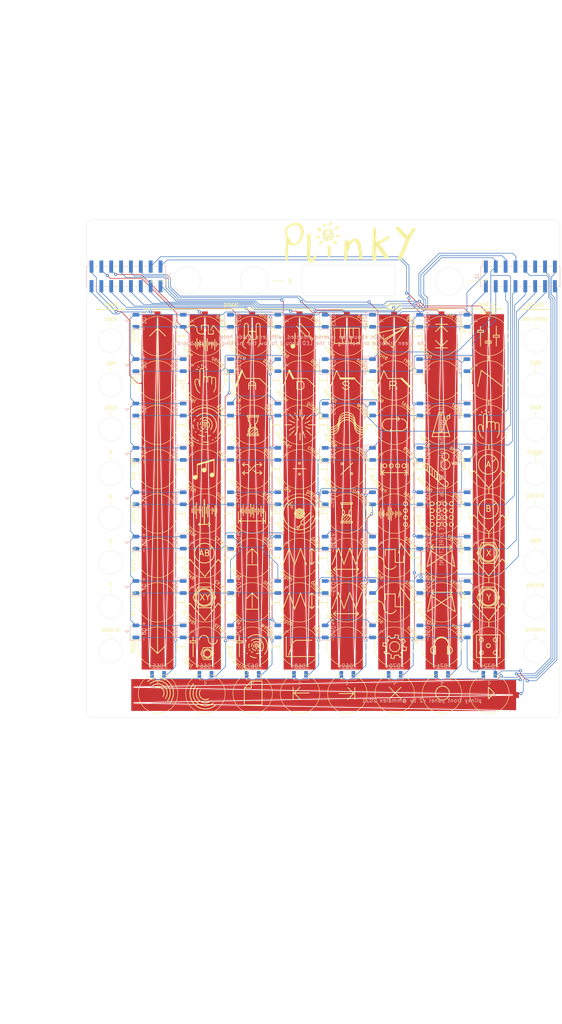
<source format=kicad_pcb>
(kicad_pcb (version 20171130) (host pcbnew "(5.1.6)-1")
  (layers (0 F.Cu signal) (31 B.Cu signal) (34 B.Paste user) (35 F.Paste user) (36 B.SilkS user) (37 F.SilkS user) (38 B.Mask user) (39 F.Mask user) (44 Edge.Cuts user))
  (net 0 "")
  (net 1 /Y1)
  (net 2 /X1)
  (net 3 /Y2)
  (net 4 /Y3)
  (net 5 /Y4)
  (net 6 /Y5)
  (net 7 /Y6)
  (net 8 /Y7)
  (net 9 /Y8)
  (net 10 /X2)
  (net 11 /X3)
  (net 12 /X4)
  (net 13 T16)
  (net 14 T15)
  (net 15 T14)
  (net 16 T13)
  (net 17 T12)
  (net 18 T11)
  (net 19 T10)
  (net 20 T9)
  (net 21 T8)
  (net 22 T7)
  (net 23 T6)
  (net 24 T5)
  (net 25 T4)
  (net 26 T3)
  (net 27 T2)
  (net 28 T1)
  (net 29 /X5)
  (net 30 "Net-(J1-Pad15)")
  (net 31 "Net-(J1-Pad13)")
  (net 32 "Net-(J1-Pad11)")
  (module plinky:plinky_no_underline (layer F.Cu) (at 81.915 22.225)
    (fp_text reference LOGO hide)
    (fp_text value LOGO hide)
  )
  (module plinkyblackfront:lpzw (layer F.Cu) (at 77.47 19.812 7)
    (fp_text reference G*** hide)
    (fp_text value LOGO hide)
  )
  (module plinkyblackfront:led_reverse_bigger_oval (layer B.Cu) (at 118.999 132.969 180)
    (fp_text reference D72 (at 0 2.145 180) (layer B.SilkS) (effects (justify mirror)))
    (fp_text value BLUE)
    (fp_text user + (at 2 2 180) (layer B.SilkS) (effects (justify mirror)))
    (fp_text user - (at -2 2 180) (layer B.SilkS) (effects (justify mirror)))
    (pad "" np_thru_hole oval (at 0 0 180) (size 2 2.1) (drill oval 2 2.1) (layers *.Cu *.Mask))
    (pad 2 smd roundrect (at 1.55 0 180) (size 0.95 1.75) (layers B.Cu B.Paste B.Mask) (roundrect_rratio 0.2) (net 29 /X5))
    (pad 1 smd roundrect (at -1.55 0 180) (size 0.95 1.75) (layers B.Cu B.Paste B.Mask) (roundrect_rratio 0.2) (net 9 /Y8))
  )
  (module plinkyblackfront:led_reverse_bigger_oval (layer B.Cu) (at 106.807 132.969 180)
    (fp_text reference D71 (at 0 2.145 180) (layer B.SilkS) (effects (justify mirror)))
    (fp_text value BLUE)
    (fp_text user + (at 2 2 180) (layer B.SilkS) (effects (justify mirror)))
    (fp_text user - (at -2 2 180) (layer B.SilkS) (effects (justify mirror)))
    (pad "" np_thru_hole oval (at 0 0 180) (size 2 2.1) (drill oval 2 2.1) (layers *.Cu *.Mask))
    (pad 2 smd roundrect (at 1.55 0 180) (size 0.95 1.75) (layers B.Cu B.Paste B.Mask) (roundrect_rratio 0.2) (net 29 /X5))
    (pad 1 smd roundrect (at -1.55 0 180) (size 0.95 1.75) (layers B.Cu B.Paste B.Mask) (roundrect_rratio 0.2) (net 8 /Y7))
  )
  (module plinkyblackfront:led_reverse_bigger_oval (layer B.Cu) (at 94.615 132.969 180)
    (fp_text reference D70 (at 0 2.145 180) (layer B.SilkS) (effects (justify mirror)))
    (fp_text value BLUE)
    (fp_text user + (at 2 2 180) (layer B.SilkS) (effects (justify mirror)))
    (fp_text user - (at -2 2 180) (layer B.SilkS) (effects (justify mirror)))
    (pad "" np_thru_hole oval (at 0 0 180) (size 2 2.1) (drill oval 2 2.1) (layers *.Cu *.Mask))
    (pad 2 smd roundrect (at 1.55 0 180) (size 0.95 1.75) (layers B.Cu B.Paste B.Mask) (roundrect_rratio 0.2) (net 29 /X5))
    (pad 1 smd roundrect (at -1.55 0 180) (size 0.95 1.75) (layers B.Cu B.Paste B.Mask) (roundrect_rratio 0.2) (net 7 /Y6))
  )
  (module plinkyblackfront:led_reverse_bigger_oval (layer B.Cu) (at 82.423 132.969 180)
    (fp_text reference D69 (at 0 2.145 180) (layer B.SilkS) (effects (justify mirror)))
    (fp_text value BLUE)
    (fp_text user + (at 2 2 180) (layer B.SilkS) (effects (justify mirror)))
    (fp_text user - (at -2 2 180) (layer B.SilkS) (effects (justify mirror)))
    (pad "" np_thru_hole oval (at 0 0 180) (size 2 2.1) (drill oval 2 2.1) (layers *.Cu *.Mask))
    (pad 2 smd roundrect (at 1.55 0 180) (size 0.95 1.75) (layers B.Cu B.Paste B.Mask) (roundrect_rratio 0.2) (net 29 /X5))
    (pad 1 smd roundrect (at -1.55 0 180) (size 0.95 1.75) (layers B.Cu B.Paste B.Mask) (roundrect_rratio 0.2) (net 6 /Y5))
  )
  (module plinkyblackfront:led_reverse_bigger_oval (layer B.Cu) (at 70.231 132.969 180)
    (fp_text reference D68 (at 0 2.145 180) (layer B.SilkS) (effects (justify mirror)))
    (fp_text value BLUE)
    (fp_text user + (at 2 2 180) (layer B.SilkS) (effects (justify mirror)))
    (fp_text user - (at -2 2 180) (layer B.SilkS) (effects (justify mirror)))
    (pad "" np_thru_hole oval (at 0 0 180) (size 2 2.1) (drill oval 2 2.1) (layers *.Cu *.Mask))
    (pad 2 smd roundrect (at 1.55 0 180) (size 0.95 1.75) (layers B.Cu B.Paste B.Mask) (roundrect_rratio 0.2) (net 29 /X5))
    (pad 1 smd roundrect (at -1.55 0 180) (size 0.95 1.75) (layers B.Cu B.Paste B.Mask) (roundrect_rratio 0.2) (net 5 /Y4))
  )
  (module plinkyblackfront:led_reverse_bigger_oval (layer B.Cu) (at 58.039 132.969 180)
    (fp_text reference D67 (at 0 2.145 180) (layer B.SilkS) (effects (justify mirror)))
    (fp_text value BLUE)
    (fp_text user + (at 2 2 180) (layer B.SilkS) (effects (justify mirror)))
    (fp_text user - (at -2 2 180) (layer B.SilkS) (effects (justify mirror)))
    (pad "" np_thru_hole oval (at 0 0 180) (size 2 2.1) (drill oval 2 2.1) (layers *.Cu *.Mask))
    (pad 2 smd roundrect (at 1.55 0 180) (size 0.95 1.75) (layers B.Cu B.Paste B.Mask) (roundrect_rratio 0.2) (net 29 /X5))
    (pad 1 smd roundrect (at -1.55 0 180) (size 0.95 1.75) (layers B.Cu B.Paste B.Mask) (roundrect_rratio 0.2) (net 4 /Y3))
  )
  (module plinkyblackfront:led_reverse_bigger_oval (layer B.Cu) (at 45.847 132.969 180)
    (fp_text reference D66 (at 0 2.145 180) (layer B.SilkS) (effects (justify mirror)))
    (fp_text value BLUE)
    (fp_text user + (at 2 2 180) (layer B.SilkS) (effects (justify mirror)))
    (fp_text user - (at -2 2 180) (layer B.SilkS) (effects (justify mirror)))
    (pad "" np_thru_hole oval (at 0 0 180) (size 2 2.1) (drill oval 2 2.1) (layers *.Cu *.Mask))
    (pad 2 smd roundrect (at 1.55 0 180) (size 0.95 1.75) (layers B.Cu B.Paste B.Mask) (roundrect_rratio 0.2) (net 29 /X5))
    (pad 1 smd roundrect (at -1.55 0 180) (size 0.95 1.75) (layers B.Cu B.Paste B.Mask) (roundrect_rratio 0.2) (net 3 /Y2))
  )
  (module plinkyblackfront:led_reverse_bigger_oval (layer B.Cu) (at 33.655 132.969 180)
    (fp_text reference D65 (at 0 2.145 180) (layer B.SilkS) (effects (justify mirror)))
    (fp_text value BLUE)
    (fp_text user + (at 2 2 180) (layer B.SilkS) (effects (justify mirror)))
    (fp_text user - (at -2 2 180) (layer B.SilkS) (effects (justify mirror)))
    (pad "" np_thru_hole oval (at 0 0 180) (size 2 2.1) (drill oval 2 2.1) (layers *.Cu *.Mask))
    (pad 2 smd roundrect (at 1.55 0 180) (size 0.95 1.75) (layers B.Cu B.Paste B.Mask) (roundrect_rratio 0.2) (net 29 /X5))
    (pad 1 smd roundrect (at -1.55 0 180) (size 0.95 1.75) (layers B.Cu B.Paste B.Mask) (roundrect_rratio 0.2) (net 1 /Y1))
  )
  (module plinkyblackfront:text_v3 (layer F.Cu) (at 69.977 69.977)
    (fp_text reference G*** hide)
    (fp_text value LOGO hide)
  )
  (module plinkyblackfront:led_reverse (layer B.Cu) (at 113.284 121.92 270)
    (fp_text reference D64 (at 0 2.145 90) (layer B.SilkS) (effects (justify mirror)))
    (fp_text value LED)
    (fp_text user - (at -2 2 90) (layer B.SilkS) (effects (justify mirror)))
    (fp_text user + (at 2 2 90) (layer B.SilkS) (effects (justify mirror)))
    (pad 1 smd roundrect (at -1.55 0 270) (size 0.95 1.75) (layers B.Cu B.Paste B.Mask) (roundrect_rratio 0.2) (net 12 /X4))
    (pad 2 smd roundrect (at 1.55 0 270) (size 0.95 1.75) (layers B.Cu B.Paste B.Mask) (roundrect_rratio 0.2) (net 9 /Y8))
    (pad "" np_thru_hole oval (at 0 0 270) (size 1.7018 1.7018) (drill oval 1.7018) (layers *.Cu *.Mask))
  )
  (module plinkyblackfront:led_reverse (layer B.Cu) (at 113.284 110.49 270)
    (fp_text reference D63 (at 0 2.145 90) (layer B.SilkS) (effects (justify mirror)))
    (fp_text value LED)
    (fp_text user - (at -2 2 90) (layer B.SilkS) (effects (justify mirror)))
    (fp_text user + (at 2 2 90) (layer B.SilkS) (effects (justify mirror)))
    (pad 1 smd roundrect (at -1.55 0 270) (size 0.95 1.75) (layers B.Cu B.Paste B.Mask) (roundrect_rratio 0.2) (net 12 /X4))
    (pad 2 smd roundrect (at 1.55 0 270) (size 0.95 1.75) (layers B.Cu B.Paste B.Mask) (roundrect_rratio 0.2) (net 8 /Y7))
    (pad "" np_thru_hole oval (at 0 0 270) (size 1.7018 1.7018) (drill oval 1.7018) (layers *.Cu *.Mask))
  )
  (module plinkyblackfront:led_reverse (layer B.Cu) (at 113.284 99.06 270)
    (fp_text reference D62 (at 0 2.145 90) (layer B.SilkS) (effects (justify mirror)))
    (fp_text value LED)
    (fp_text user - (at -2 2 90) (layer B.SilkS) (effects (justify mirror)))
    (fp_text user + (at 2 2 90) (layer B.SilkS) (effects (justify mirror)))
    (pad 1 smd roundrect (at -1.55 0 270) (size 0.95 1.75) (layers B.Cu B.Paste B.Mask) (roundrect_rratio 0.2) (net 12 /X4))
    (pad 2 smd roundrect (at 1.55 0 270) (size 0.95 1.75) (layers B.Cu B.Paste B.Mask) (roundrect_rratio 0.2) (net 7 /Y6))
    (pad "" np_thru_hole oval (at 0 0 270) (size 1.7018 1.7018) (drill oval 1.7018) (layers *.Cu *.Mask))
  )
  (module plinkyblackfront:led_reverse (layer B.Cu) (at 113.284 87.63 270)
    (fp_text reference D61 (at 0 2.145 90) (layer B.SilkS) (effects (justify mirror)))
    (fp_text value LED)
    (fp_text user - (at -2 2 90) (layer B.SilkS) (effects (justify mirror)))
    (fp_text user + (at 2 2 90) (layer B.SilkS) (effects (justify mirror)))
    (pad 1 smd roundrect (at -1.55 0 270) (size 0.95 1.75) (layers B.Cu B.Paste B.Mask) (roundrect_rratio 0.2) (net 12 /X4))
    (pad 2 smd roundrect (at 1.55 0 270) (size 0.95 1.75) (layers B.Cu B.Paste B.Mask) (roundrect_rratio 0.2) (net 6 /Y5))
    (pad "" np_thru_hole oval (at 0 0 270) (size 1.7018 1.7018) (drill oval 1.7018) (layers *.Cu *.Mask))
  )
  (module plinkyblackfront:led_reverse (layer B.Cu) (at 113.284 76.2 270)
    (fp_text reference D60 (at 0 2.145 90) (layer B.SilkS) (effects (justify mirror)))
    (fp_text value LED)
    (fp_text user - (at -2 2 90) (layer B.SilkS) (effects (justify mirror)))
    (fp_text user + (at 2 2 90) (layer B.SilkS) (effects (justify mirror)))
    (pad 1 smd roundrect (at -1.55 0 270) (size 0.95 1.75) (layers B.Cu B.Paste B.Mask) (roundrect_rratio 0.2) (net 12 /X4))
    (pad 2 smd roundrect (at 1.55 0 270) (size 0.95 1.75) (layers B.Cu B.Paste B.Mask) (roundrect_rratio 0.2) (net 5 /Y4))
    (pad "" np_thru_hole oval (at 0 0 270) (size 1.7018 1.7018) (drill oval 1.7018) (layers *.Cu *.Mask))
  )
  (module plinkyblackfront:led_reverse (layer B.Cu) (at 113.284 64.77 270)
    (fp_text reference D59 (at 0 2.145 90) (layer B.SilkS) (effects (justify mirror)))
    (fp_text value LED)
    (fp_text user - (at -2 2 90) (layer B.SilkS) (effects (justify mirror)))
    (fp_text user + (at 2 2 90) (layer B.SilkS) (effects (justify mirror)))
    (pad 1 smd roundrect (at -1.55 0 270) (size 0.95 1.75) (layers B.Cu B.Paste B.Mask) (roundrect_rratio 0.2) (net 12 /X4))
    (pad 2 smd roundrect (at 1.55 0 270) (size 0.95 1.75) (layers B.Cu B.Paste B.Mask) (roundrect_rratio 0.2) (net 4 /Y3))
    (pad "" np_thru_hole oval (at 0 0 270) (size 1.7018 1.7018) (drill oval 1.7018) (layers *.Cu *.Mask))
  )
  (module plinkyblackfront:led_reverse (layer B.Cu) (at 113.233 53.34 270)
    (fp_text reference D58 (at 0 2.145 90) (layer B.SilkS) (effects (justify mirror)))
    (fp_text value LED)
    (fp_text user - (at -2 2 90) (layer B.SilkS) (effects (justify mirror)))
    (fp_text user + (at 2 2 90) (layer B.SilkS) (effects (justify mirror)))
    (pad 1 smd roundrect (at -1.55 0 270) (size 0.95 1.75) (layers B.Cu B.Paste B.Mask) (roundrect_rratio 0.2) (net 12 /X4))
    (pad 2 smd roundrect (at 1.55 0 270) (size 0.95 1.75) (layers B.Cu B.Paste B.Mask) (roundrect_rratio 0.2) (net 3 /Y2))
    (pad "" np_thru_hole oval (at 0 0 270) (size 1.7018 1.7018) (drill oval 1.7018) (layers *.Cu *.Mask))
  )
  (module plinkyblackfront:led_reverse (layer B.Cu) (at 113.233 41.91 270)
    (fp_text reference D57 (at 0 2.145 90) (layer B.SilkS) (effects (justify mirror)))
    (fp_text value LED)
    (fp_text user - (at -2 2 90) (layer B.SilkS) (effects (justify mirror)))
    (fp_text user + (at 2 2 90) (layer B.SilkS) (effects (justify mirror)))
    (pad 1 smd roundrect (at -1.55 0 270) (size 0.95 1.75) (layers B.Cu B.Paste B.Mask) (roundrect_rratio 0.2) (net 12 /X4))
    (pad 2 smd roundrect (at 1.55 0 270) (size 0.95 1.75) (layers B.Cu B.Paste B.Mask) (roundrect_rratio 0.2) (net 1 /Y1))
    (pad "" np_thru_hole oval (at 0 0 270) (size 1.7018 1.7018) (drill oval 1.7018) (layers *.Cu *.Mask))
  )
  (module plinkyblackfront:led_reverse (layer B.Cu) (at 101.092 121.92 90)
    (fp_text reference D56 (at 0 2.145 90) (layer B.SilkS) (effects (justify mirror)))
    (fp_text value LED)
    (fp_text user - (at -2 2 90) (layer B.SilkS) (effects (justify mirror)))
    (fp_text user + (at 2 2 90) (layer B.SilkS) (effects (justify mirror)))
    (pad 1 smd roundrect (at -1.55 0 90) (size 0.95 1.75) (layers B.Cu B.Paste B.Mask) (roundrect_rratio 0.2) (net 9 /Y8))
    (pad 2 smd roundrect (at 1.55 0 90) (size 0.95 1.75) (layers B.Cu B.Paste B.Mask) (roundrect_rratio 0.2) (net 12 /X4))
    (pad "" np_thru_hole oval (at 0 0 90) (size 1.7018 1.7018) (drill oval 1.7018) (layers *.Cu *.Mask))
  )
  (module plinkyblackfront:led_reverse (layer B.Cu) (at 101.092 110.49 90)
    (fp_text reference D55 (at 0 2.145 90) (layer B.SilkS) (effects (justify mirror)))
    (fp_text value LED)
    (fp_text user - (at -2 2 90) (layer B.SilkS) (effects (justify mirror)))
    (fp_text user + (at 2 2 90) (layer B.SilkS) (effects (justify mirror)))
    (pad 1 smd roundrect (at -1.55 0 90) (size 0.95 1.75) (layers B.Cu B.Paste B.Mask) (roundrect_rratio 0.2) (net 8 /Y7))
    (pad 2 smd roundrect (at 1.55 0 90) (size 0.95 1.75) (layers B.Cu B.Paste B.Mask) (roundrect_rratio 0.2) (net 12 /X4))
    (pad "" np_thru_hole oval (at 0 0 90) (size 1.7018 1.7018) (drill oval 1.7018) (layers *.Cu *.Mask))
  )
  (module plinkyblackfront:led_reverse (layer B.Cu) (at 101.092 99.06 90)
    (fp_text reference D54 (at 0 2.145 90) (layer B.SilkS) (effects (justify mirror)))
    (fp_text value LED)
    (fp_text user - (at -2 2 90) (layer B.SilkS) (effects (justify mirror)))
    (fp_text user + (at 2 2 90) (layer B.SilkS) (effects (justify mirror)))
    (pad 1 smd roundrect (at -1.55 0 90) (size 0.95 1.75) (layers B.Cu B.Paste B.Mask) (roundrect_rratio 0.2) (net 7 /Y6))
    (pad 2 smd roundrect (at 1.55 0 90) (size 0.95 1.75) (layers B.Cu B.Paste B.Mask) (roundrect_rratio 0.2) (net 12 /X4))
    (pad "" np_thru_hole oval (at 0 0 90) (size 1.7018 1.7018) (drill oval 1.7018) (layers *.Cu *.Mask))
  )
  (module plinkyblackfront:led_reverse (layer B.Cu) (at 101.092 87.63 90)
    (fp_text reference D53 (at 0 2.145 90) (layer B.SilkS) (effects (justify mirror)))
    (fp_text value LED)
    (fp_text user - (at -2 2 90) (layer B.SilkS) (effects (justify mirror)))
    (fp_text user + (at 2 2 90) (layer B.SilkS) (effects (justify mirror)))
    (pad 1 smd roundrect (at -1.55 0 90) (size 0.95 1.75) (layers B.Cu B.Paste B.Mask) (roundrect_rratio 0.2) (net 6 /Y5))
    (pad 2 smd roundrect (at 1.55 0 90) (size 0.95 1.75) (layers B.Cu B.Paste B.Mask) (roundrect_rratio 0.2) (net 12 /X4))
    (pad "" np_thru_hole oval (at 0 0 90) (size 1.7018 1.7018) (drill oval 1.7018) (layers *.Cu *.Mask))
  )
  (module plinkyblackfront:led_reverse (layer B.Cu) (at 101.092 76.2 90)
    (fp_text reference D52 (at 0 2.145 90) (layer B.SilkS) (effects (justify mirror)))
    (fp_text value LED)
    (fp_text user - (at -2 2 90) (layer B.SilkS) (effects (justify mirror)))
    (fp_text user + (at 2 2 90) (layer B.SilkS) (effects (justify mirror)))
    (pad 1 smd roundrect (at -1.55 0 90) (size 0.95 1.75) (layers B.Cu B.Paste B.Mask) (roundrect_rratio 0.2) (net 5 /Y4))
    (pad 2 smd roundrect (at 1.55 0 90) (size 0.95 1.75) (layers B.Cu B.Paste B.Mask) (roundrect_rratio 0.2) (net 12 /X4))
    (pad "" np_thru_hole oval (at 0 0 90) (size 1.7018 1.7018) (drill oval 1.7018) (layers *.Cu *.Mask))
  )
  (module plinkyblackfront:led_reverse (layer B.Cu) (at 101.092 64.77 90)
    (fp_text reference D51 (at 0 2.145 90) (layer B.SilkS) (effects (justify mirror)))
    (fp_text value LED)
    (fp_text user - (at -2 2 90) (layer B.SilkS) (effects (justify mirror)))
    (fp_text user + (at 2 2 90) (layer B.SilkS) (effects (justify mirror)))
    (pad 1 smd roundrect (at -1.55 0 90) (size 0.95 1.75) (layers B.Cu B.Paste B.Mask) (roundrect_rratio 0.2) (net 4 /Y3))
    (pad 2 smd roundrect (at 1.55 0 90) (size 0.95 1.75) (layers B.Cu B.Paste B.Mask) (roundrect_rratio 0.2) (net 12 /X4))
    (pad "" np_thru_hole oval (at 0 0 90) (size 1.7018 1.7018) (drill oval 1.7018) (layers *.Cu *.Mask))
  )
  (module plinkyblackfront:led_reverse (layer B.Cu) (at 101.041 53.34 90)
    (fp_text reference D50 (at 0 2.145 90) (layer B.SilkS) (effects (justify mirror)))
    (fp_text value LED)
    (fp_text user - (at -2 2 90) (layer B.SilkS) (effects (justify mirror)))
    (fp_text user + (at 2 2 90) (layer B.SilkS) (effects (justify mirror)))
    (pad 1 smd roundrect (at -1.55 0 90) (size 0.95 1.75) (layers B.Cu B.Paste B.Mask) (roundrect_rratio 0.2) (net 3 /Y2))
    (pad 2 smd roundrect (at 1.55 0 90) (size 0.95 1.75) (layers B.Cu B.Paste B.Mask) (roundrect_rratio 0.2) (net 12 /X4))
    (pad "" np_thru_hole oval (at 0 0 90) (size 1.7018 1.7018) (drill oval 1.7018) (layers *.Cu *.Mask))
  )
  (module plinkyblackfront:led_reverse (layer B.Cu) (at 101.041 41.91 90)
    (fp_text reference D49 (at 0 2.145 90) (layer B.SilkS) (effects (justify mirror)))
    (fp_text value LED)
    (fp_text user - (at -2 2 90) (layer B.SilkS) (effects (justify mirror)))
    (fp_text user + (at 2 2 90) (layer B.SilkS) (effects (justify mirror)))
    (pad 1 smd roundrect (at -1.55 0 90) (size 0.95 1.75) (layers B.Cu B.Paste B.Mask) (roundrect_rratio 0.2) (net 1 /Y1))
    (pad 2 smd roundrect (at 1.55 0 90) (size 0.95 1.75) (layers B.Cu B.Paste B.Mask) (roundrect_rratio 0.2) (net 12 /X4))
    (pad "" np_thru_hole oval (at 0 0 90) (size 1.7018 1.7018) (drill oval 1.7018) (layers *.Cu *.Mask))
  )
  (module plinkyblackfront:led_reverse (layer B.Cu) (at 88.9 121.92 270)
    (fp_text reference D48 (at 0 2.145 90) (layer B.SilkS) (effects (justify mirror)))
    (fp_text value LED)
    (fp_text user - (at -2 2 90) (layer B.SilkS) (effects (justify mirror)))
    (fp_text user + (at 2 2 90) (layer B.SilkS) (effects (justify mirror)))
    (pad 1 smd roundrect (at -1.55 0 270) (size 0.95 1.75) (layers B.Cu B.Paste B.Mask) (roundrect_rratio 0.2) (net 11 /X3))
    (pad 2 smd roundrect (at 1.55 0 270) (size 0.95 1.75) (layers B.Cu B.Paste B.Mask) (roundrect_rratio 0.2) (net 9 /Y8))
    (pad "" np_thru_hole oval (at 0 0 270) (size 1.7018 1.7018) (drill oval 1.7018) (layers *.Cu *.Mask))
  )
  (module plinkyblackfront:led_reverse (layer B.Cu) (at 88.9 110.49 270)
    (fp_text reference D47 (at 0 2.145 90) (layer B.SilkS) (effects (justify mirror)))
    (fp_text value LED)
    (fp_text user - (at -2 2 90) (layer B.SilkS) (effects (justify mirror)))
    (fp_text user + (at 2 2 90) (layer B.SilkS) (effects (justify mirror)))
    (pad 1 smd roundrect (at -1.55 0 270) (size 0.95 1.75) (layers B.Cu B.Paste B.Mask) (roundrect_rratio 0.2) (net 11 /X3))
    (pad 2 smd roundrect (at 1.55 0 270) (size 0.95 1.75) (layers B.Cu B.Paste B.Mask) (roundrect_rratio 0.2) (net 8 /Y7))
    (pad "" np_thru_hole oval (at 0 0 270) (size 1.7018 1.7018) (drill oval 1.7018) (layers *.Cu *.Mask))
  )
  (module plinkyblackfront:led_reverse (layer B.Cu) (at 88.9 99.06 270)
    (fp_text reference D46 (at 0 2.145 90) (layer B.SilkS) (effects (justify mirror)))
    (fp_text value LED)
    (fp_text user - (at -2 2 90) (layer B.SilkS) (effects (justify mirror)))
    (fp_text user + (at 2 2 90) (layer B.SilkS) (effects (justify mirror)))
    (pad 1 smd roundrect (at -1.55 0 270) (size 0.95 1.75) (layers B.Cu B.Paste B.Mask) (roundrect_rratio 0.2) (net 11 /X3))
    (pad 2 smd roundrect (at 1.55 0 270) (size 0.95 1.75) (layers B.Cu B.Paste B.Mask) (roundrect_rratio 0.2) (net 7 /Y6))
    (pad "" np_thru_hole oval (at 0 0 270) (size 1.7018 1.7018) (drill oval 1.7018) (layers *.Cu *.Mask))
  )
  (module plinkyblackfront:led_reverse (layer B.Cu) (at 88.9 87.63 270)
    (fp_text reference D45 (at 0 2.145 90) (layer B.SilkS) (effects (justify mirror)))
    (fp_text value LED)
    (fp_text user - (at -2 2 90) (layer B.SilkS) (effects (justify mirror)))
    (fp_text user + (at 2 2 90) (layer B.SilkS) (effects (justify mirror)))
    (pad 1 smd roundrect (at -1.55 0 270) (size 0.95 1.75) (layers B.Cu B.Paste B.Mask) (roundrect_rratio 0.2) (net 11 /X3))
    (pad 2 smd roundrect (at 1.55 0 270) (size 0.95 1.75) (layers B.Cu B.Paste B.Mask) (roundrect_rratio 0.2) (net 6 /Y5))
    (pad "" np_thru_hole oval (at 0 0 270) (size 1.7018 1.7018) (drill oval 1.7018) (layers *.Cu *.Mask))
  )
  (module plinkyblackfront:led_reverse (layer B.Cu) (at 88.9 76.2 270)
    (fp_text reference D44 (at 0 2.145 90) (layer B.SilkS) (effects (justify mirror)))
    (fp_text value LED)
    (fp_text user - (at -2 2 90) (layer B.SilkS) (effects (justify mirror)))
    (fp_text user + (at 2 2 90) (layer B.SilkS) (effects (justify mirror)))
    (pad 1 smd roundrect (at -1.55 0 270) (size 0.95 1.75) (layers B.Cu B.Paste B.Mask) (roundrect_rratio 0.2) (net 11 /X3))
    (pad 2 smd roundrect (at 1.55 0 270) (size 0.95 1.75) (layers B.Cu B.Paste B.Mask) (roundrect_rratio 0.2) (net 5 /Y4))
    (pad "" np_thru_hole oval (at 0 0 270) (size 1.7018 1.7018) (drill oval 1.7018) (layers *.Cu *.Mask))
  )
  (module plinkyblackfront:led_reverse (layer B.Cu) (at 88.9 64.77 270)
    (fp_text reference D43 (at 0 2.145 90) (layer B.SilkS) (effects (justify mirror)))
    (fp_text value LED)
    (fp_text user - (at -2 2 90) (layer B.SilkS) (effects (justify mirror)))
    (fp_text user + (at 2 2 90) (layer B.SilkS) (effects (justify mirror)))
    (pad 1 smd roundrect (at -1.55 0 270) (size 0.95 1.75) (layers B.Cu B.Paste B.Mask) (roundrect_rratio 0.2) (net 11 /X3))
    (pad 2 smd roundrect (at 1.55 0 270) (size 0.95 1.75) (layers B.Cu B.Paste B.Mask) (roundrect_rratio 0.2) (net 4 /Y3))
    (pad "" np_thru_hole oval (at 0 0 270) (size 1.7018 1.7018) (drill oval 1.7018) (layers *.Cu *.Mask))
  )
  (module plinkyblackfront:led_reverse (layer B.Cu) (at 88.9 53.34 270)
    (fp_text reference D42 (at 0 2.145 90) (layer B.SilkS) (effects (justify mirror)))
    (fp_text value LED)
    (fp_text user - (at -2 2 90) (layer B.SilkS) (effects (justify mirror)))
    (fp_text user + (at 2 2 90) (layer B.SilkS) (effects (justify mirror)))
    (pad 1 smd roundrect (at -1.55 0 270) (size 0.95 1.75) (layers B.Cu B.Paste B.Mask) (roundrect_rratio 0.2) (net 11 /X3))
    (pad 2 smd roundrect (at 1.55 0 270) (size 0.95 1.75) (layers B.Cu B.Paste B.Mask) (roundrect_rratio 0.2) (net 3 /Y2))
    (pad "" np_thru_hole oval (at 0 0 270) (size 1.7018 1.7018) (drill oval 1.7018) (layers *.Cu *.Mask))
  )
  (module plinkyblackfront:led_reverse (layer B.Cu) (at 88.9 41.91 270)
    (fp_text reference D41 (at 0 2.145 90) (layer B.SilkS) (effects (justify mirror)))
    (fp_text value LED)
    (fp_text user - (at -2 2 90) (layer B.SilkS) (effects (justify mirror)))
    (fp_text user + (at 2 2 90) (layer B.SilkS) (effects (justify mirror)))
    (pad 1 smd roundrect (at -1.55 0 270) (size 0.95 1.75) (layers B.Cu B.Paste B.Mask) (roundrect_rratio 0.2) (net 11 /X3))
    (pad 2 smd roundrect (at 1.55 0 270) (size 0.95 1.75) (layers B.Cu B.Paste B.Mask) (roundrect_rratio 0.2) (net 1 /Y1))
    (pad "" np_thru_hole oval (at 0 0 270) (size 1.7018 1.7018) (drill oval 1.7018) (layers *.Cu *.Mask))
  )
  (module plinkyblackfront:led_reverse (layer B.Cu) (at 76.708 121.92 90)
    (fp_text reference D40 (at 0 2.145 90) (layer B.SilkS) (effects (justify mirror)))
    (fp_text value LED)
    (fp_text user - (at -2 2 90) (layer B.SilkS) (effects (justify mirror)))
    (fp_text user + (at 2 2 90) (layer B.SilkS) (effects (justify mirror)))
    (pad 1 smd roundrect (at -1.55 0 90) (size 0.95 1.75) (layers B.Cu B.Paste B.Mask) (roundrect_rratio 0.2) (net 9 /Y8))
    (pad 2 smd roundrect (at 1.55 0 90) (size 0.95 1.75) (layers B.Cu B.Paste B.Mask) (roundrect_rratio 0.2) (net 11 /X3))
    (pad "" np_thru_hole oval (at 0 0 90) (size 1.7018 1.7018) (drill oval 1.7018) (layers *.Cu *.Mask))
  )
  (module plinkyblackfront:led_reverse (layer B.Cu) (at 76.708 110.49 90)
    (fp_text reference D39 (at 0 2.145 90) (layer B.SilkS) (effects (justify mirror)))
    (fp_text value LED)
    (fp_text user - (at -2 2 90) (layer B.SilkS) (effects (justify mirror)))
    (fp_text user + (at 2 2 90) (layer B.SilkS) (effects (justify mirror)))
    (pad 1 smd roundrect (at -1.55 0 90) (size 0.95 1.75) (layers B.Cu B.Paste B.Mask) (roundrect_rratio 0.2) (net 8 /Y7))
    (pad 2 smd roundrect (at 1.55 0 90) (size 0.95 1.75) (layers B.Cu B.Paste B.Mask) (roundrect_rratio 0.2) (net 11 /X3))
    (pad "" np_thru_hole oval (at 0 0 90) (size 1.7018 1.7018) (drill oval 1.7018) (layers *.Cu *.Mask))
  )
  (module plinkyblackfront:led_reverse (layer B.Cu) (at 76.708 99.06 90)
    (fp_text reference D38 (at 0 2.145 90) (layer B.SilkS) (effects (justify mirror)))
    (fp_text value LED)
    (fp_text user - (at -2 2 90) (layer B.SilkS) (effects (justify mirror)))
    (fp_text user + (at 2 2 90) (layer B.SilkS) (effects (justify mirror)))
    (pad 1 smd roundrect (at -1.55 0 90) (size 0.95 1.75) (layers B.Cu B.Paste B.Mask) (roundrect_rratio 0.2) (net 7 /Y6))
    (pad 2 smd roundrect (at 1.55 0 90) (size 0.95 1.75) (layers B.Cu B.Paste B.Mask) (roundrect_rratio 0.2) (net 11 /X3))
    (pad "" np_thru_hole oval (at 0 0 90) (size 1.7018 1.7018) (drill oval 1.7018) (layers *.Cu *.Mask))
  )
  (module plinkyblackfront:led_reverse (layer B.Cu) (at 76.708 87.63 90)
    (fp_text reference D37 (at 0 2.145 90) (layer B.SilkS) (effects (justify mirror)))
    (fp_text value LED)
    (fp_text user - (at -2 2 90) (layer B.SilkS) (effects (justify mirror)))
    (fp_text user + (at 2 2 90) (layer B.SilkS) (effects (justify mirror)))
    (pad 1 smd roundrect (at -1.55 0 90) (size 0.95 1.75) (layers B.Cu B.Paste B.Mask) (roundrect_rratio 0.2) (net 6 /Y5))
    (pad 2 smd roundrect (at 1.55 0 90) (size 0.95 1.75) (layers B.Cu B.Paste B.Mask) (roundrect_rratio 0.2) (net 11 /X3))
    (pad "" np_thru_hole oval (at 0 0 90) (size 1.7018 1.7018) (drill oval 1.7018) (layers *.Cu *.Mask))
  )
  (module plinkyblackfront:led_reverse (layer B.Cu) (at 76.708 76.2 90)
    (fp_text reference D36 (at 0 2.145 90) (layer B.SilkS) (effects (justify mirror)))
    (fp_text value LED)
    (fp_text user - (at -2 2 90) (layer B.SilkS) (effects (justify mirror)))
    (fp_text user + (at 2 2 90) (layer B.SilkS) (effects (justify mirror)))
    (pad 1 smd roundrect (at -1.55 0 90) (size 0.95 1.75) (layers B.Cu B.Paste B.Mask) (roundrect_rratio 0.2) (net 5 /Y4))
    (pad 2 smd roundrect (at 1.55 0 90) (size 0.95 1.75) (layers B.Cu B.Paste B.Mask) (roundrect_rratio 0.2) (net 11 /X3))
    (pad "" np_thru_hole oval (at 0 0 90) (size 1.7018 1.7018) (drill oval 1.7018) (layers *.Cu *.Mask))
  )
  (module plinkyblackfront:led_reverse (layer B.Cu) (at 76.708 64.77 90)
    (fp_text reference D35 (at 0 2.145 90) (layer B.SilkS) (effects (justify mirror)))
    (fp_text value LED)
    (fp_text user - (at -2 2 90) (layer B.SilkS) (effects (justify mirror)))
    (fp_text user + (at 2 2 90) (layer B.SilkS) (effects (justify mirror)))
    (pad 1 smd roundrect (at -1.55 0 90) (size 0.95 1.75) (layers B.Cu B.Paste B.Mask) (roundrect_rratio 0.2) (net 4 /Y3))
    (pad 2 smd roundrect (at 1.55 0 90) (size 0.95 1.75) (layers B.Cu B.Paste B.Mask) (roundrect_rratio 0.2) (net 11 /X3))
    (pad "" np_thru_hole oval (at 0 0 90) (size 1.7018 1.7018) (drill oval 1.7018) (layers *.Cu *.Mask))
  )
  (module plinkyblackfront:led_reverse (layer B.Cu) (at 76.708 53.34 90)
    (fp_text reference D34 (at 0 2.145 90) (layer B.SilkS) (effects (justify mirror)))
    (fp_text value LED)
    (fp_text user - (at -2 2 90) (layer B.SilkS) (effects (justify mirror)))
    (fp_text user + (at 2 2 90) (layer B.SilkS) (effects (justify mirror)))
    (pad 1 smd roundrect (at -1.55 0 90) (size 0.95 1.75) (layers B.Cu B.Paste B.Mask) (roundrect_rratio 0.2) (net 3 /Y2))
    (pad 2 smd roundrect (at 1.55 0 90) (size 0.95 1.75) (layers B.Cu B.Paste B.Mask) (roundrect_rratio 0.2) (net 11 /X3))
    (pad "" np_thru_hole oval (at 0 0 90) (size 1.7018 1.7018) (drill oval 1.7018) (layers *.Cu *.Mask))
  )
  (module plinkyblackfront:led_reverse (layer B.Cu) (at 76.708 41.91 90)
    (fp_text reference D33 (at 0 2.145 90) (layer B.SilkS) (effects (justify mirror)))
    (fp_text value LED)
    (fp_text user - (at -2 2 90) (layer B.SilkS) (effects (justify mirror)))
    (fp_text user + (at 2 2 90) (layer B.SilkS) (effects (justify mirror)))
    (pad 1 smd roundrect (at -1.55 0 90) (size 0.95 1.75) (layers B.Cu B.Paste B.Mask) (roundrect_rratio 0.2) (net 1 /Y1))
    (pad 2 smd roundrect (at 1.55 0 90) (size 0.95 1.75) (layers B.Cu B.Paste B.Mask) (roundrect_rratio 0.2) (net 11 /X3))
    (pad "" np_thru_hole oval (at 0 0 90) (size 1.7018 1.7018) (drill oval 1.7018) (layers *.Cu *.Mask))
  )
  (module plinkyblackfront:led_reverse (layer B.Cu) (at 64.516 121.92 270)
    (fp_text reference D32 (at 0 2.145 90) (layer B.SilkS) (effects (justify mirror)))
    (fp_text value LED)
    (fp_text user - (at -2 2 90) (layer B.SilkS) (effects (justify mirror)))
    (fp_text user + (at 2 2 90) (layer B.SilkS) (effects (justify mirror)))
    (pad 1 smd roundrect (at -1.55 0 270) (size 0.95 1.75) (layers B.Cu B.Paste B.Mask) (roundrect_rratio 0.2) (net 10 /X2))
    (pad 2 smd roundrect (at 1.55 0 270) (size 0.95 1.75) (layers B.Cu B.Paste B.Mask) (roundrect_rratio 0.2) (net 9 /Y8))
    (pad "" np_thru_hole oval (at 0 0 270) (size 1.7018 1.7018) (drill oval 1.7018) (layers *.Cu *.Mask))
  )
  (module plinkyblackfront:led_reverse (layer B.Cu) (at 64.516 110.49 270)
    (fp_text reference D31 (at 0 2.145 90) (layer B.SilkS) (effects (justify mirror)))
    (fp_text value LED)
    (fp_text user - (at -2 2 90) (layer B.SilkS) (effects (justify mirror)))
    (fp_text user + (at 2 2 90) (layer B.SilkS) (effects (justify mirror)))
    (pad 1 smd roundrect (at -1.55 0 270) (size 0.95 1.75) (layers B.Cu B.Paste B.Mask) (roundrect_rratio 0.2) (net 10 /X2))
    (pad 2 smd roundrect (at 1.55 0 270) (size 0.95 1.75) (layers B.Cu B.Paste B.Mask) (roundrect_rratio 0.2) (net 8 /Y7))
    (pad "" np_thru_hole oval (at 0 0 270) (size 1.7018 1.7018) (drill oval 1.7018) (layers *.Cu *.Mask))
  )
  (module plinkyblackfront:led_reverse (layer B.Cu) (at 64.516 99.06 270)
    (fp_text reference D30 (at 0 2.145 90) (layer B.SilkS) (effects (justify mirror)))
    (fp_text value LED)
    (fp_text user - (at -2 2 90) (layer B.SilkS) (effects (justify mirror)))
    (fp_text user + (at 2 2 90) (layer B.SilkS) (effects (justify mirror)))
    (pad 1 smd roundrect (at -1.55 0 270) (size 0.95 1.75) (layers B.Cu B.Paste B.Mask) (roundrect_rratio 0.2) (net 10 /X2))
    (pad 2 smd roundrect (at 1.55 0 270) (size 0.95 1.75) (layers B.Cu B.Paste B.Mask) (roundrect_rratio 0.2) (net 7 /Y6))
    (pad "" np_thru_hole oval (at 0 0 270) (size 1.7018 1.7018) (drill oval 1.7018) (layers *.Cu *.Mask))
  )
  (module plinkyblackfront:led_reverse (layer B.Cu) (at 64.516 87.63 270)
    (fp_text reference D29 (at 0 2.145 90) (layer B.SilkS) (effects (justify mirror)))
    (fp_text value LED)
    (fp_text user - (at -2 2 90) (layer B.SilkS) (effects (justify mirror)))
    (fp_text user + (at 2 2 90) (layer B.SilkS) (effects (justify mirror)))
    (pad 1 smd roundrect (at -1.55 0 270) (size 0.95 1.75) (layers B.Cu B.Paste B.Mask) (roundrect_rratio 0.2) (net 10 /X2))
    (pad 2 smd roundrect (at 1.55 0 270) (size 0.95 1.75) (layers B.Cu B.Paste B.Mask) (roundrect_rratio 0.2) (net 6 /Y5))
    (pad "" np_thru_hole oval (at 0 0 270) (size 1.7018 1.7018) (drill oval 1.7018) (layers *.Cu *.Mask))
  )
  (module plinkyblackfront:led_reverse (layer B.Cu) (at 64.516 76.2 270)
    (fp_text reference D28 (at 0 2.145 90) (layer B.SilkS) (effects (justify mirror)))
    (fp_text value LED)
    (fp_text user - (at -2 2 90) (layer B.SilkS) (effects (justify mirror)))
    (fp_text user + (at 2 2 90) (layer B.SilkS) (effects (justify mirror)))
    (pad 1 smd roundrect (at -1.55 0 270) (size 0.95 1.75) (layers B.Cu B.Paste B.Mask) (roundrect_rratio 0.2) (net 10 /X2))
    (pad 2 smd roundrect (at 1.55 0 270) (size 0.95 1.75) (layers B.Cu B.Paste B.Mask) (roundrect_rratio 0.2) (net 5 /Y4))
    (pad "" np_thru_hole oval (at 0 0 270) (size 1.7018 1.7018) (drill oval 1.7018) (layers *.Cu *.Mask))
  )
  (module plinkyblackfront:led_reverse (layer B.Cu) (at 64.516 64.77 270)
    (fp_text reference D27 (at 0 2.145 90) (layer B.SilkS) (effects (justify mirror)))
    (fp_text value LED)
    (fp_text user - (at -2 2 90) (layer B.SilkS) (effects (justify mirror)))
    (fp_text user + (at 2 2 90) (layer B.SilkS) (effects (justify mirror)))
    (pad 1 smd roundrect (at -1.55 0 270) (size 0.95 1.75) (layers B.Cu B.Paste B.Mask) (roundrect_rratio 0.2) (net 10 /X2))
    (pad 2 smd roundrect (at 1.55 0 270) (size 0.95 1.75) (layers B.Cu B.Paste B.Mask) (roundrect_rratio 0.2) (net 4 /Y3))
    (pad "" np_thru_hole oval (at 0 0 270) (size 1.7018 1.7018) (drill oval 1.7018) (layers *.Cu *.Mask))
  )
  (module plinkyblackfront:led_reverse (layer B.Cu) (at 64.516 53.34 270)
    (fp_text reference D26 (at 0 2.145 90) (layer B.SilkS) (effects (justify mirror)))
    (fp_text value LED)
    (fp_text user - (at -2 2 90) (layer B.SilkS) (effects (justify mirror)))
    (fp_text user + (at 2 2 90) (layer B.SilkS) (effects (justify mirror)))
    (pad 1 smd roundrect (at -1.55 0 270) (size 0.95 1.75) (layers B.Cu B.Paste B.Mask) (roundrect_rratio 0.2) (net 10 /X2))
    (pad 2 smd roundrect (at 1.55 0 270) (size 0.95 1.75) (layers B.Cu B.Paste B.Mask) (roundrect_rratio 0.2) (net 3 /Y2))
    (pad "" np_thru_hole oval (at 0 0 270) (size 1.7018 1.7018) (drill oval 1.7018) (layers *.Cu *.Mask))
  )
  (module plinkyblackfront:led_reverse (layer B.Cu) (at 64.516 41.91 270)
    (fp_text reference D25 (at 0 2.145 90) (layer B.SilkS) (effects (justify mirror)))
    (fp_text value LED)
    (fp_text user - (at -2 2 90) (layer B.SilkS) (effects (justify mirror)))
    (fp_text user + (at 2 2 90) (layer B.SilkS) (effects (justify mirror)))
    (pad 1 smd roundrect (at -1.55 0 270) (size 0.95 1.75) (layers B.Cu B.Paste B.Mask) (roundrect_rratio 0.2) (net 10 /X2))
    (pad 2 smd roundrect (at 1.55 0 270) (size 0.95 1.75) (layers B.Cu B.Paste B.Mask) (roundrect_rratio 0.2) (net 1 /Y1))
    (pad "" np_thru_hole oval (at 0 0 270) (size 1.7018 1.7018) (drill oval 1.7018) (layers *.Cu *.Mask))
  )
  (module plinkyblackfront:led_reverse (layer B.Cu) (at 52.324 121.92 90)
    (fp_text reference D24 (at 0 2.145 90) (layer B.SilkS) (effects (justify mirror)))
    (fp_text value LED)
    (fp_text user - (at -2 2 90) (layer B.SilkS) (effects (justify mirror)))
    (fp_text user + (at 2 2 90) (layer B.SilkS) (effects (justify mirror)))
    (pad 1 smd roundrect (at -1.55 0 90) (size 0.95 1.75) (layers B.Cu B.Paste B.Mask) (roundrect_rratio 0.2) (net 9 /Y8))
    (pad 2 smd roundrect (at 1.55 0 90) (size 0.95 1.75) (layers B.Cu B.Paste B.Mask) (roundrect_rratio 0.2) (net 10 /X2))
    (pad "" np_thru_hole oval (at 0 0 90) (size 1.7018 1.7018) (drill oval 1.7018) (layers *.Cu *.Mask))
  )
  (module plinkyblackfront:led_reverse (layer B.Cu) (at 52.324 110.49 90)
    (fp_text reference D23 (at 0 2.145 90) (layer B.SilkS) (effects (justify mirror)))
    (fp_text value LED)
    (fp_text user - (at -2 2 90) (layer B.SilkS) (effects (justify mirror)))
    (fp_text user + (at 2 2 90) (layer B.SilkS) (effects (justify mirror)))
    (pad 1 smd roundrect (at -1.55 0 90) (size 0.95 1.75) (layers B.Cu B.Paste B.Mask) (roundrect_rratio 0.2) (net 8 /Y7))
    (pad 2 smd roundrect (at 1.55 0 90) (size 0.95 1.75) (layers B.Cu B.Paste B.Mask) (roundrect_rratio 0.2) (net 10 /X2))
    (pad "" np_thru_hole oval (at 0 0 90) (size 1.7018 1.7018) (drill oval 1.7018) (layers *.Cu *.Mask))
  )
  (module plinkyblackfront:led_reverse (layer B.Cu) (at 52.324 99.06 90)
    (fp_text reference D22 (at 0 2.145 90) (layer B.SilkS) (effects (justify mirror)))
    (fp_text value LED)
    (fp_text user - (at -2 2 90) (layer B.SilkS) (effects (justify mirror)))
    (fp_text user + (at 2 2 90) (layer B.SilkS) (effects (justify mirror)))
    (pad 1 smd roundrect (at -1.55 0 90) (size 0.95 1.75) (layers B.Cu B.Paste B.Mask) (roundrect_rratio 0.2) (net 7 /Y6))
    (pad 2 smd roundrect (at 1.55 0 90) (size 0.95 1.75) (layers B.Cu B.Paste B.Mask) (roundrect_rratio 0.2) (net 10 /X2))
    (pad "" np_thru_hole oval (at 0 0 90) (size 1.7018 1.7018) (drill oval 1.7018) (layers *.Cu *.Mask))
  )
  (module plinkyblackfront:led_reverse (layer B.Cu) (at 52.324 87.63 90)
    (fp_text reference D21 (at 0 2.145 90) (layer B.SilkS) (effects (justify mirror)))
    (fp_text value LED)
    (fp_text user - (at -2 2 90) (layer B.SilkS) (effects (justify mirror)))
    (fp_text user + (at 2 2 90) (layer B.SilkS) (effects (justify mirror)))
    (pad 1 smd roundrect (at -1.55 0 90) (size 0.95 1.75) (layers B.Cu B.Paste B.Mask) (roundrect_rratio 0.2) (net 6 /Y5))
    (pad 2 smd roundrect (at 1.55 0 90) (size 0.95 1.75) (layers B.Cu B.Paste B.Mask) (roundrect_rratio 0.2) (net 10 /X2))
    (pad "" np_thru_hole oval (at 0 0 90) (size 1.7018 1.7018) (drill oval 1.7018) (layers *.Cu *.Mask))
  )
  (module plinkyblackfront:led_reverse (layer B.Cu) (at 52.324 76.2 90)
    (fp_text reference D20 (at 0 2.145 90) (layer B.SilkS) (effects (justify mirror)))
    (fp_text value LED)
    (fp_text user - (at -2 2 90) (layer B.SilkS) (effects (justify mirror)))
    (fp_text user + (at 2 2 90) (layer B.SilkS) (effects (justify mirror)))
    (pad 1 smd roundrect (at -1.55 0 90) (size 0.95 1.75) (layers B.Cu B.Paste B.Mask) (roundrect_rratio 0.2) (net 5 /Y4))
    (pad 2 smd roundrect (at 1.55 0 90) (size 0.95 1.75) (layers B.Cu B.Paste B.Mask) (roundrect_rratio 0.2) (net 10 /X2))
    (pad "" np_thru_hole oval (at 0 0 90) (size 1.7018 1.7018) (drill oval 1.7018) (layers *.Cu *.Mask))
  )
  (module plinkyblackfront:led_reverse (layer B.Cu) (at 52.324 64.77 90)
    (fp_text reference D19 (at 0 2.145 90) (layer B.SilkS) (effects (justify mirror)))
    (fp_text value LED)
    (fp_text user - (at -2 2 90) (layer B.SilkS) (effects (justify mirror)))
    (fp_text user + (at 2 2 90) (layer B.SilkS) (effects (justify mirror)))
    (pad 1 smd roundrect (at -1.55 0 90) (size 0.95 1.75) (layers B.Cu B.Paste B.Mask) (roundrect_rratio 0.2) (net 4 /Y3))
    (pad 2 smd roundrect (at 1.55 0 90) (size 0.95 1.75) (layers B.Cu B.Paste B.Mask) (roundrect_rratio 0.2) (net 10 /X2))
    (pad "" np_thru_hole oval (at 0 0 90) (size 1.7018 1.7018) (drill oval 1.7018) (layers *.Cu *.Mask))
  )
  (module plinkyblackfront:led_reverse (layer B.Cu) (at 52.324 53.34 90)
    (fp_text reference D18 (at 0 2.145 90) (layer B.SilkS) (effects (justify mirror)))
    (fp_text value LED)
    (fp_text user - (at -2 2 90) (layer B.SilkS) (effects (justify mirror)))
    (fp_text user + (at 2 2 90) (layer B.SilkS) (effects (justify mirror)))
    (pad 1 smd roundrect (at -1.55 0 90) (size 0.95 1.75) (layers B.Cu B.Paste B.Mask) (roundrect_rratio 0.2) (net 3 /Y2))
    (pad 2 smd roundrect (at 1.55 0 90) (size 0.95 1.75) (layers B.Cu B.Paste B.Mask) (roundrect_rratio 0.2) (net 10 /X2))
    (pad "" np_thru_hole oval (at 0 0 90) (size 1.7018 1.7018) (drill oval 1.7018) (layers *.Cu *.Mask))
  )
  (module plinkyblackfront:led_reverse (layer B.Cu) (at 52.324 41.91 90)
    (fp_text reference D17 (at 0 2.145 90) (layer B.SilkS) (effects (justify mirror)))
    (fp_text value LED)
    (fp_text user - (at -2 2 90) (layer B.SilkS) (effects (justify mirror)))
    (fp_text user + (at 2 2 90) (layer B.SilkS) (effects (justify mirror)))
    (pad 1 smd roundrect (at -1.55 0 90) (size 0.95 1.75) (layers B.Cu B.Paste B.Mask) (roundrect_rratio 0.2) (net 1 /Y1))
    (pad 2 smd roundrect (at 1.55 0 90) (size 0.95 1.75) (layers B.Cu B.Paste B.Mask) (roundrect_rratio 0.2) (net 10 /X2))
    (pad "" np_thru_hole oval (at 0 0 90) (size 1.7018 1.7018) (drill oval 1.7018) (layers *.Cu *.Mask))
  )
  (module plinkyblackfront:led_reverse (layer B.Cu) (at 40.132 121.92 270)
    (fp_text reference D16 (at 0 2.145 90) (layer B.SilkS) (effects (justify mirror)))
    (fp_text value LED)
    (fp_text user - (at -2 2 90) (layer B.SilkS) (effects (justify mirror)))
    (fp_text user + (at 2 2 90) (layer B.SilkS) (effects (justify mirror)))
    (pad 1 smd roundrect (at -1.55 0 270) (size 0.95 1.75) (layers B.Cu B.Paste B.Mask) (roundrect_rratio 0.2) (net 2 /X1))
    (pad 2 smd roundrect (at 1.55 0 270) (size 0.95 1.75) (layers B.Cu B.Paste B.Mask) (roundrect_rratio 0.2) (net 9 /Y8))
    (pad "" np_thru_hole oval (at 0 0 270) (size 1.7018 1.7018) (drill oval 1.7018) (layers *.Cu *.Mask))
  )
  (module plinkyblackfront:led_reverse (layer B.Cu) (at 40.132 110.49 270)
    (fp_text reference D15 (at 0 2.145 90) (layer B.SilkS) (effects (justify mirror)))
    (fp_text value LED)
    (fp_text user - (at -2 2 90) (layer B.SilkS) (effects (justify mirror)))
    (fp_text user + (at 2 2 90) (layer B.SilkS) (effects (justify mirror)))
    (pad 1 smd roundrect (at -1.55 0 270) (size 0.95 1.75) (layers B.Cu B.Paste B.Mask) (roundrect_rratio 0.2) (net 2 /X1))
    (pad 2 smd roundrect (at 1.55 0 270) (size 0.95 1.75) (layers B.Cu B.Paste B.Mask) (roundrect_rratio 0.2) (net 8 /Y7))
    (pad "" np_thru_hole oval (at 0 0 270) (size 1.7018 1.7018) (drill oval 1.7018) (layers *.Cu *.Mask))
  )
  (module plinkyblackfront:led_reverse (layer B.Cu) (at 40.132 99.06 270)
    (fp_text reference D14 (at 0 2.145 90) (layer B.SilkS) (effects (justify mirror)))
    (fp_text value LED)
    (fp_text user - (at -2 2 90) (layer B.SilkS) (effects (justify mirror)))
    (fp_text user + (at 2 2 90) (layer B.SilkS) (effects (justify mirror)))
    (pad 1 smd roundrect (at -1.55 0 270) (size 0.95 1.75) (layers B.Cu B.Paste B.Mask) (roundrect_rratio 0.2) (net 2 /X1))
    (pad 2 smd roundrect (at 1.55 0 270) (size 0.95 1.75) (layers B.Cu B.Paste B.Mask) (roundrect_rratio 0.2) (net 7 /Y6))
    (pad "" np_thru_hole oval (at 0 0 270) (size 1.7018 1.7018) (drill oval 1.7018) (layers *.Cu *.Mask))
  )
  (module plinkyblackfront:led_reverse (layer B.Cu) (at 40.132 87.63 270)
    (fp_text reference D13 (at 0 2.145 90) (layer B.SilkS) (effects (justify mirror)))
    (fp_text value LED)
    (fp_text user - (at -2 2 90) (layer B.SilkS) (effects (justify mirror)))
    (fp_text user + (at 2 2 90) (layer B.SilkS) (effects (justify mirror)))
    (pad 1 smd roundrect (at -1.55 0 270) (size 0.95 1.75) (layers B.Cu B.Paste B.Mask) (roundrect_rratio 0.2) (net 2 /X1))
    (pad 2 smd roundrect (at 1.55 0 270) (size 0.95 1.75) (layers B.Cu B.Paste B.Mask) (roundrect_rratio 0.2) (net 6 /Y5))
    (pad "" np_thru_hole oval (at 0 0 270) (size 1.7018 1.7018) (drill oval 1.7018) (layers *.Cu *.Mask))
  )
  (module plinkyblackfront:led_reverse (layer B.Cu) (at 40.132 76.2 270)
    (fp_text reference D12 (at 0 2.145 90) (layer B.SilkS) (effects (justify mirror)))
    (fp_text value LED)
    (fp_text user - (at -2 2 90) (layer B.SilkS) (effects (justify mirror)))
    (fp_text user + (at 2 2 90) (layer B.SilkS) (effects (justify mirror)))
    (pad 1 smd roundrect (at -1.55 0 270) (size 0.95 1.75) (layers B.Cu B.Paste B.Mask) (roundrect_rratio 0.2) (net 2 /X1))
    (pad 2 smd roundrect (at 1.55 0 270) (size 0.95 1.75) (layers B.Cu B.Paste B.Mask) (roundrect_rratio 0.2) (net 5 /Y4))
    (pad "" np_thru_hole oval (at 0 0 270) (size 1.7018 1.7018) (drill oval 1.7018) (layers *.Cu *.Mask))
  )
  (module plinkyblackfront:led_reverse (layer B.Cu) (at 40.132 64.77 270)
    (fp_text reference D11 (at 0 2.145 90) (layer B.SilkS) (effects (justify mirror)))
    (fp_text value LED)
    (fp_text user - (at -2 2 90) (layer B.SilkS) (effects (justify mirror)))
    (fp_text user + (at 2 2 90) (layer B.SilkS) (effects (justify mirror)))
    (pad 1 smd roundrect (at -1.55 0 270) (size 0.95 1.75) (layers B.Cu B.Paste B.Mask) (roundrect_rratio 0.2) (net 2 /X1))
    (pad 2 smd roundrect (at 1.55 0 270) (size 0.95 1.75) (layers B.Cu B.Paste B.Mask) (roundrect_rratio 0.2) (net 4 /Y3))
    (pad "" np_thru_hole oval (at 0 0 270) (size 1.7018 1.7018) (drill oval 1.7018) (layers *.Cu *.Mask))
  )
  (module plinkyblackfront:led_reverse (layer B.Cu) (at 40.132 53.34 270)
    (fp_text reference D10 (at 0 2.145 90) (layer B.SilkS) (effects (justify mirror)))
    (fp_text value LED)
    (fp_text user - (at -2 2 90) (layer B.SilkS) (effects (justify mirror)))
    (fp_text user + (at 2 2 90) (layer B.SilkS) (effects (justify mirror)))
    (pad 1 smd roundrect (at -1.55 0 270) (size 0.95 1.75) (layers B.Cu B.Paste B.Mask) (roundrect_rratio 0.2) (net 2 /X1))
    (pad 2 smd roundrect (at 1.55 0 270) (size 0.95 1.75) (layers B.Cu B.Paste B.Mask) (roundrect_rratio 0.2) (net 3 /Y2))
    (pad "" np_thru_hole oval (at 0 0 270) (size 1.7018 1.7018) (drill oval 1.7018) (layers *.Cu *.Mask))
  )
  (module plinkyblackfront:led_reverse (layer B.Cu) (at 40.132 41.91 270)
    (fp_text reference D9 (at 0 2.145 90) (layer B.SilkS) (effects (justify mirror)))
    (fp_text value LED)
    (fp_text user - (at -2 2 90) (layer B.SilkS) (effects (justify mirror)))
    (fp_text user + (at 2 2 90) (layer B.SilkS) (effects (justify mirror)))
    (pad 1 smd roundrect (at -1.55 0 270) (size 0.95 1.75) (layers B.Cu B.Paste B.Mask) (roundrect_rratio 0.2) (net 2 /X1))
    (pad 2 smd roundrect (at 1.55 0 270) (size 0.95 1.75) (layers B.Cu B.Paste B.Mask) (roundrect_rratio 0.2) (net 1 /Y1))
    (pad "" np_thru_hole oval (at 0 0 270) (size 1.7018 1.7018) (drill oval 1.7018) (layers *.Cu *.Mask))
  )
  (module plinkyblackfront:led_reverse (layer B.Cu) (at 27.94 121.92 90)
    (fp_text reference D8 (at 0 2.145 90) (layer B.SilkS) (effects (justify mirror)))
    (fp_text value LED)
    (fp_text user - (at -2 2 90) (layer B.SilkS) (effects (justify mirror)))
    (fp_text user + (at 2 2 90) (layer B.SilkS) (effects (justify mirror)))
    (pad 1 smd roundrect (at -1.55 0 90) (size 0.95 1.75) (layers B.Cu B.Paste B.Mask) (roundrect_rratio 0.2) (net 9 /Y8))
    (pad 2 smd roundrect (at 1.55 0 90) (size 0.95 1.75) (layers B.Cu B.Paste B.Mask) (roundrect_rratio 0.2) (net 2 /X1))
    (pad "" np_thru_hole oval (at 0 0 90) (size 1.7018 1.7018) (drill oval 1.7018) (layers *.Cu *.Mask))
  )
  (module plinkyblackfront:led_reverse (layer B.Cu) (at 27.94 110.49 90)
    (fp_text reference D7 (at 0 2.145 90) (layer B.SilkS) (effects (justify mirror)))
    (fp_text value LED)
    (fp_text user - (at -2 2 90) (layer B.SilkS) (effects (justify mirror)))
    (fp_text user + (at 2 2 90) (layer B.SilkS) (effects (justify mirror)))
    (pad 1 smd roundrect (at -1.55 0 90) (size 0.95 1.75) (layers B.Cu B.Paste B.Mask) (roundrect_rratio 0.2) (net 8 /Y7))
    (pad 2 smd roundrect (at 1.55 0 90) (size 0.95 1.75) (layers B.Cu B.Paste B.Mask) (roundrect_rratio 0.2) (net 2 /X1))
    (pad "" np_thru_hole oval (at 0 0 90) (size 1.7018 1.7018) (drill oval 1.7018) (layers *.Cu *.Mask))
  )
  (module plinkyblackfront:led_reverse (layer B.Cu) (at 27.94 99.06 90)
    (fp_text reference D6 (at 0 2.145 90) (layer B.SilkS) (effects (justify mirror)))
    (fp_text value LED)
    (fp_text user - (at -2 2 90) (layer B.SilkS) (effects (justify mirror)))
    (fp_text user + (at 2 2 90) (layer B.SilkS) (effects (justify mirror)))
    (pad 1 smd roundrect (at -1.55 0 90) (size 0.95 1.75) (layers B.Cu B.Paste B.Mask) (roundrect_rratio 0.2) (net 7 /Y6))
    (pad 2 smd roundrect (at 1.55 0 90) (size 0.95 1.75) (layers B.Cu B.Paste B.Mask) (roundrect_rratio 0.2) (net 2 /X1))
    (pad "" np_thru_hole oval (at 0 0 90) (size 1.7018 1.7018) (drill oval 1.7018) (layers *.Cu *.Mask))
  )
  (module plinkyblackfront:led_reverse (layer B.Cu) (at 27.94 87.63 90)
    (fp_text reference D5 (at 0 2.145 90) (layer B.SilkS) (effects (justify mirror)))
    (fp_text value LED)
    (fp_text user - (at -2 2 90) (layer B.SilkS) (effects (justify mirror)))
    (fp_text user + (at 2 2 90) (layer B.SilkS) (effects (justify mirror)))
    (pad 1 smd roundrect (at -1.55 0 90) (size 0.95 1.75) (layers B.Cu B.Paste B.Mask) (roundrect_rratio 0.2) (net 6 /Y5))
    (pad 2 smd roundrect (at 1.55 0 90) (size 0.95 1.75) (layers B.Cu B.Paste B.Mask) (roundrect_rratio 0.2) (net 2 /X1))
    (pad "" np_thru_hole oval (at 0 0 90) (size 1.7018 1.7018) (drill oval 1.7018) (layers *.Cu *.Mask))
  )
  (module plinkyblackfront:led_reverse (layer B.Cu) (at 27.94 76.2 90)
    (fp_text reference D4 (at 0 2.145 90) (layer B.SilkS) (effects (justify mirror)))
    (fp_text value LED)
    (fp_text user - (at -2 2 90) (layer B.SilkS) (effects (justify mirror)))
    (fp_text user + (at 2 2 90) (layer B.SilkS) (effects (justify mirror)))
    (pad 1 smd roundrect (at -1.55 0 90) (size 0.95 1.75) (layers B.Cu B.Paste B.Mask) (roundrect_rratio 0.2) (net 5 /Y4))
    (pad 2 smd roundrect (at 1.55 0 90) (size 0.95 1.75) (layers B.Cu B.Paste B.Mask) (roundrect_rratio 0.2) (net 2 /X1))
    (pad "" np_thru_hole oval (at 0 0 90) (size 1.7018 1.7018) (drill oval 1.7018) (layers *.Cu *.Mask))
  )
  (module plinkyblackfront:led_reverse (layer B.Cu) (at 27.94 64.77 90)
    (fp_text reference D3 (at 0 2.145 90) (layer B.SilkS) (effects (justify mirror)))
    (fp_text value LED)
    (fp_text user - (at -2 2 90) (layer B.SilkS) (effects (justify mirror)))
    (fp_text user + (at 2 2 90) (layer B.SilkS) (effects (justify mirror)))
    (pad 1 smd roundrect (at -1.55 0 90) (size 0.95 1.75) (layers B.Cu B.Paste B.Mask) (roundrect_rratio 0.2) (net 4 /Y3))
    (pad 2 smd roundrect (at 1.55 0 90) (size 0.95 1.75) (layers B.Cu B.Paste B.Mask) (roundrect_rratio 0.2) (net 2 /X1))
    (pad "" np_thru_hole oval (at 0 0 90) (size 1.7018 1.7018) (drill oval 1.7018) (layers *.Cu *.Mask))
  )
  (module plinkyblackfront:led_reverse (layer B.Cu) (at 27.94 53.34 90)
    (fp_text reference D2 (at 0 2.145 90) (layer B.SilkS) (effects (justify mirror)))
    (fp_text value LED)
    (fp_text user - (at -2 2 90) (layer B.SilkS) (effects (justify mirror)))
    (fp_text user + (at 2 2 90) (layer B.SilkS) (effects (justify mirror)))
    (pad 1 smd roundrect (at -1.55 0 90) (size 0.95 1.75) (layers B.Cu B.Paste B.Mask) (roundrect_rratio 0.2) (net 3 /Y2))
    (pad 2 smd roundrect (at 1.55 0 90) (size 0.95 1.75) (layers B.Cu B.Paste B.Mask) (roundrect_rratio 0.2) (net 2 /X1))
    (pad "" np_thru_hole oval (at 0 0 90) (size 1.7018 1.7018) (drill oval 1.7018) (layers *.Cu *.Mask))
  )
  (module plinkyblackfront:led_reverse (layer B.Cu) (at 27.94 41.91 90)
    (fp_text reference D1 (at 0 2.145 90) (layer B.SilkS) (effects (justify mirror)))
    (fp_text value LED)
    (fp_text user - (at -2 2 90) (layer B.SilkS) (effects (justify mirror)))
    (fp_text user + (at 2 2 90) (layer B.SilkS) (effects (justify mirror)))
    (pad 1 smd roundrect (at -1.55 0 90) (size 0.95 1.75) (layers B.Cu B.Paste B.Mask) (roundrect_rratio 0.2) (net 1 /Y1))
    (pad 2 smd roundrect (at 1.55 0 90) (size 0.95 1.75) (layers B.Cu B.Paste B.Mask) (roundrect_rratio 0.2) (net 2 /X1))
    (pad "" np_thru_hole oval (at 0 0 90) (size 1.7018 1.7018) (drill oval 1.7018) (layers *.Cu *.Mask))
  )
  (module cap:touchy7horiz (layer F.Cu) (at 76.327 140.208 270)
    (fp_text reference J4 hide)
    (fp_text value Conn_01x02)
    (pad 2 smd custom (at -5.969 -29.21 90) (size 0.508 0.508) (layers F.Cu) (net 31 "Net-(J1-Pad13)") (options (clearance outline) (anchor circle)) (primitives (gr_poly (pts (xy 0 -78.74) (xy 0 15.24) (xy -1.8542 -78.232) (xy -2.2098 -78.232) (xy -4.064 15.24) (xy -5.9182 -78.232) (xy -6.2738 -78.232) (xy -8.128 15.24) (xy -8.128 -78.74)) (width 0.0762))))
    (pad 1 smd custom (at -1.905 -49.53 90) (size 1.524 1.524) (layers F.Cu) (net 30 "Net-(J1-Pad15)") (options (clearance outline) (anchor rect)) (primitives (gr_poly (pts (xy 3.8862 0) (xy 2.032 -93.98) (xy 0.1778 -0.508) (xy -0.1778 -0.508) (xy -2.032 -93.98) (xy -3.8862 0)) (width 0.0762))))
  )
  (module cap:touchy7 (layer F.Cu) (at 77.978 85.725)
    (fp_text reference J3 hide)
    (fp_text value Conn_02x08_Top_Bottom)
    (pad 1 smd custom (at -44.45 -45.466 180) (size 1.524 1.524) (layers F.Cu) (net 28 T1) (options (clearance outline) (anchor rect)) (primitives (gr_poly (pts (xy 3.8862 0) (xy 2.032 -86.36) (xy 0.1778 -0.508) (xy -0.1778 -0.508) (xy -2.032 -86.36) (xy -3.8862 0)) (width 0.0762))))
    (pad 9 smd custom (at -48.514 -27.686 180) (size 0.508 0.508) (layers F.Cu) (net 20 T9) (options (clearance outline) (anchor circle)) (primitives (gr_poly (pts (xy 0 -73.66) (xy 0 12.7) (xy -1.8542 -73.152) (xy -2.2098 -73.152) (xy -4.064 12.7) (xy -5.9182 -73.152) (xy -6.2738 -73.152) (xy -8.128 12.7) (xy -8.128 -73.66)) (width 0.0762))))
    (pad 2 smd custom (at -32.258 -45.466 180) (size 1.524 1.524) (layers F.Cu) (net 27 T2) (options (clearance outline) (anchor rect)) (primitives (gr_poly (pts (xy 3.8862 0) (xy 2.032 -86.36) (xy 0.1778 -0.508) (xy -0.1778 -0.508) (xy -2.032 -86.36) (xy -3.8862 0)) (width 0.0762))))
    (pad 3 smd custom (at -20.066 -45.466 180) (size 1.524 1.524) (layers F.Cu) (net 26 T3) (options (clearance outline) (anchor rect)) (primitives (gr_poly (pts (xy 3.8862 0) (xy 2.032 -86.36) (xy 0.1778 -0.508) (xy -0.1778 -0.508) (xy -2.032 -86.36) (xy -3.8862 0)) (width 0.0762))))
    (pad 4 smd custom (at -7.874 -45.466 180) (size 1.524 1.524) (layers F.Cu) (net 25 T4) (options (clearance outline) (anchor rect)) (primitives (gr_poly (pts (xy 3.8862 0) (xy 2.032 -86.36) (xy 0.1778 -0.508) (xy -0.1778 -0.508) (xy -2.032 -86.36) (xy -3.8862 0)) (width 0.0762))))
    (pad 5 smd custom (at 4.318 -45.466 180) (size 1.524 1.524) (layers F.Cu) (net 24 T5) (options (clearance outline) (anchor rect)) (primitives (gr_poly (pts (xy 3.8862 0) (xy 2.032 -86.36) (xy 0.1778 -0.508) (xy -0.1778 -0.508) (xy -2.032 -86.36) (xy -3.8862 0)) (width 0.0762))))
    (pad 6 smd custom (at 16.51 -45.466 180) (size 1.524 1.524) (layers F.Cu) (net 23 T6) (options (clearance outline) (anchor rect)) (primitives (gr_poly (pts (xy 3.8862 0) (xy 2.032 -86.36) (xy 0.1778 -0.508) (xy -0.1778 -0.508) (xy -2.032 -86.36) (xy -3.8862 0)) (width 0.0762))))
    (pad 7 smd custom (at 28.702 -45.466 180) (size 1.524 1.524) (layers F.Cu) (net 22 T7) (options (clearance outline) (anchor rect)) (primitives (gr_poly (pts (xy 3.8862 0) (xy 2.032 -86.36) (xy 0.1778 -0.508) (xy -0.1778 -0.508) (xy -2.032 -86.36) (xy -3.8862 0)) (width 0.0762))))
    (pad 8 smd custom (at 40.894 -45.466 180) (size 1.524 1.524) (layers F.Cu) (net 21 T8) (options (clearance outline) (anchor rect)) (primitives (gr_poly (pts (xy 3.8862 0) (xy 2.032 -86.36) (xy 0.1778 -0.508) (xy -0.1778 -0.508) (xy -2.032 -86.36) (xy -3.8862 0)) (width 0.0762))))
    (pad 10 smd custom (at -36.322 -27.686 180) (size 0.508 0.508) (layers F.Cu) (net 19 T10) (options (clearance outline) (anchor circle)) (primitives (gr_poly (pts (xy 0 -73.66) (xy 0 12.7) (xy -1.8542 -73.152) (xy -2.2098 -73.152) (xy -4.064 12.7) (xy -5.9182 -73.152) (xy -6.2738 -73.152) (xy -8.128 12.7) (xy -8.128 -73.66)) (width 0.0762))))
    (pad 11 smd custom (at -24.13 -27.686 180) (size 0.508 0.508) (layers F.Cu) (net 18 T11) (options (clearance outline) (anchor circle)) (primitives (gr_poly (pts (xy 0 -73.66) (xy 0 12.7) (xy -1.8542 -73.152) (xy -2.2098 -73.152) (xy -4.064 12.7) (xy -5.9182 -73.152) (xy -6.2738 -73.152) (xy -8.128 12.7) (xy -8.128 -73.66)) (width 0.0762))))
    (pad 12 smd custom (at -11.938 -27.686 180) (size 0.508 0.508) (layers F.Cu) (net 17 T12) (options (clearance outline) (anchor circle)) (primitives (gr_poly (pts (xy 0 -73.66) (xy 0 12.7) (xy -1.8542 -73.152) (xy -2.2098 -73.152) (xy -4.064 12.7) (xy -5.9182 -73.152) (xy -6.2738 -73.152) (xy -8.128 12.7) (xy -8.128 -73.66)) (width 0.0762))))
    (pad 13 smd custom (at 0.254 -27.686 180) (size 0.508 0.508) (layers F.Cu) (net 16 T13) (options (clearance outline) (anchor circle)) (primitives (gr_poly (pts (xy 0 -73.66) (xy 0 12.7) (xy -1.8542 -73.152) (xy -2.2098 -73.152) (xy -4.064 12.7) (xy -5.9182 -73.152) (xy -6.2738 -73.152) (xy -8.128 12.7) (xy -8.128 -73.66)) (width 0.0762))))
    (pad 14 smd custom (at 12.446 -27.686 180) (size 0.508 0.508) (layers F.Cu) (net 15 T14) (options (clearance outline) (anchor circle)) (primitives (gr_poly (pts (xy 0 -73.66) (xy 0 12.7) (xy -1.8542 -73.152) (xy -2.2098 -73.152) (xy -4.064 12.7) (xy -5.9182 -73.152) (xy -6.2738 -73.152) (xy -8.128 12.7) (xy -8.128 -73.66)) (width 0.0762))))
    (pad 15 smd custom (at 24.638 -27.686 180) (size 0.508 0.508) (layers F.Cu) (net 14 T15) (options (clearance outline) (anchor circle)) (primitives (gr_poly (pts (xy 0 -73.66) (xy 0 12.7) (xy -1.8542 -73.152) (xy -2.2098 -73.152) (xy -4.064 12.7) (xy -5.9182 -73.152) (xy -6.2738 -73.152) (xy -8.128 12.7) (xy -8.128 -73.66)) (width 0.0762))))
    (pad 16 smd custom (at 36.83 -27.686 180) (size 0.508 0.508) (layers F.Cu) (net 13 T16) (options (clearance outline) (anchor circle)) (primitives (gr_poly (pts (xy 0 -73.66) (xy 0 12.7) (xy -1.8542 -73.152) (xy -2.2098 -73.152) (xy -4.064 12.7) (xy -5.9182 -73.152) (xy -6.2738 -73.152) (xy -8.128 12.7) (xy -8.128 -73.66)) (width 0.0762))))
  )
  (module cap:oled0.91hole (layer F.Cu) (at 82.804 31.496)
    (fp_text reference REF** hide)
    (fp_text value oled0.91hole)
  )
  (module MountingHole:MountingHole_3.2mm_M3 (layer F.Cu) (at 129.66 18.875)
    (fp_text reference M2 hide)
    (fp_text value MountingHole_3.2mm_M3)
    (pad 1 np_thru_hole circle (at 0 0) (size 3.2 3.2) (drill 3.2) (layers *.Cu *.Mask))
  )
  (module MountingHole:MountingHole_3.2mm_M3 (layer F.Cu) (at 129.66 141.145)
    (fp_text reference M3 hide)
    (fp_text value MountingHole_3.2mm_M3)
    (pad 1 np_thru_hole circle (at 0 0) (size 3.2 3.2) (drill 3.2) (layers *.Cu *.Mask))
  )
  (module MountingHole:MountingHole_3.2mm_M3 (layer F.Cu) (at 22.74 141.145)
    (fp_text reference M4 hide)
    (fp_text value MountingHole_3.2mm_M3)
    (pad 1 np_thru_hole circle (at 0 0) (size 3.2 3.2) (drill 3.2) (layers *.Cu *.Mask))
  )
  (module MountingHole:MountingHole_3.2mm_M3 (layer F.Cu) (at 22.74 18.875)
    (fp_text reference M1 hide)
    (fp_text value MountingHole_3.2mm_M3)
    (pad 1 np_thru_hole circle (at 0 0) (size 3.2 3.2) (drill 3.2) (layers *.Cu *.Mask))
  )
  (module Connector_PinHeader_2.54mm:PinHeader_2x08_P2.54mm_Vertical_SMD (layer B.Cu) (at 25.4 30.48 270)
    (fp_text reference J2 (at 0 -10.922 90) (layer B.SilkS) (effects (justify mirror)))
    (fp_text value Conn_02x08_Odd_Even)
    (pad 16 smd rect (at 2.525 -8.89 270) (size 3.15 1) (layers B.Cu B.Paste B.Mask) (net 21 T8))
    (pad 15 smd rect (at -2.525 -8.89 270) (size 3.15 1) (layers B.Cu B.Paste B.Mask) (net 13 T16))
    (pad 14 smd rect (at 2.525 -6.35 270) (size 3.15 1) (layers B.Cu B.Paste B.Mask) (net 22 T7))
    (pad 13 smd rect (at -2.525 -6.35 270) (size 3.15 1) (layers B.Cu B.Paste B.Mask) (net 14 T15))
    (pad 12 smd rect (at 2.525 -3.81 270) (size 3.15 1) (layers B.Cu B.Paste B.Mask) (net 23 T6))
    (pad 11 smd rect (at -2.525 -3.81 270) (size 3.15 1) (layers B.Cu B.Paste B.Mask) (net 15 T14))
    (pad 10 smd rect (at 2.525 -1.27 270) (size 3.15 1) (layers B.Cu B.Paste B.Mask) (net 24 T5))
    (pad 9 smd rect (at -2.525 -1.27 270) (size 3.15 1) (layers B.Cu B.Paste B.Mask) (net 16 T13))
    (pad 8 smd rect (at 2.525 1.27 270) (size 3.15 1) (layers B.Cu B.Paste B.Mask) (net 25 T4))
    (pad 7 smd rect (at -2.525 1.27 270) (size 3.15 1) (layers B.Cu B.Paste B.Mask) (net 17 T12))
    (pad 6 smd rect (at 2.525 3.81 270) (size 3.15 1) (layers B.Cu B.Paste B.Mask) (net 26 T3))
    (pad 5 smd rect (at -2.525 3.81 270) (size 3.15 1) (layers B.Cu B.Paste B.Mask) (net 18 T11))
    (pad 4 smd rect (at 2.525 6.35 270) (size 3.15 1) (layers B.Cu B.Paste B.Mask) (net 27 T2))
    (pad 3 smd rect (at -2.525 6.35 270) (size 3.15 1) (layers B.Cu B.Paste B.Mask) (net 19 T10))
    (pad 2 smd rect (at 2.525 8.89 270) (size 3.15 1) (layers B.Cu B.Paste B.Mask) (net 28 T1))
    (pad 1 smd rect (at -2.525 8.89 270) (size 3.15 1) (layers B.Cu B.Paste B.Mask) (net 20 T9))
  )
  (module Connector_PinHeader_2.54mm:PinHeader_2x08_P2.54mm_Vertical_SMD (layer B.Cu) (at 127 30.48 270)
    (fp_text reference J1 (at 0 11.22 90) (layer B.SilkS) (effects (justify mirror)))
    (fp_text value Conn_02x08_Odd_Even)
    (pad 16 smd rect (at 2.525 -8.89 270) (size 3.15 1) (layers B.Cu B.Paste B.Mask) (net 9 /Y8))
    (pad 15 smd rect (at -2.525 -8.89 270) (size 3.15 1) (layers B.Cu B.Paste B.Mask) (net 30 "Net-(J1-Pad15)"))
    (pad 14 smd rect (at 2.525 -6.35 270) (size 3.15 1) (layers B.Cu B.Paste B.Mask) (net 8 /Y7))
    (pad 13 smd rect (at -2.525 -6.35 270) (size 3.15 1) (layers B.Cu B.Paste B.Mask) (net 31 "Net-(J1-Pad13)"))
    (pad 12 smd rect (at 2.525 -3.81 270) (size 3.15 1) (layers B.Cu B.Paste B.Mask) (net 7 /Y6))
    (pad 11 smd rect (at -2.525 -3.81 270) (size 3.15 1) (layers B.Cu B.Paste B.Mask) (net 32 "Net-(J1-Pad11)"))
    (pad 10 smd rect (at 2.525 -1.27 270) (size 3.15 1) (layers B.Cu B.Paste B.Mask) (net 6 /Y5))
    (pad 9 smd rect (at -2.525 -1.27 270) (size 3.15 1) (layers B.Cu B.Paste B.Mask) (net 29 /X5))
    (pad 8 smd rect (at 2.525 1.27 270) (size 3.15 1) (layers B.Cu B.Paste B.Mask) (net 5 /Y4))
    (pad 7 smd rect (at -2.525 1.27 270) (size 3.15 1) (layers B.Cu B.Paste B.Mask) (net 2 /X1))
    (pad 6 smd rect (at 2.525 3.81 270) (size 3.15 1) (layers B.Cu B.Paste B.Mask) (net 4 /Y3))
    (pad 5 smd rect (at -2.525 3.81 270) (size 3.15 1) (layers B.Cu B.Paste B.Mask) (net 10 /X2))
    (pad 4 smd rect (at 2.525 6.35 270) (size 3.15 1) (layers B.Cu B.Paste B.Mask) (net 3 /Y2))
    (pad 3 smd rect (at -2.525 6.35 270) (size 3.15 1) (layers B.Cu B.Paste B.Mask) (net 11 /X3))
    (pad 2 smd rect (at 2.525 8.89 270) (size 3.15 1) (layers B.Cu B.Paste B.Mask) (net 1 /Y1))
    (pad 1 smd rect (at -2.525 8.89 270) (size 3.15 1) (layers B.Cu B.Paste B.Mask) (net 12 /X4))
  )
  (gr_circle (center 94.615 125.857) (end 95.915 125.857) (layer F.SilkS) (width 0.2032))
  (gr_line (start 94.615 123.571) (end 94.7928 122.7582) (layer F.SilkS) (width 0.2032))
  (gr_line (start 93.7006 123.7488) (end 94.615 123.571) (layer F.SilkS) (width 0.2032))
  (gr_line (start 93.218 123.0884) (end 93.7006 123.7488) (layer F.SilkS) (width 0.2032))
  (gr_line (start 92.5576 123.5456) (end 93.218 123.0884) (layer F.SilkS) (width 0.2032))
  (gr_line (start 93.0148 124.2314) (end 92.5576 123.5456) (layer F.SilkS) (width 0.2032))
  (gr_line (start 92.5068 124.968) (end 93.0148 124.2314) (layer F.SilkS) (width 0.2032))
  (gr_line (start 91.694 124.8156) (end 92.5068 124.968) (layer F.SilkS) (width 0.2032))
  (gr_line (start 91.5416 125.6538) (end 91.694 124.8156) (layer F.SilkS) (width 0.2032))
  (gr_line (start 92.325475 125.857) (end 91.5416 125.6538) (layer F.SilkS) (width 0.2032))
  (gr_line (start 92.5322 126.7714) (end 92.325475 125.857) (layer F.SilkS) (width 0.2032))
  (gr_line (start 91.8718 127.254) (end 92.5322 126.7714) (layer F.SilkS) (width 0.2032))
  (gr_line (start 92.3036 127.9144) (end 91.8718 127.254) (layer F.SilkS) (width 0.2032))
  (gr_line (start 92.9894 127.4572) (end 92.3036 127.9144) (layer F.SilkS) (width 0.2032))
  (gr_line (start 93.7514 127.9906) (end 92.9894 127.4572) (layer F.SilkS) (width 0.2032))
  (gr_line (start 93.6244 128.778) (end 93.7514 127.9906) (layer F.SilkS) (width 0.2032))
  (gr_line (start 94.4372 128.9558) (end 93.6244 128.778) (layer F.SilkS) (width 0.2032))
  (gr_line (start 94.615 128.146525) (end 94.4372 128.9558) (layer F.SilkS) (width 0.2032))
  (gr_line (start 95.5294 127.9652) (end 94.615 128.146525) (layer F.SilkS) (width 0.2032))
  (gr_line (start 95.9866 128.6256) (end 95.5294 127.9652) (layer F.SilkS) (width 0.2032))
  (gr_line (start 96.6724 128.143) (end 95.9866 128.6256) (layer F.SilkS) (width 0.2032))
  (gr_line (start 96.2152 127.4826) (end 96.6724 128.143) (layer F.SilkS) (width 0.2032))
  (gr_line (start 96.7232 126.7714) (end 96.2152 127.4826) (layer F.SilkS) (width 0.2032))
  (gr_line (start 97.5106 126.9238) (end 96.7232 126.7714) (layer F.SilkS) (width 0.2032))
  (gr_line (start 97.6884 126.0348) (end 97.5106 126.9238) (layer F.SilkS) (width 0.2032))
  (gr_line (start 96.901 125.857) (end 97.6884 126.0348) (layer F.SilkS) (width 0.2032))
  (gr_line (start 96.7486 124.9934) (end 96.901 125.857) (layer F.SilkS) (width 0.2032))
  (gr_line (start 97.409 124.5362) (end 96.7486 124.9934) (layer F.SilkS) (width 0.2032))
  (gr_line (start 96.9264 123.7996) (end 97.409 124.5362) (layer F.SilkS) (width 0.2032))
  (gr_line (start 96.2152 124.2314) (end 96.9264 123.7996) (layer F.SilkS) (width 0.2032))
  (gr_line (start 95.4786 123.7488) (end 96.2152 124.2314) (layer F.SilkS) (width 0.2032))
  (gr_line (start 95.6564 122.9614) (end 95.4786 123.7488) (layer F.SilkS) (width 0.2032))
  (gr_line (start 94.7928 122.7582) (end 95.6564 122.9614) (layer F.SilkS) (width 0.2032))
  (gr_text "plinky front panel v2 by @mmalex 2021" (at 101.6 139.7) (layer B.SilkS) (effects (font (size 1 1)) (justify mirror)))
  (gr_text "LOOK OUT! the columns of LEDs ALTERNATE DIRECTION!" (at 106.68 83.82 90) (layer B.SilkS) (effects (font (size 1 1)) (justify mirror)))
  (gr_line (start 137.16 142.621) (end 137.16 142.494) (layer Edge.Cuts) (width 0.05))
  (gr_text "LEDs should be reverse mounted, with lens inside hole.\nthe green triangle or marking on the LED should follow the markings on the board" (at 70.612 46.863) (layer B.SilkS) (effects (font (size 1 1)) (justify mirror)))
  (gr_arc (start 16.764 17.399) (end 16.764 15.875) (angle -90) (layer Edge.Cuts) (width 0.05))
  (gr_arc (start 16.764 142.621) (end 15.24 142.621) (angle -90) (layer Edge.Cuts) (width 0.05))
  (gr_arc (start 135.636 142.621) (end 135.636 144.145) (angle -90) (layer Edge.Cuts) (width 0.05))
  (gr_arc (start 135.636 17.399) (end 137.16 17.399) (angle -90) (layer Edge.Cuts) (width 0.05))
  (gr_line (start 118.872 119.507) (end 118.872 120.777) (layer F.SilkS) (width 0.2032))
  (gr_line (start 118.872 108.077) (end 118.872 109.347) (layer F.SilkS) (width 0.2032))
  (gr_line (start 118.872 96.647) (end 118.872 97.917) (layer F.SilkS) (width 0.2032))
  (gr_line (start 118.872 85.217) (end 118.872 86.487) (layer F.SilkS) (width 0.2032))
  (gr_line (start 118.872 73.787) (end 118.872 75.057) (layer F.SilkS) (width 0.2032))
  (gr_line (start 118.872 62.357) (end 118.872 63.627) (layer F.SilkS) (width 0.2032))
  (gr_line (start 118.872 50.927) (end 118.872 52.197) (layer F.SilkS) (width 0.2032))
  (gr_line (start 62.992 125.857) (end 65.024 125.857) (layer F.SilkS) (width 0.2032))
  (gr_line (start 50.8 125.857) (end 52.832 125.857) (layer F.SilkS) (width 0.2032))
  (gr_line (start 38.608 125.857) (end 40.64 125.857) (layer F.SilkS) (width 0.2032))
  (gr_line (start 99.568 114.427) (end 101.6 114.427) (layer F.SilkS) (width 0.2032))
  (gr_line (start 87.376 114.427) (end 89.408 114.427) (layer F.SilkS) (width 0.2032))
  (gr_line (start 75.184 114.427) (end 77.216 114.427) (layer F.SilkS) (width 0.2032))
  (gr_line (start 62.992 114.427) (end 65.024 114.427) (layer F.SilkS) (width 0.2032))
  (gr_line (start 50.8 114.427) (end 52.832 114.427) (layer F.SilkS) (width 0.2032))
  (gr_line (start 38.608 114.427) (end 40.64 114.427) (layer F.SilkS) (width 0.2032))
  (gr_line (start 99.568 102.997) (end 101.6 102.997) (layer F.SilkS) (width 0.2032))
  (gr_line (start 87.376 102.997) (end 89.408 102.997) (layer F.SilkS) (width 0.2032))
  (gr_line (start 75.184 102.997) (end 77.216 102.997) (layer F.SilkS) (width 0.2032))
  (gr_line (start 62.992 102.997) (end 65.024 102.997) (layer F.SilkS) (width 0.2032))
  (gr_line (start 50.8 102.997) (end 52.832 102.997) (layer F.SilkS) (width 0.2032))
  (gr_line (start 38.608 102.997) (end 40.64 102.997) (layer F.SilkS) (width 0.2032))
  (gr_line (start 87.376 91.567) (end 89.408 91.567) (layer F.SilkS) (width 0.2032))
  (gr_line (start 75.184 91.567) (end 77.216 91.567) (layer F.SilkS) (width 0.2032))
  (gr_line (start 62.992 91.567) (end 65.024 91.567) (layer F.SilkS) (width 0.2032))
  (gr_line (start 50.8 91.567) (end 52.832 91.567) (layer F.SilkS) (width 0.2032))
  (gr_line (start 38.608 91.567) (end 40.64 91.567) (layer F.SilkS) (width 0.2032))
  (gr_line (start 99.568 80.137) (end 101.6 80.137) (layer F.SilkS) (width 0.2032))
  (gr_line (start 87.376 80.137) (end 89.408 80.137) (layer F.SilkS) (width 0.2032))
  (gr_line (start 75.184 80.137) (end 77.216 80.137) (layer F.SilkS) (width 0.2032))
  (gr_line (start 62.992 80.137) (end 65.024 80.137) (layer F.SilkS) (width 0.2032))
  (gr_line (start 50.8 80.137) (end 52.832 80.137) (layer F.SilkS) (width 0.2032))
  (gr_line (start 38.608 80.137) (end 40.64 80.137) (layer F.SilkS) (width 0.2032))
  (gr_line (start 87.376 68.707) (end 89.408 68.707) (layer F.SilkS) (width 0.2032))
  (gr_line (start 75.184 68.707) (end 77.216 68.707) (layer F.SilkS) (width 0.2032))
  (gr_line (start 62.992 68.707) (end 65.024 68.707) (layer F.SilkS) (width 0.2032))
  (gr_line (start 50.8 68.707) (end 52.832 68.707) (layer F.SilkS) (width 0.2032))
  (gr_line (start 38.608 68.707) (end 40.64 68.707) (layer F.SilkS) (width 0.2032))
  (gr_line (start 87.376 57.277) (end 89.408 57.277) (layer F.SilkS) (width 0.2032))
  (gr_line (start 75.184 57.277) (end 77.216 57.277) (layer F.SilkS) (width 0.2032))
  (gr_line (start 62.992 57.277) (end 65.024 57.277) (layer F.SilkS) (width 0.2032))
  (gr_line (start 50.8 57.277) (end 52.832 57.277) (layer F.SilkS) (width 0.2032))
  (gr_line (start 38.608 57.277) (end 40.64 57.277) (layer F.SilkS) (width 0.2032))
  (gr_line (start 99.568 45.847) (end 101.6 45.847) (layer F.SilkS) (width 0.2032))
  (gr_line (start 87.376 45.847) (end 89.408 45.847) (layer F.SilkS) (width 0.2032))
  (gr_line (start 75.184 45.847) (end 77.216 45.847) (layer F.SilkS) (width 0.2032))
  (gr_line (start 62.992 45.847) (end 65.024 45.847) (layer F.SilkS) (width 0.2032))
  (gr_line (start 50.8 45.847) (end 52.832 45.847) (layer F.SilkS) (width 0.2032))
  (gr_line (start 38.608 45.847) (end 40.64 45.847) (layer F.SilkS) (width 0.2032))
  (gr_circle (center 68.34886 48.45558) (end 68.60286 48.45558) (layer F.SilkS) (width 0.508))
  (gr_line (start 68.90766 48.50638) (end 68.90766 45.05198) (layer F.SilkS) (width 0.2032))
  (gr_circle (center 68.39966 48.45558) (end 68.90766 48.45558) (layer F.SilkS) (width 0.2032))
  (gr_arc (start 45.847 137.922) (end 44.577001 137.033001) (angle -157.4632125) (layer F.SilkS) (width 0.2032))
  (gr_arc (start 45.847 137.922) (end 43.434001 135.890001) (angle -170.4654441) (layer F.SilkS) (width 0.2032))
  (gr_arc (start 45.847 137.922) (end 43.942001 136.525) (angle -165.3476992) (layer F.SilkS) (width 0.2032))
  (gr_arc (start 45.847 137.922) (end 42.799 135.382) (angle -172.2030089) (layer F.SilkS) (width 0.2032))
  (gr_arc (start 33.655 137.795) (end 34.924999 138.683999) (angle -157.4632125) (layer F.SilkS) (width 0.2032))
  (gr_arc (start 33.655 137.795) (end 35.559999 139.192) (angle -165.3476992) (layer F.SilkS) (width 0.2032))
  (gr_arc (start 33.655 137.795) (end 36.067999 139.826999) (angle -170.4654441) (layer F.SilkS) (width 0.2032))
  (gr_arc (start 33.655 137.795) (end 36.703 140.335) (angle -172.2030089) (layer F.SilkS) (width 0.2032))
  (gr_line (start 72.263 124.206) (end 73.279 124.206) (layer F.SilkS) (width 0.2032))
  (gr_line (start 69.723 124.206) (end 72.263 124.206) (layer F.SilkS) (width 0.2032))
  (gr_arc (start 69.596 125.603) (end 69.723 124.206) (angle -79.93930304) (layer F.SilkS) (width 0.2032))
  (gr_line (start 67.31 128.016) (end 68.242667 125.233909) (layer F.SilkS) (width 0.2032))
  (gr_line (start 66.675 128.397) (end 73.914 128.397) (layer F.SilkS) (width 0.2032))
  (gr_line (start 66.675 123.317) (end 66.675 128.397) (layer F.SilkS) (width 0.2032))
  (gr_line (start 90.297 91.821) (end 90.297 91.44) (layer F.SilkS) (width 0.2032))
  (gr_line (start 92.202 91.821) (end 92.202 91.694) (layer F.SilkS) (width 0.2032))
  (gr_line (start 92.583 92.202) (end 92.583 91.313) (layer F.SilkS) (width 0.2032))
  (gr_line (start 96.012 91.059) (end 96.012 92.202) (layer F.SilkS) (width 0.2032))
  (gr_line (start 90.678 92.202) (end 90.678 91.059) (layer F.SilkS) (width 0.2032))
  (gr_line (start 91.059 90.17) (end 91.059 92.837) (layer F.SilkS) (width 0.2032))
  (gr_line (start 91.821 90.678) (end 91.821 92.329) (layer F.SilkS) (width 0.2032))
  (gr_line (start 94.107 91.059) (end 94.107 91.948) (layer F.SilkS) (width 0.2032))
  (gr_line (start 95.25 91.948) (end 95.25 91.186) (layer F.SilkS) (width 0.2032))
  (gr_line (start 92.964 93.091) (end 92.964 89.916) (layer F.SilkS) (width 0.2032))
  (gr_line (start 93.345 92.456) (end 93.345 90.805) (layer F.SilkS) (width 0.2032))
  (gr_line (start 94.488 91.44) (end 94.488 91.567) (layer F.SilkS) (width 0.2032))
  (gr_line (start 96.393 91.44) (end 96.393 91.821) (layer F.SilkS) (width 0.2032))
  (gr_line (start 91.44 91.313) (end 91.44 92.075) (layer F.SilkS) (width 0.2032))
  (gr_line (start 95.631 93.091) (end 95.631 90.424) (layer F.SilkS) (width 0.2032))
  (gr_line (start 93.726 90.17) (end 93.726 93.345) (layer F.SilkS) (width 0.2032))
  (gr_line (start 94.869 92.583) (end 94.869 90.932) (layer F.SilkS) (width 0.2032))
  (gr_line (start 93.345 90.805) (end 93.345 92.456) (layer F.SilkS) (width 0.2032))
  (gr_circle (center 97.409 90.805) (end 97.282 91.313) (layer F.SilkS) (width 0.2032))
  (gr_circle (center 97.409 89.027) (end 97.282 89.535) (layer F.SilkS) (width 0.2032))
  (gr_circle (center 97.409 92.583) (end 97.282 93.091) (layer F.SilkS) (width 0.2032))
  (gr_circle (center 97.409 94.361) (end 97.282 94.869) (layer F.SilkS) (width 0.2032))
  (gr_circle (center 105.918 94.361) (end 105.791 94.869) (layer F.SilkS) (width 0.2032))
  (gr_circle (center 109.22 94.361) (end 109.093 94.869) (layer F.SilkS) (width 0.2032))
  (gr_circle (center 107.569 92.583) (end 107.442 93.091) (layer F.SilkS) (width 0.2032))
  (gr_circle (center 104.267 94.361) (end 104.14 94.869) (layer F.SilkS) (width 0.2032))
  (gr_circle (center 105.918 92.583) (end 105.791 93.091) (layer F.SilkS) (width 0.2032))
  (gr_circle (center 107.569 94.361) (end 107.442 94.869) (layer F.SilkS) (width 0.2032))
  (gr_circle (center 109.22 92.583) (end 109.093 93.091) (layer F.SilkS) (width 0.2032))
  (gr_circle (center 104.267 92.583) (end 104.14 93.091) (layer F.SilkS) (width 0.2032))
  (gr_circle (center 107.569 90.805) (end 107.442 91.313) (layer F.SilkS) (width 0.2032))
  (gr_circle (center 105.918 90.805) (end 105.791 91.313) (layer F.SilkS) (width 0.2032))
  (gr_circle (center 109.22 90.805) (end 109.093 91.313) (layer F.SilkS) (width 0.2032))
  (gr_circle (center 104.267 90.805) (end 104.14 91.313) (layer F.SilkS) (width 0.2032))
  (gr_circle (center 104.267 89.027) (end 104.14 89.535) (layer F.SilkS) (width 0.2032))
  (gr_circle (center 105.918 89.027) (end 105.791 89.535) (layer F.SilkS) (width 0.2032))
  (gr_circle (center 107.569 89.027) (end 107.442 89.535) (layer F.SilkS) (width 0.2032))
  (gr_circle (center 109.22 89.027) (end 109.093 89.535) (layer F.SilkS) (width 0.2032))
  (gr_circle (center 69.723 95.123) (end 69.85 95.377) (layer F.SilkS) (width 0.2032))
  (gr_line (start 70.485 94.361) (end 69.977 94.869) (layer F.SilkS) (width 0.2032))
  (gr_line (start 70.485 93.599) (end 70.485 94.361) (layer F.SilkS) (width 0.2032))
  (gr_line (start 73.025 91.186) (end 70.485 93.599) (layer F.SilkS) (width 0.2032))
  (gr_line (start 73.787 92.075) (end 71.247 94.488) (layer F.SilkS) (width 0.2032))
  (gr_line (start 70.485 94.361) (end 71.247 94.488) (layer F.SilkS) (width 0.2032))
  (gr_arc (start 70.104 91.567) (end 68.326001 90.043001) (angle -8.595911437) (layer F.SilkS) (width 0.2032))
  (gr_arc (start 70.104 91.567) (end 68.453001 89.408001) (angle -16.75699041) (layer F.SilkS) (width 0.2032))
  (gr_arc (start 70.104 91.567) (end 67.945001 89.281001) (angle -5.003037705) (layer F.SilkS) (width 0.2032))
  (gr_arc (start 70.104 91.567) (end 68.326001 88.519001) (angle -31.30063421) (layer F.SilkS) (width 0.2032))
  (gr_circle (center 70.104 91.567) (end 70.104 91.821) (layer F.SilkS) (width 0.2032))
  (gr_circle (center 70.104 91.567) (end 70.104 92.075) (layer F.SilkS) (width 0.2032))
  (gr_circle (center 70.104 91.567) (end 70.104 92.329) (layer F.SilkS) (width 0.2032))
  (gr_circle (center 70.104 91.567) (end 70.104 92.583) (layer F.SilkS) (width 0.2032))
  (gr_circle (center 70.104 91.567) (end 70.231 92.837) (layer F.SilkS) (width 0.2032))
  (gr_circle (center 70.104 91.567) (end 70.104 95.758) (layer F.SilkS) (width 0.2032))
  (gr_circle (center 46.355 127.635) (end 46.482 128.524) (layer F.SilkS) (width 0.2032))
  (gr_line (start 45.339 126.111) (end 47.371 126.111) (layer F.SilkS) (width 0.2032))
  (gr_line (start 44.704 127.635) (end 45.339 126.111) (layer F.SilkS) (width 0.2032))
  (gr_line (start 45.339 129.159) (end 44.704 127.635) (layer F.SilkS) (width 0.2032))
  (gr_line (start 47.371 129.159) (end 45.339 129.159) (layer F.SilkS) (width 0.2032))
  (gr_line (start 48.006 127.635) (end 47.371 129.159) (layer F.SilkS) (width 0.2032))
  (gr_line (start 47.371 126.111) (end 48.006 127.635) (layer F.SilkS) (width 0.2032))
  (gr_circle (center 46.355 127.635) (end 46.609 128.778) (layer F.SilkS) (width 0.2032))
  (gr_arc (start 58.928 125.73) (end 57.150001 126.618999) (angle -8.130102354) (layer F.SilkS) (width 0.2032))
  (gr_arc (start 58.928 125.73) (end 59.816999 128.650999) (angle -10.7184623) (layer F.SilkS) (width 0.2032))
  (gr_arc (start 58.928 125.73) (end 57.404 128.27) (angle -30.96375653) (layer F.SilkS) (width 0.2032))
  (gr_arc (start 58.928 125.73) (end 56.515001 127.507999) (angle -3.421219276) (layer F.SilkS) (width 0.2032))
  (gr_arc (start 58.928 125.73) (end 59.308999 126.872999) (angle -10.61965528) (layer F.SilkS) (width 0.2032))
  (gr_arc (start 58.928 125.73) (end 58.801001 126.364999) (angle -33.11134196) (layer F.SilkS) (width 0.2032))
  (gr_arc (start 58.928 125.73) (end 57.912001 125.095001) (angle -32.00538321) (layer F.SilkS) (width 0.2032))
  (gr_arc (start 58.928 125.73) (end 57.150001 125.095001) (angle -31.74858114) (layer F.SilkS) (width 0.2032))
  (gr_arc (start 58.928 125.73) (end 57.658001 127.126999) (angle -13.97293324) (layer F.SilkS) (width 0.2032))
  (gr_arc (start 58.928 125.73) (end 57.912001 126.237999) (angle -57.09475708) (layer F.SilkS) (width 0.2032))
  (gr_arc (start 58.928 125.73) (end 55.88 125.73) (angle -19.17900803) (layer F.SilkS) (width 0.2032))
  (gr_arc (start 58.928 125.73) (end 56.388001 124.206001) (angle -13.31363231) (layer F.SilkS) (width 0.2032))
  (gr_arc (start 58.928 125.73) (end 58.928 127.635) (angle -21.80140949) (layer F.SilkS) (width 0.2032))
  (gr_arc (start 58.928 125.73) (end 58.293 125.476) (angle -43.60274119) (layer F.SilkS) (width 0.2032))
  (gr_arc (start 58.928 125.73) (end 61.086999 127.761999) (angle -178.2642954) (layer F.SilkS) (width 0.2032))
  (gr_arc (start 58.928 125.73) (end 60.324999 126.999999) (angle -175.4260787) (layer F.SilkS) (width 0.2032))
  (gr_circle (center 58.928 125.73) (end 58.801 125.476) (layer F.SilkS) (width 0.2032))
  (gr_arc (start 58.928 125.73) (end 59.816999 126.491999) (angle -171.7872198) (layer F.SilkS) (width 0.2032))
  (gr_arc (start 58.928 125.73) (end 59.436 126.110999) (angle -166.6754687) (layer F.SilkS) (width 0.2032))
  (gr_line (start 53.8607 124.8664) (end 55.3847 124.8664) (layer F.SilkS) (width 0.2032))
  (gr_line (start 54.6227 124.3584) (end 54.6227 123.3424) (layer F.SilkS) (width 0.2032))
  (gr_line (start 53.8607 124.3584) (end 53.8607 124.8664) (layer F.SilkS) (width 0.2032))
  (gr_line (start 55.3847 124.8664) (end 55.3847 124.3584) (layer F.SilkS) (width 0.2032))
  (gr_line (start 53.8607 124.3584) (end 55.3847 124.3584) (layer F.SilkS) (width 0.2032))
  (gr_line (start 54.6227 124.8664) (end 54.6227 128.4224) (layer F.SilkS) (width 0.2032))
  (gr_arc (start 45.466 124.079) (end 46.609 124.079) (angle -180) (layer F.SilkS) (width 0.2032))
  (gr_arc (start 47.752 124.079) (end 46.609 124.079) (angle -180) (layer F.SilkS) (width 0.2032))
  (gr_line (start 42.6847 124.3584) (end 42.6847 123.3424) (layer F.SilkS) (width 0.2032))
  (gr_line (start 41.9227 124.3584) (end 43.4467 124.3584) (layer F.SilkS) (width 0.2032))
  (gr_line (start 41.9227 124.3584) (end 41.9227 124.8664) (layer F.SilkS) (width 0.2032))
  (gr_line (start 42.6847 124.8664) (end 42.6847 128.4224) (layer F.SilkS) (width 0.2032))
  (gr_line (start 41.9227 124.8664) (end 43.4467 124.8664) (layer F.SilkS) (width 0.2032))
  (gr_line (start 43.4467 124.8664) (end 43.4467 124.3584) (layer F.SilkS) (width 0.2032))
  (gr_arc (start 102.743 79.375) (end 103.250999 78.867001) (angle -186.3401917) (layer F.SilkS) (width 0.2032))
  (gr_line (start 103.251 78.867) (end 108.204 83.439) (layer F.SilkS) (width 0.2032))
  (gr_arc (start 107.696 83.947) (end 107.188001 84.454999) (angle -186.3401917) (layer F.SilkS) (width 0.2032))
  (gr_line (start 102.235 79.883) (end 107.188 84.455) (layer F.SilkS) (width 0.2032))
  (gr_line (start 104.902 80.391) (end 104.902 82.296) (layer F.SilkS) (width 0.2032))
  (gr_arc (start 105.918 82.296) (end 105.410001 82.803999) (angle -186.3401917) (layer F.SilkS) (width 0.2032))
  (gr_line (start 105.537 81.026) (end 105.537 82.931) (layer F.SilkS) (width 0.2032))
  (gr_line (start 106.172 81.661) (end 106.172 82.931) (layer F.SilkS) (width 0.2032))
  (gr_line (start 104.267 79.883) (end 104.267 81.788) (layer F.SilkS) (width 0.2032))
  (gr_line (start 102.997 78.74) (end 102.997 80.518) (layer F.SilkS) (width 0.2032))
  (gr_line (start 102.362 78.867) (end 102.362 80.01) (layer F.SilkS) (width 0.2032))
  (gr_line (start 103.632 79.248) (end 103.632 81.153) (layer F.SilkS) (width 0.2032))
  (gr_arc (start 78.232 67.31) (end 77.216 69.088) (angle -116.565031) (layer F.SilkS) (width 0.2032))
  (gr_arc (start 86.361656 67.310001) (end 84.329657 67.437) (angle -111.3996836) (layer F.SilkS) (width 0.2032))
  (gr_arc (start 82.297658 67.535872) (end 84.329657 67.408873) (angle -173.2438355) (layer F.SilkS) (width 0.2032))
  (gr_arc (start 78.232 67.945) (end 77.343 69.723) (angle -113.3851891) (layer F.SilkS) (width 0.2032))
  (gr_arc (start 82.297658 68.170872) (end 84.329657 68.043873) (angle -173.2438355) (layer F.SilkS) (width 0.2032))
  (gr_arc (start 86.361656 67.945001) (end 84.329657 68.072) (angle -112.9460486) (layer F.SilkS) (width 0.2032))
  (gr_arc (start 86.361656 68.580001) (end 84.329657 68.707) (angle -104.813812) (layer F.SilkS) (width 0.2032))
  (gr_arc (start 78.232 68.58) (end 77.597 70.485) (angle -105.2551013) (layer F.SilkS) (width 0.2032))
  (gr_arc (start 82.297658 68.805872) (end 84.329657 68.678873) (angle -173.2438355) (layer F.SilkS) (width 0.2032))
  (gr_arc (start 86.361656 69.215001) (end 84.329657 69.342) (angle -93.50273171) (layer F.SilkS) (width 0.2032))
  (gr_arc (start 82.297658 69.440872) (end 84.329657 69.313873) (angle -173.2438355) (layer F.SilkS) (width 0.2032))
  (gr_arc (start 78.232 69.215) (end 77.978 71.247) (angle -93.94516605) (layer F.SilkS) (width 0.2032))
  (gr_arc (start 45.72 68.707) (end 42.037001 66.294001) (angle -3.692928808) (layer F.SilkS) (width 0.2032))
  (gr_arc (start 45.72 68.707) (end 48.386999 72.135999) (angle -2.361374658) (layer F.SilkS) (width 0.2032))
  (gr_arc (start 45.72 68.707) (end 43.942001 69.595999) (angle -8.130102354) (layer F.SilkS) (width 0.2032))
  (gr_arc (start 45.72 68.707) (end 47.624999 72.643999) (angle -2.918803317) (layer F.SilkS) (width 0.2032))
  (gr_arc (start 45.72 68.707) (end 41.275001 68.833999) (angle -4.88322471) (layer F.SilkS) (width 0.2032))
  (gr_arc (start 45.72 68.707) (end 43.307001 70.484999) (angle -3.421219276) (layer F.SilkS) (width 0.2032))
  (gr_arc (start 45.72 68.707) (end 45.339001 73.151999) (angle -17.77409401) (layer F.SilkS) (width 0.2032))
  (gr_arc (start 45.72 68.707) (end 43.688001 72.643999) (angle -5.190123868) (layer F.SilkS) (width 0.2032))
  (gr_arc (start 45.72 68.707) (end 42.164 71.374) (angle -20.39487608) (layer F.SilkS) (width 0.2032))
  (gr_arc (start 45.72 68.707) (end 41.529001 69.976999) (angle -8.256436118) (layer F.SilkS) (width 0.2032))
  (gr_arc (start 45.72 68.707) (end 41.656001 67.056001) (angle -15.39961154) (layer F.SilkS) (width 0.2032))
  (gr_arc (start 45.72 68.707) (end 46.608999 71.627999) (angle -10.7184623) (layer F.SilkS) (width 0.2032))
  (gr_arc (start 45.72 68.707) (end 44.196 71.247) (angle -30.96375653) (layer F.SilkS) (width 0.2032))
  (gr_arc (start 45.72 68.707) (end 42.672 68.707) (angle -19.17900803) (layer F.SilkS) (width 0.2032))
  (gr_arc (start 45.72 68.707) (end 43.180001 67.183001) (angle -13.31363231) (layer F.SilkS) (width 0.2032))
  (gr_arc (start 45.72 68.707) (end 45.72 70.612) (angle -21.80140949) (layer F.SilkS) (width 0.2032))
  (gr_arc (start 45.72 68.707) (end 44.450001 70.103999) (angle -13.97293324) (layer F.SilkS) (width 0.2032))
  (gr_arc (start 45.72 68.707) (end 43.942001 68.072001) (angle -31.74858114) (layer F.SilkS) (width 0.2032))
  (gr_arc (start 45.72 68.707) (end 46.100999 69.849999) (angle -10.61965528) (layer F.SilkS) (width 0.2032))
  (gr_arc (start 45.72 68.707) (end 44.704001 69.214999) (angle -57.09475708) (layer F.SilkS) (width 0.2032))
  (gr_arc (start 45.72 68.707) (end 44.704001 68.072001) (angle -32.00538321) (layer F.SilkS) (width 0.2032))
  (gr_arc (start 45.72 68.707) (end 45.593001 69.341999) (angle -33.11134196) (layer F.SilkS) (width 0.2032))
  (gr_arc (start 45.72 68.707) (end 45.085 68.453) (angle -43.60274119) (layer F.SilkS) (width 0.2032))
  (gr_arc (start 45.72 68.707) (end 47.878999 70.738999) (angle -178.2642954) (layer F.SilkS) (width 0.2032))
  (gr_circle (center 45.72 68.707) (end 45.593 68.453) (layer F.SilkS) (width 0.2032))
  (gr_arc (start 45.72 68.707) (end 48.894999 71.754999) (angle -180.1038907) (layer F.SilkS) (width 0.2032))
  (gr_arc (start 45.72 68.707) (end 47.116999 69.976999) (angle -175.4260787) (layer F.SilkS) (width 0.2032))
  (gr_arc (start 45.72 68.707) (end 46.608999 69.468999) (angle -171.7872198) (layer F.SilkS) (width 0.2032))
  (gr_arc (start 45.72 68.707) (end 46.228 69.087999) (angle -166.6754687) (layer F.SilkS) (width 0.2032))
  (gr_line (start 98.933 114.427) (end 99.187 112.649) (layer F.SilkS) (width 0.2032))
  (gr_line (start 96.139 110.617) (end 98.933 114.427) (layer F.SilkS) (width 0.2032))
  (gr_line (start 95.631 113.157) (end 96.139 110.617) (layer F.SilkS) (width 0.2032))
  (gr_line (start 96.901 115.57) (end 96.901 113.919) (layer F.SilkS) (width 0.2032))
  (gr_line (start 92.202 113.792) (end 92.202 112.268) (layer F.SilkS) (width 0.2032))
  (gr_line (start 94.742 112.268) (end 94.742 115.57) (layer F.SilkS) (width 0.2032))
  (gr_arc (start 93.472 115.697) (end 91.821 115.697) (angle -153.4349488) (layer F.SilkS) (width 0.2032))
  (gr_line (start 92.202 112.268) (end 94.742 112.268) (layer F.SilkS) (width 0.2032))
  (gr_arc (start 90.17 115.697) (end 91.821 115.697) (angle -116.5650512) (layer F.SilkS) (width 0.2032))
  (gr_line (start 94.742 115.57) (end 96.901 115.57) (layer F.SilkS) (width 0.2032))
  (gr_line (start 98.933 102.997) (end 99.187 101.219) (layer F.SilkS) (width 0.2032))
  (gr_line (start 96.139 99.187) (end 98.933 102.997) (layer F.SilkS) (width 0.2032))
  (gr_line (start 95.631 101.727) (end 96.139 99.187) (layer F.SilkS) (width 0.2032))
  (gr_line (start 96.901 104.14) (end 96.901 102.489) (layer F.SilkS) (width 0.2032))
  (gr_line (start 94.742 104.14) (end 96.901 104.14) (layer F.SilkS) (width 0.2032))
  (gr_line (start 94.742 100.838) (end 94.742 104.14) (layer F.SilkS) (width 0.2032))
  (gr_line (start 92.202 100.838) (end 94.742 100.838) (layer F.SilkS) (width 0.2032))
  (gr_line (start 92.202 102.362) (end 92.202 100.838) (layer F.SilkS) (width 0.2032))
  (gr_arc (start 93.472 104.267) (end 91.821 104.267) (angle -153.4349488) (layer F.SilkS) (width 0.2032))
  (gr_arc (start 90.17 104.267) (end 91.821 104.267) (angle -116.5650512) (layer F.SilkS) (width 0.2032))
  (gr_line (start 42.926 48.133) (end 42.926 47.752) (layer F.SilkS) (width 0.2032))
  (gr_line (start 44.831 48.133) (end 44.831 48.006) (layer F.SilkS) (width 0.2032))
  (gr_line (start 45.212 48.514) (end 45.212 47.625) (layer F.SilkS) (width 0.2032))
  (gr_line (start 48.641 47.371) (end 48.641 48.514) (layer F.SilkS) (width 0.2032))
  (gr_line (start 43.307 48.514) (end 43.307 47.371) (layer F.SilkS) (width 0.2032))
  (gr_line (start 43.688 46.482) (end 43.688 49.149) (layer F.SilkS) (width 0.2032))
  (gr_line (start 44.45 46.99) (end 44.45 48.641) (layer F.SilkS) (width 0.2032))
  (gr_line (start 46.736 47.371) (end 46.736 48.26) (layer F.SilkS) (width 0.2032))
  (gr_line (start 47.879 48.26) (end 47.879 47.498) (layer F.SilkS) (width 0.2032))
  (gr_line (start 45.593 49.403) (end 45.593 46.228) (layer F.SilkS) (width 0.2032))
  (gr_line (start 45.974 48.768) (end 45.974 47.117) (layer F.SilkS) (width 0.2032))
  (gr_line (start 47.117 47.752) (end 47.117 47.879) (layer F.SilkS) (width 0.2032))
  (gr_line (start 49.022 47.752) (end 49.022 48.133) (layer F.SilkS) (width 0.2032))
  (gr_line (start 44.069 47.625) (end 44.069 48.387) (layer F.SilkS) (width 0.2032))
  (gr_line (start 48.26 49.403) (end 48.26 46.736) (layer F.SilkS) (width 0.2032))
  (gr_line (start 46.355 46.482) (end 46.355 49.657) (layer F.SilkS) (width 0.2032))
  (gr_line (start 47.498 48.895) (end 47.498 47.244) (layer F.SilkS) (width 0.2032))
  (gr_line (start 45.974 47.117) (end 45.974 48.768) (layer F.SilkS) (width 0.2032))
  (gr_line (start 49.784 45.339) (end 50.165 44.323) (layer F.SilkS) (width 0.2032))
  (gr_line (start 47.879 43.053) (end 49.784 45.339) (layer F.SilkS) (width 0.2032))
  (gr_line (start 47.244 44.323) (end 47.879 43.053) (layer F.SilkS) (width 0.2032))
  (gr_line (start 47.879 45.339) (end 47.879 44.323) (layer F.SilkS) (width 0.2032))
  (gr_line (start 46.609 45.339) (end 47.879 45.339) (layer F.SilkS) (width 0.2032))
  (gr_line (start 46.609 43.053) (end 46.609 45.339) (layer F.SilkS) (width 0.2032))
  (gr_line (start 44.831 43.053) (end 46.609 43.053) (layer F.SilkS) (width 0.2032))
  (gr_line (start 44.831 44.196) (end 44.831 43.053) (layer F.SilkS) (width 0.2032))
  (gr_arc (start 44.831 44.196) (end 43.688 44.196) (angle -180) (layer F.SilkS) (width 0.2032))
  (gr_arc (start 42.545 44.196) (end 43.688 44.196) (angle -180) (layer F.SilkS) (width 0.2032))
  (gr_circle (center 73.279 46.609) (end 73.533 46.482) (layer F.SilkS) (width 0.2032))
  (gr_line (start 72.517 45.847) (end 72.644 45.085) (layer F.SilkS) (width 0.2032))
  (gr_line (start 70.231 42.545) (end 72.644 45.085) (layer F.SilkS) (width 0.2032))
  (gr_line (start 72.517 45.847) (end 73.025 46.355) (layer F.SilkS) (width 0.2032))
  (gr_line (start 71.755 45.847) (end 72.517 45.847) (layer F.SilkS) (width 0.2032))
  (gr_line (start 69.342 43.307) (end 71.755 45.847) (layer F.SilkS) (width 0.2032))
  (gr_line (start 92.964 67.183) (end 95.885 67.183) (layer F.SilkS) (width 0.2032))
  (gr_arc (start 92.964 68.707) (end 92.964 67.183) (angle -180) (layer F.SilkS) (width 0.2032))
  (gr_line (start 95.885 67.183) (end 95.377 67.691) (layer F.SilkS) (width 0.2032))
  (gr_line (start 93.345 70.231) (end 93.853 69.723) (layer F.SilkS) (width 0.2032))
  (gr_line (start 93.345 70.231) (end 93.853 70.739) (layer F.SilkS) (width 0.2032))
  (gr_arc (start 96.266 68.707) (end 96.266 70.231) (angle -180) (layer F.SilkS) (width 0.2032))
  (gr_line (start 95.885 67.183) (end 95.377 66.675) (layer F.SilkS) (width 0.2032))
  (gr_line (start 96.266 70.231) (end 93.345 70.231) (layer F.SilkS) (width 0.2032))
  (gr_line (start 69.469 69.596) (end 69.85 69.215) (layer F.SilkS) (width 0.2032))
  (gr_line (start 71.501 71.755) (end 71.628 72.009) (layer F.SilkS) (width 0.2032))
  (gr_line (start 73.279 67.564) (end 73.533 67.437) (layer F.SilkS) (width 0.2032))
  (gr_line (start 68.961 65.913) (end 68.834 65.659) (layer F.SilkS) (width 0.2032))
  (gr_line (start 69.596 70.104) (end 68.961 71.374) (layer F.SilkS) (width 0.2032))
  (gr_line (start 70.739 69.977) (end 71.374 71.374) (layer F.SilkS) (width 0.2032))
  (gr_line (start 71.628 69.215) (end 72.898 69.723) (layer F.SilkS) (width 0.2032))
  (gr_line (start 71.501 68.326) (end 72.771 67.691) (layer F.SilkS) (width 0.2032))
  (gr_line (start 70.739 67.564) (end 71.374 66.294) (layer F.SilkS) (width 0.2032))
  (gr_line (start 69.85 67.564) (end 69.215 66.294) (layer F.SilkS) (width 0.2032))
  (gr_line (start 68.834 69.215) (end 67.437 70.104) (layer F.SilkS) (width 0.2032))
  (gr_line (start 67.437 67.564) (end 68.834 68.199) (layer F.SilkS) (width 0.2032))
  (gr_line (start 68.707 70.231) (end 67.437 71.501) (layer F.SilkS) (width 0.2032))
  (gr_line (start 71.882 70.104) (end 73.152 71.374) (layer F.SilkS) (width 0.2032))
  (gr_line (start 71.882 67.183) (end 73.152 66.04) (layer F.SilkS) (width 0.2032))
  (gr_line (start 68.707 67.183) (end 67.437 65.913) (layer F.SilkS) (width 0.2032))
  (gr_line (start 68.068268 68.707) (end 66.294 68.707) (layer F.SilkS) (width 0.2032))
  (gr_line (start 72.393732 68.707) (end 74.168 68.707) (layer F.SilkS) (width 0.2032))
  (gr_line (start 70.231 70.869732) (end 70.231 72.644) (layer F.SilkS) (width 0.2032))
  (gr_line (start 70.231 64.77) (end 70.231 66.548) (layer F.SilkS) (width 0.2032))
  (gr_line (start 70.231 66.548) (end 70.231 66.544268) (layer F.SilkS) (width 0.2032))
  (gr_line (start 116.713 31.623) (end 113.665 31.623) (layer F.SilkS) (width 0.1016))
  (gr_circle (center 58.42 31.496) (end 61.996352 31.496) (layer Edge.Cuts) (width 0.05))
  (gr_line (start 44.069 94.361) (end 44.577 94.869) (layer F.SilkS) (width 0.2032))
  (gr_line (start 44.069 94.361) (end 44.577 93.853) (layer F.SilkS) (width 0.2032))
  (gr_line (start 47.117 94.361) (end 46.609 94.869) (layer F.SilkS) (width 0.2032))
  (gr_line (start 47.117 94.361) (end 46.609 93.853) (layer F.SilkS) (width 0.2032))
  (gr_line (start 44.069 94.361) (end 46.863 94.361) (layer F.SilkS) (width 0.2032))
  (gr_line (start 46.101 89.916) (end 46.101 91.567) (layer F.SilkS) (width 0.2032))
  (gr_line (start 42.418 90.297) (end 42.418 91.313) (layer F.SilkS) (width 0.2032))
  (gr_line (start 48.387 92.202) (end 48.387 89.535) (layer F.SilkS) (width 0.2032))
  (gr_line (start 46.482 89.281) (end 46.482 92.456) (layer F.SilkS) (width 0.2032))
  (gr_line (start 48.768 90.17) (end 48.768 91.313) (layer F.SilkS) (width 0.2032))
  (gr_line (start 47.244 90.551) (end 47.244 90.678) (layer F.SilkS) (width 0.2032))
  (gr_line (start 45.593 88.011) (end 45.593 94.234) (layer F.SilkS) (width 0.3048))
  (gr_line (start 43.561 88.773) (end 43.561 92.837) (layer F.SilkS) (width 0.2032))
  (gr_line (start 44.323 89.662) (end 44.323 91.44) (layer F.SilkS) (width 0.2032))
  (gr_line (start 44.704 90.805) (end 44.704 90.551) (layer F.SilkS) (width 0.2032))
  (gr_line (start 48.006 91.059) (end 48.006 90.297) (layer F.SilkS) (width 0.2032))
  (gr_line (start 47.625 91.694) (end 47.625 90.043) (layer F.SilkS) (width 0.2032))
  (gr_line (start 42.799 90.932) (end 42.799 90.424) (layer F.SilkS) (width 0.2032))
  (gr_line (start 43.18 91.694) (end 43.18 89.535) (layer F.SilkS) (width 0.2032))
  (gr_line (start 46.863 90.17) (end 46.863 91.059) (layer F.SilkS) (width 0.2032))
  (gr_line (start 43.942 90.424) (end 43.942 90.805) (layer F.SilkS) (width 0.2032))
  (gr_line (start 45.085 89.789) (end 45.085 92.456) (layer F.SilkS) (width 0.2032))
  (gr_line (start 116.921 54.659) (end 122.435 58.85) (layer F.SilkS) (width 0.2032))
  (gr_line (start 116.032 58.85) (end 116.921 54.659) (layer F.SilkS) (width 0.2032))
  (gr_arc (start 117.96268 66.36004) (end 118.47068 66.36004) (angle -180) (layer F.SilkS) (width 0.2032))
  (gr_line (start 117.96268 65.34404) (end 117.96268 64.83604) (layer F.SilkS) (width 0.2032))
  (gr_line (start 116.18468 69.66204) (end 116.69268 71.44004) (layer F.SilkS) (width 0.2032))
  (gr_arc (start 121.01068 68.64604) (end 121.51868 68.64604) (angle -180) (layer F.SilkS) (width 0.2032))
  (gr_line (start 116.94668 66.10604) (end 116.43868 66.10604) (layer F.SilkS) (width 0.2032))
  (gr_line (start 118.47068 68.39204) (end 118.47068 69.40804) (layer F.SilkS) (width 0.2032))
  (gr_line (start 118.72468 65.59804) (end 118.97868 65.34404) (layer F.SilkS) (width 0.2032))
  (gr_line (start 119.48668 68.39204) (end 119.48668 68.90004) (layer F.SilkS) (width 0.2032))
  (gr_line (start 117.45468 66.86804) (end 117.45468 66.36004) (layer F.SilkS) (width 0.2032))
  (gr_arc (start 116.69268 69.15404) (end 117.20068 69.15404) (angle -180) (layer F.SilkS) (width 0.2032))
  (gr_line (start 120.50268 68.39204) (end 120.50268 68.90004) (layer F.SilkS) (width 0.2032))
  (gr_line (start 117.45468 68.90004) (end 117.45468 67.37604) (layer F.SilkS) (width 0.2032))
  (gr_line (start 121.51868 70.93204) (end 121.01068 71.94804) (layer F.SilkS) (width 0.2032))
  (gr_line (start 117.20068 65.59804) (end 116.94668 65.34404) (layer F.SilkS) (width 0.2032))
  (gr_line (start 121.51868 68.64604) (end 121.51868 70.42404) (layer F.SilkS) (width 0.2032))
  (gr_line (start 119.48668 68.90004) (end 119.48668 69.40804) (layer F.SilkS) (width 0.2032))
  (gr_line (start 121.51868 70.42404) (end 121.51868 70.93204) (layer F.SilkS) (width 0.2032))
  (gr_line (start 117.45468 68.90004) (end 117.45468 69.40804) (layer F.SilkS) (width 0.2032))
  (gr_line (start 117.45468 70.42404) (end 117.45468 69.40804) (layer F.SilkS) (width 0.2032))
  (gr_line (start 118.97868 66.10604) (end 119.48668 66.10604) (layer F.SilkS) (width 0.2032))
  (gr_line (start 118.47068 66.36004) (end 118.47068 68.39204) (layer F.SilkS) (width 0.2032))
  (gr_line (start 116.18468 69.15404) (end 116.18468 69.66204) (layer F.SilkS) (width 0.2032))
  (gr_line (start 120.50268 68.90004) (end 120.50268 69.91604) (layer F.SilkS) (width 0.2032))
  (gr_line (start 117.20068 69.15404) (end 117.45468 70.42404) (layer F.SilkS) (width 0.2032))
  (gr_line (start 117.45468 67.37604) (end 117.45468 66.86804) (layer F.SilkS) (width 0.2032))
  (gr_line (start 116.69268 71.44004) (end 117.45468 72.20204) (layer F.SilkS) (width 0.2032))
  (gr_arc (start 118.97868 68.39204) (end 119.48668 68.39204) (angle -180) (layer F.SilkS) (width 0.2032))
  (gr_arc (start 119.99468 68.39204) (end 120.50268 68.39204) (angle -180) (layer F.SilkS) (width 0.2032))
  (gr_line (start 55.626 89.408) (end 55.626 92.075) (layer F.SilkS) (width 0.2032))
  (gr_line (start 55.245 91.44) (end 55.245 90.297) (layer F.SilkS) (width 0.2032))
  (gr_line (start 56.388 89.916) (end 56.388 91.567) (layer F.SilkS) (width 0.2032))
  (gr_line (start 57.912 91.694) (end 57.912 90.043) (layer F.SilkS) (width 0.2032))
  (gr_line (start 56.769 91.059) (end 56.769 90.932) (layer F.SilkS) (width 0.2032))
  (gr_line (start 57.15 91.44) (end 57.15 90.551) (layer F.SilkS) (width 0.2032))
  (gr_line (start 54.864 91.059) (end 54.864 90.678) (layer F.SilkS) (width 0.2032))
  (gr_line (start 57.531 92.329) (end 57.531 89.154) (layer F.SilkS) (width 0.2032))
  (gr_line (start 56.007 90.551) (end 56.007 91.313) (layer F.SilkS) (width 0.2032))
  (gr_line (start 57.912 90.043) (end 57.912 91.694) (layer F.SilkS) (width 0.2032))
  (gr_line (start 59.055 90.678) (end 59.055 90.805) (layer F.SilkS) (width 0.2032))
  (gr_line (start 58.674 90.297) (end 58.674 91.186) (layer F.SilkS) (width 0.2032))
  (gr_line (start 59.436 91.821) (end 59.436 90.17) (layer F.SilkS) (width 0.2032))
  (gr_line (start 60.198 92.329) (end 60.198 89.662) (layer F.SilkS) (width 0.2032))
  (gr_line (start 60.579 90.297) (end 60.579 91.44) (layer F.SilkS) (width 0.2032))
  (gr_line (start 60.96 90.678) (end 60.96 91.059) (layer F.SilkS) (width 0.2032))
  (gr_line (start 59.817 91.186) (end 59.817 90.424) (layer F.SilkS) (width 0.2032))
  (gr_line (start 58.293 89.408) (end 58.293 92.583) (layer F.SilkS) (width 0.2032))
  (gr_line (start 54.356 94.107) (end 54.356 91.059) (layer F.SilkS) (width 0.2032))
  (gr_line (start 54.61 93.472) (end 55.245 92.837) (layer F.SilkS) (width 0.2032))
  (gr_line (start 54.61 93.472) (end 55.245 94.107) (layer F.SilkS) (width 0.2032))
  (gr_line (start 61.087 93.472) (end 60.452 94.107) (layer F.SilkS) (width 0.2032))
  (gr_line (start 61.341 94.107) (end 61.341 91.059) (layer F.SilkS) (width 0.2032))
  (gr_line (start 54.61 93.472) (end 61.087 93.472) (layer F.SilkS) (width 0.2032))
  (gr_line (start 61.087 93.472) (end 60.452 92.837) (layer F.SilkS) (width 0.2032))
  (gr_arc (start 106.68 125.349) (end 108.458 125.349) (angle -180) (layer F.SilkS) (width 0.2032))
  (gr_line (start 108.458 125.095) (end 108.458 125.73) (layer F.SilkS) (width 0.2032))
  (gr_line (start 104.902 125.095) (end 104.902 125.73) (layer F.SilkS) (width 0.2032))
  (gr_line (start 108.204 125.73) (end 108.458 125.73) (layer F.SilkS) (width 0.2032))
  (gr_line (start 108.204 127.762) (end 108.204 125.73) (layer F.SilkS) (width 0.2032))
  (gr_line (start 108.458 127.762) (end 108.204 127.762) (layer F.SilkS) (width 0.2032))
  (gr_line (start 105.156 125.73) (end 104.902 125.73) (layer F.SilkS) (width 0.2032))
  (gr_line (start 105.156 127.762) (end 105.156 125.73) (layer F.SilkS) (width 0.2032))
  (gr_line (start 104.902 127.762) (end 105.156 127.762) (layer F.SilkS) (width 0.2032))
  (gr_line (start 108.458 125.73) (end 108.458 127.762) (layer F.SilkS) (width 0.2032))
  (gr_line (start 104.902 125.73) (end 104.902 127.762) (layer F.SilkS) (width 0.2032))
  (gr_arc (start 108.458 126.746) (end 108.458 127.762) (angle -180) (layer F.SilkS) (width 0.2032))
  (gr_arc (start 106.68 125.095) (end 108.458 125.095) (angle -180) (layer F.SilkS) (width 0.2032))
  (gr_arc (start 104.902 126.746) (end 104.902 125.73) (angle -180) (layer F.SilkS) (width 0.2032))
  (gr_line (start 127 38.989) (end 134.62 38.989) (layer F.SilkS) (width 0.2032))
  (gr_line (start 17.653 38.989) (end 25.273 38.989) (layer F.SilkS) (width 0.2032))
  (gr_line (start 114.681 38.862) (end 122.301 38.862) (layer F.SilkS) (width 0.2032))
  (gr_line (start 110.363 38.862) (end 109.982 38.862) (layer F.SilkS) (width 0.2032))
  (gr_line (start 78.359 38.862) (end 109.982 38.862) (layer F.SilkS) (width 0.2032))
  (gr_line (start 73.787 38.862) (end 66.421 38.862) (layer F.SilkS) (width 0.2032))
  (gr_line (start 29.845 38.862) (end 66.675 38.862) (layer F.SilkS) (width 0.2032))
  (gr_line (start 33.528 125.73) (end 33.528 45.72) (layer F.SilkS) (width 0.2032))
  (gr_line (start 33.528 127.635) (end 35.56 125.603) (layer F.SilkS) (width 0.2032))
  (gr_line (start 33.528 127.635) (end 31.496 125.603) (layer F.SilkS) (width 0.2032))
  (gr_line (start 33.528 125.73) (end 33.528 127.635) (layer F.SilkS) (width 0.2032))
  (gr_line (start 33.528 43.815) (end 31.496 45.847) (layer F.SilkS) (width 0.2032))
  (gr_line (start 33.528 43.815) (end 35.56 45.847) (layer F.SilkS) (width 0.2032))
  (gr_line (start 33.528 45.72) (end 33.528 43.815) (layer F.SilkS) (width 0.2032))
  (gr_line (start 104.067 111.818) (end 109.373 111.803) (layer F.SilkS) (width 0.2032))
  (gr_line (start 109.444 111.818) (end 108.809 111.183) (layer F.SilkS) (width 0.2032))
  (gr_line (start 103.07 116.848) (end 103.959 112.657) (layer F.SilkS) (width 0.2032))
  (gr_line (start 104.067 111.818) (end 104.702 111.183) (layer F.SilkS) (width 0.2032))
  (gr_line (start 103.959 112.657) (end 110.182 116.848) (layer F.SilkS) (width 0.2032))
  (gr_line (start 109.444 111.818) (end 108.809 112.453) (layer F.SilkS) (width 0.2032))
  (gr_line (start 104.067 111.818) (end 104.702 112.453) (layer F.SilkS) (width 0.2032))
  (gr_line (start 110.184 116.848) (end 109.373 112.657) (layer F.SilkS) (width 0.2032))
  (gr_line (start 103.07 116.848) (end 109.359 112.657) (layer F.SilkS) (width 0.2032))
  (gr_line (start 103.967 100.218) (end 104.602 100.853) (layer F.SilkS) (width 0.2032))
  (gr_line (start 103.967 100.218) (end 104.602 99.583) (layer F.SilkS) (width 0.2032))
  (gr_line (start 103.967 100.218) (end 109.273 100.203) (layer F.SilkS) (width 0.2032))
  (gr_line (start 109.344 100.218) (end 108.709 99.583) (layer F.SilkS) (width 0.2032))
  (gr_line (start 109.344 100.218) (end 108.709 100.853) (layer F.SilkS) (width 0.2032))
  (gr_line (start 110.084 105.248) (end 109.273 101.057) (layer F.SilkS) (width 0.2032))
  (gr_line (start 102.97 105.248) (end 109.259 101.057) (layer F.SilkS) (width 0.2032))
  (gr_line (start 103.859 101.057) (end 110.082 105.248) (layer F.SilkS) (width 0.2032))
  (gr_line (start 102.97 105.248) (end 103.859 101.057) (layer F.SilkS) (width 0.2032))
  (gr_line (start 49.149 114.681) (end 50.419 115.951) (layer F.SilkS) (width 0.2032))
  (gr_line (start 47.244 115.824) (end 48.514 113.157) (layer F.SilkS) (width 0.2032))
  (gr_line (start 47.244 110.49) (end 45.593 110.49) (layer F.SilkS) (width 0.2032))
  (gr_line (start 42.672 113.157) (end 43.942 115.824) (layer F.SilkS) (width 0.2032))
  (gr_line (start 48.514 113.157) (end 47.244 110.49) (layer F.SilkS) (width 0.2032))
  (gr_line (start 43.942 115.824) (end 45.593 115.824) (layer F.SilkS) (width 0.2032))
  (gr_line (start 43.942 110.49) (end 42.672 113.157) (layer F.SilkS) (width 0.2032))
  (gr_line (start 45.72 107.823) (end 41.91 103.378) (layer F.SilkS) (width 0.2032))
  (gr_line (start 45.593 115.824) (end 47.244 115.824) (layer F.SilkS) (width 0.2032))
  (gr_line (start 47.117 100.711) (end 47.625 100.203) (layer F.SilkS) (width 0.2032))
  (gr_line (start 45.593 110.49) (end 43.942 110.49) (layer F.SilkS) (width 0.2032))
  (gr_line (start 49.149 103.378) (end 50.292 104.521) (layer F.SilkS) (width 0.2032))
  (gr_line (start 45.72 119.126) (end 41.91 114.681) (layer F.SilkS) (width 0.2032))
  (gr_line (start 41.91 103.378) (end 40.894 104.394) (layer F.SilkS) (width 0.2032))
  (gr_circle (center 45.593 113.157) (end 45.212 115.443) (layer F.SilkS) (width 0.2032))
  (gr_line (start 45.72 119.126) (end 49.149 114.681) (layer F.SilkS) (width 0.2032))
  (gr_circle (center 45.593 113.157) (end 47.625 113.157) (layer F.SilkS) (width 0.2032))
  (gr_circle (center 45.60316 101.75748) (end 48.14316 101.75748) (layer F.SilkS) (width 0.2032))
  (gr_line (start 45.72 107.823) (end 49.149 103.378) (layer F.SilkS) (width 0.2032))
  (gr_line (start 41.91 114.681) (end 40.767 115.824) (layer F.SilkS) (width 0.2032))
  (gr_text AB (at 45.61332 101.7524) (layer F.SilkS) (effects (font (size 1.524 1.524) (thickness 0.2032))))
  (gr_text XY (at 45.72 113.157) (layer F.SilkS) (effects (font (size 1.524 1.524) (thickness 0.2032))))
  (gr_line (start 119.761 78.359) (end 120.777 77.343) (layer F.SilkS) (width 0.2032))
  (gr_line (start 119.761 89.789) (end 120.777 88.773) (layer F.SilkS) (width 0.2032))
  (gr_text X (at 118.872 101.727) (layer F.SilkS) (effects (font (size 1.524 1.524) (thickness 0.2032))))
  (gr_line (start 118.872 107.696) (end 115.062 103.251) (layer F.SilkS) (width 0.2032))
  (gr_line (start 118.872 107.696) (end 122.301 103.251) (layer F.SilkS) (width 0.2032))
  (gr_line (start 115.062 103.251) (end 113.919 104.394) (layer F.SilkS) (width 0.2032))
  (gr_line (start 122.301 103.251) (end 123.571 104.521) (layer F.SilkS) (width 0.2032))
  (gr_line (start 117.094 104.394) (end 118.745 104.394) (layer F.SilkS) (width 0.2032))
  (gr_circle (center 118.745 101.727) (end 118.364 104.013) (layer F.SilkS) (width 0.2032))
  (gr_line (start 115.824 101.727) (end 117.094 104.394) (layer F.SilkS) (width 0.2032))
  (gr_line (start 118.745 104.394) (end 120.396 104.394) (layer F.SilkS) (width 0.2032))
  (gr_line (start 120.396 99.06) (end 118.745 99.06) (layer F.SilkS) (width 0.2032))
  (gr_line (start 118.745 99.06) (end 117.094 99.06) (layer F.SilkS) (width 0.2032))
  (gr_line (start 121.666 101.727) (end 120.396 99.06) (layer F.SilkS) (width 0.2032))
  (gr_line (start 117.094 99.06) (end 115.824 101.727) (layer F.SilkS) (width 0.2032))
  (gr_line (start 120.396 104.394) (end 121.666 101.727) (layer F.SilkS) (width 0.2032))
  (gr_circle (center 118.745 101.727) (end 120.777 101.727) (layer F.SilkS) (width 0.2032))
  (gr_text B (at 118.76532 90.3224) (layer F.SilkS) (effects (font (size 1.524 1.524) (thickness 0.2032))))
  (gr_line (start 118.872 96.393) (end 115.062 91.948) (layer F.SilkS) (width 0.2032))
  (gr_line (start 115.062 91.948) (end 114.046 92.964) (layer F.SilkS) (width 0.2032))
  (gr_line (start 122.301 91.948) (end 123.444 93.091) (layer F.SilkS) (width 0.2032))
  (gr_line (start 118.872 96.393) (end 122.301 91.948) (layer F.SilkS) (width 0.2032))
  (gr_circle (center 118.75516 90.32748) (end 121.29516 90.32748) (layer F.SilkS) (width 0.2032))
  (gr_line (start 83.439 90.17) (end 83.185 90.678) (layer F.SilkS) (width 0.2032))
  (gr_line (start 80.772 88.773) (end 83.566 88.773) (layer F.SilkS) (width 0.2032))
  (gr_line (start 81.661 91.44) (end 81.661 91.059) (layer F.SilkS) (width 0.2032))
  (gr_line (start 81.026 93.599) (end 81.026 92.456) (layer F.SilkS) (width 0.2032))
  (gr_line (start 80.899 89.154) (end 80.772 89.154) (layer F.SilkS) (width 0.2032))
  (gr_line (start 83.185 90.678) (end 82.931 90.932) (layer F.SilkS) (width 0.2032))
  (gr_line (start 81.28 90.551) (end 81.026 90.043) (layer F.SilkS) (width 0.2032))
  (gr_line (start 81.026 90.043) (end 81.026 89.154) (layer F.SilkS) (width 0.2032))
  (gr_line (start 83.439 89.154) (end 83.439 90.17) (layer F.SilkS) (width 0.2032))
  (gr_line (start 81.026 92.456) (end 81.28 91.948) (layer F.SilkS) (width 0.2032))
  (gr_line (start 81.28 91.948) (end 81.534 91.694) (layer F.SilkS) (width 0.2032))
  (gr_line (start 81.661 91.059) (end 81.534 90.805) (layer F.SilkS) (width 0.2032))
  (gr_line (start 81.534 91.694) (end 81.661 91.44) (layer F.SilkS) (width 0.2032))
  (gr_line (start 81.534 90.805) (end 81.28 90.551) (layer F.SilkS) (width 0.2032))
  (gr_line (start 81.026 89.154) (end 80.899 89.154) (layer F.SilkS) (width 0.2032))
  (gr_line (start 80.772 89.154) (end 80.772 88.773) (layer F.SilkS) (width 0.2032))
  (gr_line (start 82.931 90.932) (end 82.804 91.186) (layer F.SilkS) (width 0.2032))
  (gr_line (start 82.804 91.186) (end 82.804 91.567) (layer F.SilkS) (width 0.2032))
  (gr_line (start 83.439 93.599) (end 81.026 93.599) (layer F.SilkS) (width 0.2032))
  (gr_line (start 82.804 91.567) (end 82.931 91.821) (layer F.SilkS) (width 0.2032))
  (gr_line (start 83.185 92.075) (end 83.439 92.583) (layer F.SilkS) (width 0.2032))
  (gr_line (start 81.026 89.154) (end 83.439 89.154) (layer F.SilkS) (width 0.2032))
  (gr_line (start 82.931 91.821) (end 83.185 92.075) (layer F.SilkS) (width 0.2032))
  (gr_line (start 83.439 92.583) (end 83.439 93.599) (layer F.SilkS) (width 0.2032))
  (gr_line (start 81.026 93.599) (end 80.772 93.599) (layer F.SilkS) (width 0.2032))
  (gr_line (start 80.772 93.599) (end 80.772 93.98) (layer F.SilkS) (width 0.2032))
  (gr_line (start 81.915 91.948) (end 82.169 91.821) (layer F.SilkS) (width 0.2032))
  (gr_line (start 83.693 93.599) (end 83.439 93.599) (layer F.SilkS) (width 0.2032))
  (gr_line (start 82.169 91.821) (end 82.677 91.948) (layer F.SilkS) (width 0.2032))
  (gr_line (start 80.772 93.98) (end 83.693 93.98) (layer F.SilkS) (width 0.2032))
  (gr_line (start 83.693 93.98) (end 83.693 93.599) (layer F.SilkS) (width 0.2032))
  (gr_line (start 81.28 92.075) (end 81.915 91.948) (layer F.SilkS) (width 0.2032))
  (gr_line (start 82.677 91.948) (end 83.312 92.329) (layer F.SilkS) (width 0.2032))
  (gr_line (start 81.153 93.599) (end 82.677 92.075) (layer F.SilkS) (width 0.1524))
  (gr_line (start 81.026 92.964) (end 82.169 91.821) (layer F.SilkS) (width 0.1524))
  (gr_line (start 82.677 93.599) (end 83.439 92.837) (layer F.SilkS) (width 0.1524))
  (gr_line (start 81.915 93.599) (end 83.185 92.329) (layer F.SilkS) (width 0.1524))
  (gr_line (start 83.566 88.773) (end 83.693 88.773) (layer F.SilkS) (width 0.2032))
  (gr_line (start 83.693 89.154) (end 83.439 89.154) (layer F.SilkS) (width 0.2032))
  (gr_line (start 83.693 88.773) (end 83.693 89.154) (layer F.SilkS) (width 0.2032))
  (gr_circle (center 118.745 125.603) (end 119.253 125.603) (layer F.SilkS) (width 0.2032))
  (gr_circle (center 120.523 124.079) (end 121.031 124.079) (layer F.SilkS) (width 0.2032))
  (gr_circle (center 120.523 127.381) (end 121.031 127.381) (layer F.SilkS) (width 0.2032))
  (gr_circle (center 116.967 127.381) (end 117.475 127.381) (layer F.SilkS) (width 0.2032))
  (gr_circle (center 116.967 124.079) (end 117.475 124.079) (layer F.SilkS) (width 0.2032))
  (gr_arc (start 57.39892 46.3296) (end 57.15 46.736) (angle -121.4874694) (layer F.SilkS) (width 0.2032))
  (gr_arc (start 58.41492 46.2026) (end 57.90692 46.2026) (angle -180) (layer F.SilkS) (width 0.2032))
  (gr_line (start 56.896 70.485) (end 58.039 69.342) (layer F.SilkS) (width 0.1524))
  (gr_line (start 57.023 71.12) (end 58.547 69.596) (layer F.SilkS) (width 0.1524))
  (gr_line (start 57.785 71.12) (end 59.055 69.85) (layer F.SilkS) (width 0.1524))
  (gr_line (start 58.547 71.12) (end 59.309 70.358) (layer F.SilkS) (width 0.1524))
  (gr_line (start 118.745 115.824) (end 120.396 115.824) (layer F.SilkS) (width 0.2032))
  (gr_line (start 120.396 110.49) (end 118.745 110.49) (layer F.SilkS) (width 0.2032))
  (gr_line (start 120.396 115.824) (end 121.666 113.157) (layer F.SilkS) (width 0.2032))
  (gr_line (start 121.666 113.157) (end 120.396 110.49) (layer F.SilkS) (width 0.2032))
  (gr_line (start 117.094 115.824) (end 118.745 115.824) (layer F.SilkS) (width 0.2032))
  (gr_line (start 115.824 113.157) (end 117.094 115.824) (layer F.SilkS) (width 0.2032))
  (gr_line (start 117.094 110.49) (end 115.824 113.157) (layer F.SilkS) (width 0.2032))
  (gr_line (start 118.745 110.49) (end 117.094 110.49) (layer F.SilkS) (width 0.2032))
  (gr_text A (at 118.76532 78.8924) (layer F.SilkS) (effects (font (size 1.524 1.524) (thickness 0.2032))))
  (gr_text Y (at 118.872 113.157) (layer F.SilkS) (effects (font (size 1.524 1.524) (thickness 0.2032))))
  (gr_circle (center 118.745 113.157) (end 118.364 115.443) (layer F.SilkS) (width 0.2032))
  (gr_circle (center 118.745 113.157) (end 120.777 113.157) (layer F.SilkS) (width 0.2032))
  (gr_circle (center 118.75516 78.89748) (end 121.29516 78.89748) (layer F.SilkS) (width 0.2032))
  (gr_line (start 130.937 77.853) (end 130.937 76.837) (layer F.SilkS) (width 0.1016))
  (gr_line (start 130.937 54.993) (end 130.937 53.977) (layer F.SilkS) (width 0.1016))
  (gr_line (start 130.937 89.283) (end 130.937 88.267) (layer F.SilkS) (width 0.1016))
  (gr_line (start 130.937 100.713) (end 130.937 99.697) (layer F.SilkS) (width 0.1016))
  (gr_line (start 130.937 66.423) (end 130.937 65.407) (layer F.SilkS) (width 0.1016))
  (gr_line (start 130.937 123.573) (end 130.937 122.557) (layer F.SilkS) (width 0.1016))
  (gr_line (start 130.937 43.563) (end 130.937 42.547) (layer F.SilkS) (width 0.1016))
  (gr_line (start 130.937 112.143) (end 130.937 111.127) (layer F.SilkS) (width 0.1016))
  (gr_line (start 21.463 123.571) (end 21.463 122.555) (layer F.SilkS) (width 0.1016))
  (gr_line (start 21.463 112.141) (end 21.463 111.125) (layer F.SilkS) (width 0.1016))
  (gr_line (start 21.463 100.711) (end 21.463 99.695) (layer F.SilkS) (width 0.1016))
  (gr_line (start 21.463 89.281) (end 21.463 88.265) (layer F.SilkS) (width 0.1016))
  (gr_line (start 21.463 77.851) (end 21.463 76.835) (layer F.SilkS) (width 0.1016))
  (gr_line (start 21.463 66.421) (end 21.463 65.405) (layer F.SilkS) (width 0.1016))
  (gr_line (start 21.463 54.991) (end 21.463 53.975) (layer F.SilkS) (width 0.1016))
  (gr_line (start 21.463 43.561) (end 21.463 42.545) (layer F.SilkS) (width 0.1016))
  (gr_line (start 55.4355 81.0895) (end 55.9435 80.5815) (layer F.SilkS) (width 0.2032))
  (gr_line (start 55.4355 81.0895) (end 55.9435 81.5975) (layer F.SilkS) (width 0.2032))
  (gr_line (start 55.4355 78.9305) (end 55.9435 78.4225) (layer F.SilkS) (width 0.2032))
  (gr_line (start 55.4355 78.9305) (end 55.9435 79.4385) (layer F.SilkS) (width 0.2032))
  (gr_line (start 56.7055 78.9305) (end 55.4355 78.9305) (layer F.SilkS) (width 0.2032))
  (gr_line (start 57.4675 79.6925) (end 56.7055 78.9305) (layer F.SilkS) (width 0.2032))
  (gr_line (start 58.8645 81.0895) (end 58.1025 80.3275) (layer F.SilkS) (width 0.2032))
  (gr_line (start 60.3885 81.0895) (end 58.8645 81.0895) (layer F.SilkS) (width 0.2032))
  (gr_line (start 56.7055 81.0895) (end 55.4355 81.0895) (layer F.SilkS) (width 0.2032))
  (gr_line (start 58.8645 78.9305) (end 56.7055 81.0895) (layer F.SilkS) (width 0.2032))
  (gr_line (start 60.3885 78.9305) (end 58.8645 78.9305) (layer F.SilkS) (width 0.2032))
  (gr_line (start 60.3885 81.0895) (end 59.8805 81.5975) (layer F.SilkS) (width 0.2032))
  (gr_line (start 60.3885 81.0895) (end 59.8805 80.5815) (layer F.SilkS) (width 0.2032))
  (gr_line (start 60.3885 78.9305) (end 59.8805 79.4385) (layer F.SilkS) (width 0.2032))
  (gr_line (start 60.3885 78.9305) (end 59.8805 78.4225) (layer F.SilkS) (width 0.2032))
  (gr_line (start 58.547 69.469) (end 59.182 69.85) (layer F.SilkS) (width 0.2032))
  (gr_line (start 58.039 69.342) (end 58.547 69.469) (layer F.SilkS) (width 0.2032))
  (gr_line (start 57.785 69.469) (end 58.039 69.342) (layer F.SilkS) (width 0.2032))
  (gr_line (start 57.15 69.596) (end 57.785 69.469) (layer F.SilkS) (width 0.2032))
  (gr_line (start 59.563 71.12) (end 59.309 71.12) (layer F.SilkS) (width 0.2032))
  (gr_line (start 59.563 71.501) (end 59.563 71.12) (layer F.SilkS) (width 0.2032))
  (gr_line (start 56.642 71.501) (end 59.563 71.501) (layer F.SilkS) (width 0.2032))
  (gr_line (start 56.642 71.12) (end 56.642 71.501) (layer F.SilkS) (width 0.2032))
  (gr_line (start 56.896 71.12) (end 56.642 71.12) (layer F.SilkS) (width 0.2032))
  (gr_line (start 59.563 66.675) (end 59.309 66.675) (layer F.SilkS) (width 0.2032))
  (gr_line (start 59.563 66.294) (end 59.563 66.675) (layer F.SilkS) (width 0.2032))
  (gr_line (start 59.436 66.294) (end 59.563 66.294) (layer F.SilkS) (width 0.2032))
  (gr_line (start 56.642 66.294) (end 59.436 66.294) (layer F.SilkS) (width 0.2032))
  (gr_line (start 56.642 66.675) (end 56.642 66.294) (layer F.SilkS) (width 0.2032))
  (gr_line (start 56.769 66.675) (end 56.642 66.675) (layer F.SilkS) (width 0.2032))
  (gr_line (start 56.896 66.675) (end 56.769 66.675) (layer F.SilkS) (width 0.2032))
  (gr_line (start 57.15 68.072) (end 56.896 67.564) (layer F.SilkS) (width 0.2032))
  (gr_line (start 57.404 68.326) (end 57.15 68.072) (layer F.SilkS) (width 0.2032))
  (gr_line (start 57.531 68.961) (end 57.531 68.58) (layer F.SilkS) (width 0.2032))
  (gr_line (start 56.896 67.564) (end 56.896 66.675) (layer F.SilkS) (width 0.2032))
  (gr_line (start 57.404 69.215) (end 57.531 68.961) (layer F.SilkS) (width 0.2032))
  (gr_line (start 56.896 71.12) (end 56.896 69.977) (layer F.SilkS) (width 0.2032))
  (gr_line (start 57.531 68.58) (end 57.404 68.326) (layer F.SilkS) (width 0.2032))
  (gr_line (start 57.15 69.469) (end 57.404 69.215) (layer F.SilkS) (width 0.2032))
  (gr_line (start 56.896 69.977) (end 57.15 69.469) (layer F.SilkS) (width 0.2032))
  (gr_line (start 59.309 67.691) (end 59.055 68.199) (layer F.SilkS) (width 0.2032))
  (gr_line (start 59.055 68.199) (end 58.801 68.453) (layer F.SilkS) (width 0.2032))
  (gr_line (start 59.309 66.675) (end 59.309 67.691) (layer F.SilkS) (width 0.2032))
  (gr_line (start 58.801 68.453) (end 58.674 68.707) (layer F.SilkS) (width 0.2032))
  (gr_line (start 59.309 71.12) (end 56.896 71.12) (layer F.SilkS) (width 0.2032))
  (gr_line (start 59.309 70.104) (end 59.309 71.12) (layer F.SilkS) (width 0.2032))
  (gr_line (start 59.055 69.596) (end 59.309 70.104) (layer F.SilkS) (width 0.2032))
  (gr_line (start 58.801 69.342) (end 59.055 69.596) (layer F.SilkS) (width 0.2032))
  (gr_line (start 58.674 69.088) (end 58.801 69.342) (layer F.SilkS) (width 0.2032))
  (gr_line (start 58.674 68.707) (end 58.674 69.088) (layer F.SilkS) (width 0.2032))
  (gr_line (start 56.896 66.675) (end 59.309 66.675) (layer F.SilkS) (width 0.2032))
  (gr_line (start 55.753 48.641) (end 56.261 49.022) (layer F.SilkS) (width 0.2032))
  (gr_line (start 55.88508 46.1264) (end 55.88 46.736) (layer F.SilkS) (width 0.2032))
  (gr_line (start 57.15 46.736) (end 56.642 47.625) (layer F.SilkS) (width 0.2032))
  (gr_line (start 55.372 48.133) (end 55.753 48.641) (layer F.SilkS) (width 0.2032))
  (gr_line (start 55.372 47.498) (end 55.372 48.133) (layer F.SilkS) (width 0.2032))
  (gr_line (start 56.613437 45.769219) (end 55.372 47.498) (layer F.SilkS) (width 0.2032))
  (gr_line (start 57.404 46.228) (end 57.15 46.736) (layer F.SilkS) (width 0.2032))
  (gr_arc (start 57.023 45.974) (end 57.404 46.228) (angle -187.1250163) (layer F.SilkS) (width 0.2032))
  (gr_line (start 66.167 31.623) (end 63.119 31.623) (layer F.SilkS) (width 0.1016))
  (gr_line (start 36.449 31.623) (end 33.401 31.623) (layer F.SilkS) (width 0.1016))
  (gr_line (start 106.553 65.405) (end 106.553 70.739) (layer F.SilkS) (width 0.2032))
  (gr_line (start 108.585 66.421) (end 108.839 65.913) (layer F.SilkS) (width 0.2032))
  (gr_line (start 106.553 70.739) (end 108.2675 67.1195) (layer F.SilkS) (width 0.2032))
  (gr_circle (center 108.437391 66.7385) (end 108.310391 67.1195) (layer F.SilkS) (width 0.2032))
  (gr_line (start 104.521 70.739) (end 108.585 70.739) (layer F.SilkS) (width 0.2032))
  (gr_line (start 108.839 71.755) (end 107.061 65.405) (layer F.SilkS) (width 0.2032))
  (gr_line (start 104.267 71.755) (end 108.839 71.755) (layer F.SilkS) (width 0.2032))
  (gr_line (start 106.045 65.405) (end 104.267 71.755) (layer F.SilkS) (width 0.2032))
  (gr_line (start 107.061 65.405) (end 106.045 65.405) (layer F.SilkS) (width 0.2032))
  (gr_circle (center 107.696 76.835) (end 107.569 77.724) (layer F.SilkS) (width 0.2032))
  (gr_circle (center 107.696 78.974927) (end 107.442 80.108902) (layer F.SilkS) (width 0.2032))
  (gr_text va (at 109.982 78.486) (layer F.SilkS) (effects (font (size 1 1))))
  (gr_line (start 98.044 81.661) (end 98.044 78.613) (layer F.SilkS) (width 0.2032))
  (gr_line (start 91.059 81.661) (end 91.059 78.613) (layer F.SilkS) (width 0.2032))
  (gr_line (start 91.313 81.026) (end 91.948 81.661) (layer F.SilkS) (width 0.2032))
  (gr_line (start 97.79 81.026) (end 97.155 80.391) (layer F.SilkS) (width 0.2032))
  (gr_line (start 91.313 81.026) (end 97.79 81.026) (layer F.SilkS) (width 0.2032))
  (gr_line (start 97.79 81.026) (end 97.155 81.661) (layer F.SilkS) (width 0.2032))
  (gr_line (start 91.313 81.026) (end 91.948 80.391) (layer F.SilkS) (width 0.2032))
  (gr_circle (center 97.028 79.248) (end 96.901 79.756) (layer F.SilkS) (width 0.2032))
  (gr_circle (center 92.075 79.248) (end 91.948 79.756) (layer F.SilkS) (width 0.2032))
  (gr_circle (center 93.726 79.248) (end 93.599 79.756) (layer F.SilkS) (width 0.2032))
  (gr_circle (center 95.377 79.248) (end 95.25 79.756) (layer F.SilkS) (width 0.2032))
  (gr_circle (center 83.566 81.28) (end 83.566 81.534) (layer F.SilkS) (width 0.2032))
  (gr_circle (center 81.026 78.74) (end 81.026 78.994) (layer F.SilkS) (width 0.2032))
  (gr_line (start 82.296 80.01) (end 83.82 78.486) (layer F.SilkS) (width 0.2032))
  (gr_line (start 82.296 80.01) (end 80.772 81.534) (layer F.SilkS) (width 0.2032))
  (gr_circle (center 70.104 81.407) (end 70.104 81.661) (layer F.SilkS) (width 0.2032))
  (gr_circle (center 70.104 78.613) (end 70.104 78.867) (layer F.SilkS) (width 0.2032))
  (gr_line (start 70.104 80.01) (end 71.755 80.01) (layer F.SilkS) (width 0.2032))
  (gr_line (start 70.104 80.01) (end 68.453 80.01) (layer F.SilkS) (width 0.2032))
  (gr_line (start 82.931 46.101) (end 83.947 46.101) (layer F.SilkS) (width 0.2032))
  (gr_line (start 83.947 46.101) (end 83.947 43.815) (layer F.SilkS) (width 0.2032))
  (gr_line (start 82.931 43.815) (end 82.931 46.101) (layer F.SilkS) (width 0.2032))
  (gr_line (start 81.661 46.101) (end 81.661 43.815) (layer F.SilkS) (width 0.2032))
  (gr_line (start 80.645 46.101) (end 81.661 46.101) (layer F.SilkS) (width 0.2032))
  (gr_line (start 80.645 43.815) (end 80.645 46.101) (layer F.SilkS) (width 0.2032))
  (gr_line (start 83.439 46.228) (end 83.439 47.752) (layer F.SilkS) (width 0.2032))
  (gr_line (start 81.153 46.228) (end 81.153 47.752) (layer F.SilkS) (width 0.2032))
  (gr_line (start 79.121 47.752) (end 79.121 43.815) (layer F.SilkS) (width 0.2032))
  (gr_line (start 85.471 47.752) (end 79.121 47.752) (layer F.SilkS) (width 0.2032))
  (gr_line (start 85.471 43.815) (end 85.471 47.752) (layer F.SilkS) (width 0.2032))
  (gr_line (start 79.121 43.815) (end 85.471 43.815) (layer F.SilkS) (width 0.2032))
  (gr_line (start 106.68 42.799) (end 105.156 42.799) (layer F.SilkS) (width 0.2032))
  (gr_line (start 106.68 42.799) (end 108.204 42.799) (layer F.SilkS) (width 0.2032))
  (gr_line (start 106.68 48.514) (end 108.204 46.99) (layer F.SilkS) (width 0.2032))
  (gr_line (start 105.41 47.244) (end 105.156 46.99) (layer F.SilkS) (width 0.2032))
  (gr_line (start 106.68 48.514) (end 105.41 47.244) (layer F.SilkS) (width 0.2032))
  (gr_line (start 106.68 48.514) (end 106.68 43.18) (layer F.SilkS) (width 0.2032))
  (gr_line (start 106.68 48.895) (end 108.204 48.895) (layer F.SilkS) (width 0.2032))
  (gr_line (start 107.95 44.45) (end 108.204 44.704) (layer F.SilkS) (width 0.2032))
  (gr_line (start 106.68 48.895) (end 105.156 48.895) (layer F.SilkS) (width 0.2032))
  (gr_line (start 106.68 43.18) (end 105.156 44.704) (layer F.SilkS) (width 0.2032))
  (gr_line (start 106.68 43.18) (end 107.95 44.45) (layer F.SilkS) (width 0.2032))
  (gr_line (start 91.821 48.133) (end 92.583 47.371) (layer F.SilkS) (width 0.2032))
  (gr_line (start 91.821 48.133) (end 92.202 46.99) (layer F.SilkS) (width 0.2032))
  (gr_line (start 91.821 46.736) (end 91.821 48.133) (layer F.SilkS) (width 0.2032))
  (gr_line (start 97.663 43.434) (end 91.821 46.736) (layer F.SilkS) (width 0.2032))
  (gr_line (start 92.202 46.99) (end 97.663 43.434) (layer F.SilkS) (width 0.2032))
  (gr_line (start 93.98 48.768) (end 97.663 43.434) (layer F.SilkS) (width 0.2032))
  (gr_line (start 92.202 46.99) (end 93.98 48.768) (layer F.SilkS) (width 0.2032))
  (gr_line (start 90.17 45.085) (end 91.821 46.736) (layer F.SilkS) (width 0.2032))
  (gr_line (start 97.663 43.434) (end 90.17 45.085) (layer F.SilkS) (width 0.2032))
  (gr_line (start 84.582 116.078) (end 86.106 111.887) (layer F.SilkS) (width 0.2032))
  (gr_line (start 67.437 112.014) (end 68.834 116.205) (layer F.SilkS) (width 0.2032))
  (gr_line (start 73.279 112.014) (end 73.279 116.078) (layer F.SilkS) (width 0.2032))
  (gr_line (start 73.279 116.078) (end 73.914 115.443) (layer F.SilkS) (width 0.2032))
  (gr_line (start 65.786 116.205) (end 67.437 112.014) (layer F.SilkS) (width 0.2032))
  (gr_line (start 78.867 117.348) (end 79.502 117.983) (layer F.SilkS) (width 0.2032))
  (gr_line (start 78.867 117.348) (end 85.344 117.348) (layer F.SilkS) (width 0.2032))
  (gr_line (start 81.534 116.078) (end 83.058 111.887) (layer F.SilkS) (width 0.2032))
  (gr_line (start 78.486 116.078) (end 80.137 111.887) (layer F.SilkS) (width 0.2032))
  (gr_line (start 85.344 117.348) (end 84.709 116.713) (layer F.SilkS) (width 0.2032))
  (gr_line (start 73.279 112.014) (end 72.644 112.649) (layer F.SilkS) (width 0.2032))
  (gr_line (start 70.358 112.014) (end 71.882 116.205) (layer F.SilkS) (width 0.2032))
  (gr_line (start 83.058 111.887) (end 84.582 116.078) (layer F.SilkS) (width 0.2032))
  (gr_line (start 85.344 117.348) (end 84.709 117.983) (layer F.SilkS) (width 0.2032))
  (gr_line (start 73.279 112.014) (end 73.914 112.649) (layer F.SilkS) (width 0.2032))
  (gr_line (start 68.834 116.205) (end 70.358 112.014) (layer F.SilkS) (width 0.2032))
  (gr_line (start 80.137 111.887) (end 81.534 116.078) (layer F.SilkS) (width 0.2032))
  (gr_line (start 78.867 117.348) (end 79.502 116.713) (layer F.SilkS) (width 0.2032))
  (gr_line (start 73.279 116.078) (end 72.644 115.443) (layer F.SilkS) (width 0.2032))
  (gr_line (start 57.912 115.824) (end 57.912 112.014) (layer F.SilkS) (width 0.2032))
  (gr_line (start 57.912 116.205) (end 56.388 116.205) (layer F.SilkS) (width 0.2032))
  (gr_line (start 57.912 116.205) (end 59.436 116.205) (layer F.SilkS) (width 0.2032))
  (gr_line (start 59.182 113.284) (end 59.436 113.538) (layer F.SilkS) (width 0.2032))
  (gr_line (start 57.912 112.014) (end 56.388 113.538) (layer F.SilkS) (width 0.2032))
  (gr_line (start 57.912 112.014) (end 59.182 113.284) (layer F.SilkS) (width 0.2032))
  (gr_line (start 84.582 104.648) (end 86.106 100.457) (layer F.SilkS) (width 0.2032))
  (gr_line (start 80.137 100.457) (end 81.534 104.648) (layer F.SilkS) (width 0.2032))
  (gr_line (start 78.867 105.918) (end 85.344 105.918) (layer F.SilkS) (width 0.2032))
  (gr_line (start 85.344 105.918) (end 84.709 105.283) (layer F.SilkS) (width 0.2032))
  (gr_line (start 78.486 104.648) (end 80.137 100.457) (layer F.SilkS) (width 0.2032))
  (gr_line (start 78.867 105.918) (end 79.502 106.553) (layer F.SilkS) (width 0.2032))
  (gr_line (start 83.058 100.457) (end 84.582 104.648) (layer F.SilkS) (width 0.2032))
  (gr_line (start 78.867 105.918) (end 79.502 105.283) (layer F.SilkS) (width 0.2032))
  (gr_line (start 81.534 104.648) (end 83.058 100.457) (layer F.SilkS) (width 0.2032))
  (gr_line (start 85.344 105.918) (end 84.709 106.553) (layer F.SilkS) (width 0.2032))
  (gr_line (start 73.279 104.648) (end 73.914 104.013) (layer F.SilkS) (width 0.2032))
  (gr_line (start 73.279 104.648) (end 72.644 104.013) (layer F.SilkS) (width 0.2032))
  (gr_line (start 73.279 100.584) (end 73.279 104.648) (layer F.SilkS) (width 0.2032))
  (gr_line (start 73.279 100.584) (end 73.914 101.219) (layer F.SilkS) (width 0.2032))
  (gr_line (start 73.279 100.584) (end 72.644 101.219) (layer F.SilkS) (width 0.2032))
  (gr_line (start 70.358 100.584) (end 71.882 104.775) (layer F.SilkS) (width 0.2032))
  (gr_line (start 68.834 104.775) (end 70.358 100.584) (layer F.SilkS) (width 0.2032))
  (gr_line (start 67.437 100.584) (end 68.834 104.775) (layer F.SilkS) (width 0.2032))
  (gr_line (start 65.786 104.775) (end 67.437 100.584) (layer F.SilkS) (width 0.2032))
  (gr_line (start 57.912 104.394) (end 57.912 100.584) (layer F.SilkS) (width 0.2032))
  (gr_line (start 57.912 104.775) (end 56.388 104.775) (layer F.SilkS) (width 0.2032))
  (gr_line (start 57.912 104.775) (end 59.436 104.775) (layer F.SilkS) (width 0.2032))
  (gr_line (start 59.182 101.854) (end 59.436 102.108) (layer F.SilkS) (width 0.2032))
  (gr_line (start 57.912 100.584) (end 56.388 102.108) (layer F.SilkS) (width 0.2032))
  (gr_line (start 57.912 100.584) (end 59.182 101.854) (layer F.SilkS) (width 0.2032))
  (gr_line (start 57.658 136.525) (end 55.88 136.525) (layer F.SilkS) (width 0.2032))
  (gr_line (start 57.658 136.398) (end 57.658 136.525) (layer F.SilkS) (width 0.2032))
  (gr_line (start 57.658 134.747) (end 57.658 136.398) (layer F.SilkS) (width 0.2032))
  (gr_line (start 55.88 136.525) (end 57.658 134.747) (layer F.SilkS) (width 0.2032))
  (gr_line (start 55.88 140.843) (end 55.88 136.525) (layer F.SilkS) (width 0.2032))
  (gr_line (start 60.452 140.843) (end 55.88 140.843) (layer F.SilkS) (width 0.2032))
  (gr_line (start 60.452 134.747) (end 60.452 140.843) (layer F.SilkS) (width 0.2032))
  (gr_line (start 57.658 134.747) (end 60.452 134.747) (layer F.SilkS) (width 0.2032))
  (gr_line (start 94.742 137.795) (end 93.218 139.319) (layer F.SilkS) (width 0.2032))
  (gr_line (start 94.742 137.795) (end 93.218 136.271) (layer F.SilkS) (width 0.2032))
  (gr_line (start 94.742 137.795) (end 96.266 136.271) (layer F.SilkS) (width 0.2032))
  (gr_line (start 94.742 137.795) (end 96.266 139.319) (layer F.SilkS) (width 0.2032))
  (gr_circle (center 106.934 137.795) (end 106.934 139.573) (layer F.SilkS) (width 0.2032))
  (gr_line (start 118.745 137.795) (end 118.745 136.271) (layer F.SilkS) (width 0.2032))
  (gr_line (start 118.745 137.795) (end 118.745 139.319) (layer F.SilkS) (width 0.2032))
  (gr_line (start 118.999 139.065) (end 118.745 139.319) (layer F.SilkS) (width 0.2032))
  (gr_line (start 120.269 137.795) (end 118.745 136.271) (layer F.SilkS) (width 0.2032))
  (gr_line (start 120.269 137.795) (end 118.999 139.065) (layer F.SilkS) (width 0.2032))
  (gr_line (start 80.264 137.922) (end 84.074 137.922) (layer F.SilkS) (width 0.2032))
  (gr_line (start 84.328 137.922) (end 84.328 136.398) (layer F.SilkS) (width 0.2032))
  (gr_line (start 84.328 137.922) (end 84.328 139.446) (layer F.SilkS) (width 0.2032))
  (gr_line (start 82.804 139.192) (end 82.55 139.446) (layer F.SilkS) (width 0.2032))
  (gr_line (start 84.074 137.922) (end 82.55 136.398) (layer F.SilkS) (width 0.2032))
  (gr_line (start 84.074 137.922) (end 82.804 139.192) (layer F.SilkS) (width 0.2032))
  (gr_line (start 68.453 137.795) (end 68.453 139.319) (layer F.SilkS) (width 0.2032))
  (gr_line (start 68.453 137.795) (end 68.453 136.271) (layer F.SilkS) (width 0.2032))
  (gr_line (start 68.707 137.795) (end 70.231 139.319) (layer F.SilkS) (width 0.2032))
  (gr_line (start 69.977 136.525) (end 70.231 136.271) (layer F.SilkS) (width 0.2032))
  (gr_line (start 68.707 137.795) (end 69.977 136.525) (layer F.SilkS) (width 0.2032))
  (gr_line (start 72.517 137.795) (end 68.707 137.795) (layer F.SilkS) (width 0.2032))
  (gr_line (start 115.062 80.518) (end 114.046 81.534) (layer F.SilkS) (width 0.2032))
  (gr_line (start 118.872 84.963) (end 115.062 80.518) (layer F.SilkS) (width 0.2032))
  (gr_line (start 122.301 80.518) (end 123.444 81.661) (layer F.SilkS) (width 0.2032))
  (gr_line (start 118.872 84.963) (end 122.301 80.518) (layer F.SilkS) (width 0.2032))
  (gr_line (start 122.301 114.681) (end 123.571 115.951) (layer F.SilkS) (width 0.2032))
  (gr_line (start 118.872 119.126) (end 122.301 114.681) (layer F.SilkS) (width 0.2032))
  (gr_line (start 115.062 114.681) (end 113.919 115.824) (layer F.SilkS) (width 0.2032))
  (gr_line (start 118.872 119.126) (end 115.062 114.681) (layer F.SilkS) (width 0.2032))
  (gr_line (start 115.697 128.651) (end 115.697 122.809) (layer F.SilkS) (width 0.2032))
  (gr_line (start 121.793 128.651) (end 115.697 128.651) (layer F.SilkS) (width 0.2032))
  (gr_line (start 121.793 122.809) (end 121.793 128.651) (layer F.SilkS) (width 0.2032))
  (gr_line (start 115.697 122.809) (end 121.793 122.809) (layer F.SilkS) (width 0.2032))
  (gr_line (start 43.76674 78.94574) (end 48.08474 77.67574) (layer F.SilkS) (width 0.2032))
  (gr_circle (center 47.57166 81.62798) (end 47.82566 81.62798) (layer F.SilkS) (width 0.508))
  (gr_circle (center 45.53966 80.35798) (end 45.79366 80.35798) (layer F.SilkS) (width 0.508))
  (gr_circle (center 43.20286 82.23758) (end 43.45686 82.23758) (layer F.SilkS) (width 0.508))
  (gr_line (start 48.07966 81.62798) (end 48.07966 80.86598) (layer F.SilkS) (width 0.2032))
  (gr_circle (center 47.57166 81.62798) (end 48.07966 81.62798) (layer F.SilkS) (width 0.2032))
  (gr_circle (center 45.53966 80.35798) (end 46.04766 80.35798) (layer F.SilkS) (width 0.2032))
  (gr_line (start 43.76166 78.83398) (end 48.07966 77.56398) (layer F.SilkS) (width 0.2032))
  (gr_line (start 43.76166 79.08798) (end 48.07966 77.81798) (layer F.SilkS) (width 0.2032))
  (gr_circle (center 43.25366 82.23758) (end 43.76166 82.23758) (layer F.SilkS) (width 0.2032))
  (gr_line (start 46.04766 78.32598) (end 46.04766 80.35798) (layer F.SilkS) (width 0.2032))
  (gr_line (start 48.07966 77.56398) (end 48.07966 80.86598) (layer F.SilkS) (width 0.2032))
  (gr_line (start 43.76166 82.28838) (end 43.76166 78.83398) (layer F.SilkS) (width 0.2032))
  (gr_line (start 120.7897 43.3324) (end 120.7897 45.6184) (layer F.SilkS) (width 0.2032))
  (gr_line (start 120.7897 46.1264) (end 120.7897 48.4124) (layer F.SilkS) (width 0.2032))
  (gr_line (start 118.7577 47.6504) (end 118.7577 48.4124) (layer F.SilkS) (width 0.2032))
  (gr_line (start 118.7577 45.9994) (end 118.7577 47.1424) (layer F.SilkS) (width 0.2032))
  (gr_line (start 121.5517 46.1264) (end 120.7897 46.1264) (layer F.SilkS) (width 0.2032))
  (gr_line (start 121.5517 45.6184) (end 121.5517 46.1264) (layer F.SilkS) (width 0.2032))
  (gr_line (start 120.0277 45.6184) (end 121.5517 45.6184) (layer F.SilkS) (width 0.2032))
  (gr_line (start 120.0277 46.1264) (end 120.0277 45.6184) (layer F.SilkS) (width 0.2032))
  (gr_line (start 120.7897 46.1264) (end 120.0277 46.1264) (layer F.SilkS) (width 0.2032))
  (gr_line (start 119.5197 47.6504) (end 118.7577 47.6504) (layer F.SilkS) (width 0.2032))
  (gr_line (start 119.5197 47.1424) (end 119.5197 47.6504) (layer F.SilkS) (width 0.2032))
  (gr_line (start 117.9957 47.1424) (end 119.5197 47.1424) (layer F.SilkS) (width 0.2032))
  (gr_line (start 117.9957 47.6504) (end 117.9957 47.1424) (layer F.SilkS) (width 0.2032))
  (gr_line (start 118.7577 47.6504) (end 117.9957 47.6504) (layer F.SilkS) (width 0.2032))
  (gr_line (start 116.7257 44.8564) (end 116.7257 48.4124) (layer F.SilkS) (width 0.2032))
  (gr_line (start 116.7257 44.3484) (end 116.7257 43.3324) (layer F.SilkS) (width 0.2032))
  (gr_line (start 117.4877 44.8564) (end 117.4877 44.3484) (layer F.SilkS) (width 0.2032))
  (gr_line (start 115.9637 44.8564) (end 117.4877 44.8564) (layer F.SilkS) (width 0.2032))
  (gr_line (start 115.9637 44.3484) (end 115.9637 44.8564) (layer F.SilkS) (width 0.2032))
  (gr_line (start 115.9637 44.3484) (end 117.4877 44.3484) (layer F.SilkS) (width 0.2032))
  (gr_line (start 118.7577 45.9994) (end 118.7577 43.3324) (layer F.SilkS) (width 0.2032))
  (gr_line (start 55.88508 45.6184) (end 55.88508 46.1264) (layer F.SilkS) (width 0.2032))
  (gr_line (start 55.88508 45.6184) (end 55.88508 44.0944) (layer F.SilkS) (width 0.2032))
  (gr_line (start 59.94908 47.1424) (end 59.94908 47.6504) (layer F.SilkS) (width 0.2032))
  (gr_line (start 55.88508 44.0944) (end 55.88508 43.5864) (layer F.SilkS) (width 0.2032))
  (gr_line (start 55.88508 43.5864) (end 55.88508 43.0784) (layer F.SilkS) (width 0.2032))
  (gr_line (start 59.94908 47.6504) (end 59.44108 48.6664) (layer F.SilkS) (width 0.2032))
  (gr_line (start 59.94908 43.0784) (end 59.94908 47.1424) (layer F.SilkS) (width 0.2032))
  (gr_line (start 57.91708 45.1104) (end 57.91708 45.6184) (layer F.SilkS) (width 0.2032))
  (gr_line (start 56.90108 43.0784) (end 56.90108 45.1104) (layer F.SilkS) (width 0.2032))
  (gr_line (start 58.93308 43.0784) (end 58.93308 45.6184) (layer F.SilkS) (width 0.2032))
  (gr_arc (start 57.40908 45.1104) (end 57.91708 45.1104) (angle -180) (layer F.SilkS) (width 0.2032))
  (gr_arc (start 58.42508 45.1104) (end 58.93308 45.1104) (angle -180) (layer F.SilkS) (width 0.2032))
  (gr_arc (start 59.44108 43.0784) (end 59.94908 43.0784) (angle -180) (layer F.SilkS) (width 0.2032))
  (gr_arc (start 56.39308 43.0784) (end 56.90108 43.0784) (angle -180) (layer F.SilkS) (width 0.2032))
  (gr_line (start 58.93308 45.6184) (end 58.93308 46.6344) (layer F.SilkS) (width 0.2032))
  (gr_line (start 57.91708 45.6184) (end 57.91708 46.1264) (layer F.SilkS) (width 0.2032))
  (gr_line (start 56.90108 45.1104) (end 56.90108 45.466) (layer F.SilkS) (width 0.2032))
  (gr_line (start 43.66768 59.75604) (end 44.42968 60.51804) (layer F.SilkS) (width 0.2032))
  (gr_line (start 43.15968 57.97804) (end 43.66768 59.75604) (layer F.SilkS) (width 0.2032))
  (gr_line (start 43.15968 57.47004) (end 43.15968 57.97804) (layer F.SilkS) (width 0.2032))
  (gr_line (start 44.42968 58.74004) (end 44.42968 57.72404) (layer F.SilkS) (width 0.2032))
  (gr_line (start 44.17568 57.47004) (end 44.42968 58.74004) (layer F.SilkS) (width 0.2032))
  (gr_arc (start 47.98568 56.96204) (end 48.49368 56.96204) (angle -180) (layer F.SilkS) (width 0.2032))
  (gr_arc (start 45.95368 56.70804) (end 46.46168 56.70804) (angle -180) (layer F.SilkS) (width 0.2032))
  (gr_arc (start 46.96968 56.70804) (end 47.47768 56.70804) (angle -180) (layer F.SilkS) (width 0.2032))
  (gr_arc (start 43.66768 57.47004) (end 44.17568 57.47004) (angle -180) (layer F.SilkS) (width 0.2032))
  (gr_line (start 47.47768 56.70804) (end 47.47768 57.21604) (layer F.SilkS) (width 0.2032))
  (gr_line (start 46.46168 56.70804) (end 46.46168 57.21604) (layer F.SilkS) (width 0.2032))
  (gr_arc (start 44.93768 54.67604) (end 45.44568 54.67604) (angle -180) (layer F.SilkS) (width 0.2032))
  (gr_line (start 95.123 59.055) (end 95.123 59.563) (layer F.SilkS) (width 0.2032))
  (gr_line (start 94.615 58.547) (end 95.123 59.055) (layer F.SilkS) (width 0.2032))
  (gr_line (start 93.345 58.547) (end 94.615 58.547) (layer F.SilkS) (width 0.2032))
  (gr_line (start 94.615 58.547) (end 93.345 58.547) (layer F.SilkS) (width 0.2032))
  (gr_line (start 95.123 58.039) (end 94.615 58.547) (layer F.SilkS) (width 0.2032))
  (gr_line (start 94.615 57.531) (end 95.123 58.039) (layer F.SilkS) (width 0.2032))
  (gr_line (start 93.345 57.531) (end 94.615 57.531) (layer F.SilkS) (width 0.2032))
  (gr_line (start 93.345 57.531) (end 93.345 59.563) (layer F.SilkS) (width 0.2032))
  (gr_line (start 92.837 56.769) (end 96.393 56.769) (layer F.SilkS) (width 0.2032))
  (gr_line (start 96.393 56.769) (end 98.425 58.801) (layer F.SilkS) (width 0.508))
  (gr_line (start 90.297 58.801) (end 91.821 54.737) (layer F.SilkS) (width 0.2032))
  (gr_line (start 91.821 54.737) (end 92.837 56.769) (layer F.SilkS) (width 0.2032))
  (gr_line (start 82.423 57.531) (end 82.931 58.039) (layer F.SilkS) (width 0.2032))
  (gr_line (start 81.661 57.531) (end 82.423 57.531) (layer F.SilkS) (width 0.2032))
  (gr_line (start 81.661 59.563) (end 81.153 59.055) (layer F.SilkS) (width 0.2032))
  (gr_line (start 82.423 59.563) (end 81.661 59.563) (layer F.SilkS) (width 0.2032))
  (gr_line (start 82.931 59.055) (end 82.423 59.563) (layer F.SilkS) (width 0.2032))
  (gr_line (start 82.423 58.547) (end 82.931 59.055) (layer F.SilkS) (width 0.2032))
  (gr_line (start 81.661 58.547) (end 82.423 58.547) (layer F.SilkS) (width 0.2032))
  (gr_line (start 81.153 58.039) (end 81.661 58.547) (layer F.SilkS) (width 0.2032))
  (gr_line (start 81.661 57.531) (end 81.153 58.039) (layer F.SilkS) (width 0.2032))
  (gr_line (start 70.739 57.531) (end 69.469 57.531) (layer F.SilkS) (width 0.2032))
  (gr_line (start 71.247 58.039) (end 70.739 57.531) (layer F.SilkS) (width 0.2032))
  (gr_line (start 71.247 59.055) (end 71.247 58.039) (layer F.SilkS) (width 0.2032))
  (gr_line (start 70.739 59.563) (end 71.247 59.055) (layer F.SilkS) (width 0.2032))
  (gr_line (start 69.469 59.563) (end 70.739 59.563) (layer F.SilkS) (width 0.2032))
  (gr_line (start 69.469 57.531) (end 69.469 59.563) (layer F.SilkS) (width 0.2032))
  (gr_line (start 57.023 58.547) (end 58.801 58.547) (layer F.SilkS) (width 0.2032))
  (gr_line (start 57.023 58.039) (end 57.023 59.563) (layer F.SilkS) (width 0.2032))
  (gr_line (start 57.531 57.531) (end 57.023 58.039) (layer F.SilkS) (width 0.2032))
  (gr_line (start 58.801 59.309) (end 58.801 59.563) (layer F.SilkS) (width 0.2032))
  (gr_line (start 58.801 58.039) (end 58.801 59.309) (layer F.SilkS) (width 0.2032))
  (gr_line (start 58.547 57.785) (end 58.801 58.039) (layer F.SilkS) (width 0.2032))
  (gr_line (start 58.293 57.531) (end 58.547 57.785) (layer F.SilkS) (width 0.2032))
  (gr_line (start 57.531 57.531) (end 58.293 57.531) (layer F.SilkS) (width 0.2032))
  (gr_line (start 45.95368 54.42204) (end 46.46168 54.42204) (layer F.SilkS) (width 0.2032))
  (gr_line (start 43.92168 54.42204) (end 43.41368 54.42204) (layer F.SilkS) (width 0.2032))
  (gr_line (start 44.17568 53.91404) (end 43.92168 53.66004) (layer F.SilkS) (width 0.2032))
  (gr_line (start 45.69968 53.91404) (end 45.95368 53.66004) (layer F.SilkS) (width 0.2032))
  (gr_line (start 44.93768 53.66004) (end 44.93768 53.15204) (layer F.SilkS) (width 0.2032))
  (gr_line (start 47.47768 57.21604) (end 47.47768 58.23204) (layer F.SilkS) (width 0.2032))
  (gr_line (start 46.46168 57.21604) (end 46.46168 57.72404) (layer F.SilkS) (width 0.2032))
  (gr_line (start 45.44568 56.70804) (end 45.44568 57.72404) (layer F.SilkS) (width 0.2032))
  (gr_line (start 44.42968 57.21604) (end 44.42968 57.72404) (layer F.SilkS) (width 0.2032))
  (gr_line (start 48.49368 59.24804) (end 47.98568 60.26404) (layer F.SilkS) (width 0.2032))
  (gr_line (start 48.49368 58.74004) (end 48.49368 59.24804) (layer F.SilkS) (width 0.2032))
  (gr_line (start 48.49368 56.96204) (end 48.49368 58.74004) (layer F.SilkS) (width 0.2032))
  (gr_line (start 45.44568 54.67604) (end 45.44568 56.70804) (layer F.SilkS) (width 0.2032))
  (gr_line (start 44.42968 55.18404) (end 44.42968 54.67604) (layer F.SilkS) (width 0.2032))
  (gr_line (start 44.42968 55.69204) (end 44.42968 55.18404) (layer F.SilkS) (width 0.2032))
  (gr_line (start 44.42968 57.21604) (end 44.42968 55.69204) (layer F.SilkS) (width 0.2032))
  (gr_line (start 80.645 56.769) (end 84.201 56.769) (layer F.SilkS) (width 0.508))
  (gr_line (start 84.201 56.769) (end 86.233 58.801) (layer F.SilkS) (width 0.2032))
  (gr_line (start 78.105 58.801) (end 79.629 54.737) (layer F.SilkS) (width 0.2032))
  (gr_line (start 79.629 54.737) (end 80.645 56.769) (layer F.SilkS) (width 0.2032))
  (gr_line (start 68.453 56.769) (end 72.009 56.769) (layer F.SilkS) (width 0.2032))
  (gr_line (start 72.009 56.769) (end 74.041 58.801) (layer F.SilkS) (width 0.2032))
  (gr_line (start 65.913 58.801) (end 67.437 54.737) (layer F.SilkS) (width 0.2032))
  (gr_line (start 67.437 54.737) (end 68.453 56.769) (layer F.SilkS) (width 0.508))
  (gr_line (start 56.261 56.769) (end 59.817 56.769) (layer F.SilkS) (width 0.2032))
  (gr_line (start 59.817 56.769) (end 61.849 58.801) (layer F.SilkS) (width 0.2032))
  (gr_line (start 53.721 58.801) (end 55.245 54.737) (layer F.SilkS) (width 0.508))
  (gr_line (start 55.245 54.737) (end 56.261 56.769) (layer F.SilkS) (width 0.2032))
  (gr_line (start 94.869 35.433) (end 70.739 35.433) (layer Edge.Cuts) (width 0.05))
  (gr_line (start 94.869 27.559) (end 94.869 35.433) (layer Edge.Cuts) (width 0.05))
  (gr_line (start 70.739 27.559) (end 94.869 27.559) (layer Edge.Cuts) (width 0.05))
  (gr_line (start 70.739 35.433) (end 70.739 27.559) (layer Edge.Cuts) (width 0.05))
  (gr_circle (center 130.937 115.57) (end 133.987 115.57) (layer Edge.Cuts) (width 0.05))
  (gr_circle (center 130.937 81.28) (end 133.987 81.28) (layer Edge.Cuts) (width 0.05))
  (gr_circle (center 130.937 104.14) (end 133.987 104.14) (layer Edge.Cuts) (width 0.05))
  (gr_circle (center 130.937 127) (end 133.987 127) (layer Edge.Cuts) (width 0.05))
  (gr_circle (center 130.937 46.99) (end 133.987 46.99) (layer Edge.Cuts) (width 0.05))
  (gr_circle (center 130.937 58.42) (end 133.987 58.42) (layer Edge.Cuts) (width 0.05))
  (gr_circle (center 130.937 92.71) (end 133.987 92.71) (layer Edge.Cuts) (width 0.05))
  (gr_circle (center 130.937 69.85) (end 133.987 69.85) (layer Edge.Cuts) (width 0.05))
  (gr_circle (center 21.463 127) (end 24.513 127) (layer Edge.Cuts) (width 0.05))
  (gr_circle (center 21.463 115.57) (end 24.513 115.57) (layer Edge.Cuts) (width 0.05))
  (gr_circle (center 21.463 104.14) (end 24.513 104.14) (layer Edge.Cuts) (width 0.05))
  (gr_circle (center 21.463 92.71) (end 24.513 92.71) (layer Edge.Cuts) (width 0.05))
  (gr_circle (center 21.463 81.28) (end 24.513 81.28) (layer Edge.Cuts) (width 0.05))
  (gr_circle (center 21.463 69.85) (end 24.513 69.85) (layer Edge.Cuts) (width 0.05))
  (gr_circle (center 21.463 58.42) (end 24.513 58.42) (layer Edge.Cuts) (width 0.05))
  (gr_circle (center 21.463 46.99) (end 24.513 46.99) (layer Edge.Cuts) (width 0.05))
  (gr_circle (center 108.712 31.75) (end 112.288352 31.75) (layer Edge.Cuts) (width 0.05))
  (gr_circle (center 41.021 31.496) (end 44.597352 31.496) (layer Edge.Cuts) (width 0.05))
  (gr_line (start 135.636 144.145) (end 16.764 144.145) (layer Edge.Cuts) (width 0.05))
  (gr_line (start 137.16 17.399) (end 137.16 142.494) (layer Edge.Cuts) (width 0.05))
  (gr_line (start 16.764 15.875) (end 135.636 15.875) (layer Edge.Cuts) (width 0.05))
  (gr_line (start 15.24 17.399) (end 15.24 142.621) (layer Edge.Cuts) (width 0.05))
  (segment (start 101.041 43.46) (end 88.9 43.46) (width 0.1524) (layer B.Cu) (net 1))
  (segment (start 113.233 43.46) (end 101.041 43.46) (width 0.1524) (layer B.Cu) (net 1))
  (segment (start 38.2033 124.1628) (end 38.2033 43.46) (width 0.1524) (layer F.Cu) (net 1))
  (segment (start 38.2033 43.46) (end 40.132 43.46) (width 0.1524) (layer B.Cu) (net 1))
  (segment (start 27.94 43.46) (end 38.2033 43.46) (width 0.1524) (layer B.Cu) (net 1))
  (segment (start 38.2033 124.1628) (end 38.2033 130.4787) (width 0.1524) (layer B.Cu) (net 1))
  (segment (start 76.708 43.46) (end 88.9 43.46) (width 0.1524) (layer B.Cu) (net 1))
  (segment (start 64.516 43.46) (end 76.708 43.46) (width 0.1524) (layer B.Cu) (net 1))
  (segment (start 40.132 43.46) (end 52.324 43.46) (width 0.1524) (layer B.Cu) (net 1))
  (segment (start 52.324 43.46) (end 64.516 43.46) (width 0.1524) (layer B.Cu) (net 1))
  (via (at 38.2033 124.1628) (size 0.8) (layers F.Cu B.Cu) (net 1))
  (via (at 38.2033 43.46) (size 0.8) (layers F.Cu B.Cu) (net 1))
  (segment (start 36.094 132.969) (end 35.179 132.969) (width 0.1524) (layer B.Cu) (net 1))
  (segment (start 38.2033 130.429) (end 38.2033 130.8597) (width 0.1524) (layer B.Cu) (net 1))
  (segment (start 38.2033 130.8597) (end 36.094 132.969) (width 0.1524) (layer B.Cu) (net 1))
  (segment (start 113.6921 43.46) (end 113.233 43.46) (width 0.1524) (layer B.Cu) (net 1))
  (segment (start 114.554 42.5981) (end 113.6921 43.46) (width 0.1524) (layer B.Cu) (net 1))
  (segment (start 114.554 37.973) (end 114.554 42.5981) (width 0.1524) (layer B.Cu) (net 1))
  (segment (start 118.11 32.639) (end 118.11 34.417) (width 0.1524) (layer B.Cu) (net 1))
  (segment (start 118.11 34.417) (end 114.554 37.973) (width 0.1524) (layer B.Cu) (net 1))
  (segment (start 27.7365 97.3064) (end 27.94 97.51) (width 0.1524) (layer B.Cu) (net 2))
  (segment (start 27.7365 85.8764) (end 26.561 87.0519) (width 0.1524) (layer B.Cu) (net 2))
  (segment (start 26.561 87.0519) (end 26.561 96.131) (width 0.1524) (layer B.Cu) (net 2))
  (segment (start 26.561 96.131) (end 27.7365 97.3064) (width 0.1524) (layer B.Cu) (net 2))
  (segment (start 27.7365 97.3064) (end 26.561 98.4819) (width 0.1524) (layer B.Cu) (net 2))
  (segment (start 26.561 98.4819) (end 26.561 107.561) (width 0.1524) (layer B.Cu) (net 2))
  (segment (start 26.561 107.561) (end 27.6942 108.6942) (width 0.1524) (layer B.Cu) (net 2))
  (segment (start 27.6942 108.6942) (end 27.94 108.94) (width 0.1524) (layer B.Cu) (net 2))
  (segment (start 27.94 120.37) (end 26.5567 118.9867) (width 0.1524) (layer B.Cu) (net 2))
  (segment (start 26.5567 118.9867) (end 26.5567 109.8317) (width 0.1524) (layer B.Cu) (net 2))
  (segment (start 26.5567 109.8317) (end 27.6942 108.6942) (width 0.1524) (layer B.Cu) (net 2))
  (segment (start 27.7365 85.8764) (end 27.94 86.08) (width 0.1524) (layer B.Cu) (net 2))
  (segment (start 27.7365 74.4464) (end 26.561 75.6219) (width 0.1524) (layer B.Cu) (net 2))
  (segment (start 26.561 75.6219) (end 26.561 84.701) (width 0.1524) (layer B.Cu) (net 2))
  (segment (start 26.561 84.701) (end 27.7365 85.8764) (width 0.1524) (layer B.Cu) (net 2))
  (segment (start 27.7365 74.4464) (end 27.94 74.65) (width 0.1524) (layer B.Cu) (net 2))
  (segment (start 27.7365 63.0164) (end 26.561 64.1919) (width 0.1524) (layer B.Cu) (net 2))
  (segment (start 26.561 64.1919) (end 26.561 73.271) (width 0.1524) (layer B.Cu) (net 2))
  (segment (start 26.561 73.271) (end 27.7365 74.4464) (width 0.1524) (layer B.Cu) (net 2))
  (segment (start 40.132 120.37) (end 27.94 120.37) (width 0.1524) (layer B.Cu) (net 2))
  (segment (start 27.94 51.79) (end 40.132 51.79) (width 0.1524) (layer B.Cu) (net 2))
  (segment (start 27.7358 51.5858) (end 27.94 51.79) (width 0.1524) (layer B.Cu) (net 2))
  (segment (start 27.7365 63.0164) (end 27.94 63.22) (width 0.1524) (layer B.Cu) (net 2))
  (segment (start 27.7358 51.5858) (end 26.561 52.7606) (width 0.1524) (layer B.Cu) (net 2))
  (segment (start 26.561 52.7606) (end 26.561 61.841) (width 0.1524) (layer B.Cu) (net 2))
  (segment (start 26.561 61.841) (end 27.7365 63.0164) (width 0.1524) (layer B.Cu) (net 2))
  (segment (start 27.94 108.94) (end 40.132 108.94) (width 0.1524) (layer B.Cu) (net 2))
  (segment (start 27.5317 40.36) (end 26.5528 41.3389) (width 0.1524) (layer B.Cu) (net 2))
  (segment (start 26.5528 41.3389) (end 26.5528 50.4028) (width 0.1524) (layer B.Cu) (net 2))
  (segment (start 26.5528 50.4028) (end 27.7358 51.5858) (width 0.1524) (layer B.Cu) (net 2))
  (segment (start 27.94 97.51) (end 40.132 97.51) (width 0.1524) (layer B.Cu) (net 2))
  (segment (start 27.94 86.08) (end 40.132 86.08) (width 0.1524) (layer B.Cu) (net 2))
  (segment (start 27.94 74.65) (end 40.132 74.65) (width 0.1524) (layer B.Cu) (net 2))
  (segment (start 27.94 63.22) (end 40.132 63.22) (width 0.1524) (layer B.Cu) (net 2))
  (segment (start 125.857 27.432) (end 125.857 25.356) (width 0.1524) (layer B.Cu) (net 2))
  (segment (start 125.857 25.356) (end 125.139 24.638) (width 0.1524) (layer B.Cu) (net 2))
  (segment (start 38.862 40.36) (end 27.686 40.36) (width 0.1524) (layer B.Cu) (net 2))
  (segment (start 40.4882 40.36) (end 38.862 40.36) (width 0.1524) (layer B.Cu) (net 2))
  (segment (start 50.318 40.36) (end 40.132 40.36) (width 0.1524) (layer B.Cu) (net 2))
  (segment (start 65.551 39.6506) (end 51.0274 39.6506) (width 0.1524) (layer B.Cu) (net 2))
  (segment (start 65.943422 40.043022) (end 65.551 39.6506) (width 0.1524) (layer B.Cu) (net 2))
  (segment (start 73.96262 40.043022) (end 65.943422 40.043022) (width 0.1524) (layer B.Cu) (net 2))
  (segment (start 94.5219 39.3095) (end 74.696142 39.3095) (width 0.1524) (layer B.Cu) (net 2))
  (segment (start 106.045 24.511) (end 100.838 29.718) (width 0.1524) (layer B.Cu) (net 2))
  (segment (start 51.0274 39.6506) (end 50.318 40.36) (width 0.1524) (layer B.Cu) (net 2))
  (segment (start 100.838 29.718) (end 100.838 35.306) (width 0.1524) (layer B.Cu) (net 2))
  (segment (start 125.095 24.638) (end 124.968 24.511) (width 0.1524) (layer B.Cu) (net 2))
  (segment (start 74.696142 39.3095) (end 73.96262 40.043022) (width 0.1524) (layer B.Cu) (net 2))
  (segment (start 124.968 24.511) (end 106.045 24.511) (width 0.1524) (layer B.Cu) (net 2))
  (segment (start 102.108 36.576) (end 102.108 37.719) (width 0.1524) (layer B.Cu) (net 2))
  (segment (start 101.653199 38.173801) (end 99.522566 38.173801) (width 0.1524) (layer B.Cu) (net 2))
  (segment (start 102.108 37.719) (end 101.653199 38.173801) (width 0.1524) (layer B.Cu) (net 2))
  (segment (start 99.522566 38.173801) (end 99.448765 38.1) (width 0.1524) (layer B.Cu) (net 2))
  (segment (start 100.838 35.306) (end 102.108 36.576) (width 0.1524) (layer B.Cu) (net 2))
  (segment (start 99.448765 38.1) (end 95.7314 38.1) (width 0.1524) (layer B.Cu) (net 2))
  (segment (start 95.7314 38.1) (end 94.5219 39.3095) (width 0.1524) (layer B.Cu) (net 2))
  (segment (start 52.0138 54.89) (end 52.324 54.89) (width 0.1524) (layer B.Cu) (net 3))
  (segment (start 50.9376 53.9658) (end 51.8618 54.89) (width 0.1524) (layer B.Cu) (net 3))
  (segment (start 51.8618 54.89) (end 52.0138 54.89) (width 0.1524) (layer B.Cu) (net 3))
  (segment (start 52.0138 60.4622) (end 52.0138 54.89) (width 0.1524) (layer B.Cu) (net 3))
  (segment (start 51.0637 124.3203) (end 50.945 124.2016) (width 0.1524) (layer F.Cu) (net 3))
  (segment (start 50.945 124.2016) (end 50.945 61.531) (width 0.1524) (layer F.Cu) (net 3))
  (segment (start 50.945 61.531) (end 52.0138 60.4622) (width 0.1524) (layer F.Cu) (net 3))
  (segment (start 40.132 54.89) (end 50.0134 54.89) (width 0.1524) (layer B.Cu) (net 3))
  (segment (start 50.0134 54.89) (end 50.9376 53.9658) (width 0.1524) (layer B.Cu) (net 3))
  (segment (start 27.94 54.89) (end 40.132 54.89) (width 0.1524) (layer B.Cu) (net 3))
  (segment (start 65.9464 54.89) (end 64.516 54.89) (width 0.1524) (layer B.Cu) (net 3))
  (segment (start 76.708 54.89) (end 65.9464 54.89) (width 0.1524) (layer B.Cu) (net 3))
  (segment (start 99.6323 53.9419) (end 100.5804 54.89) (width 0.1524) (layer B.Cu) (net 3))
  (segment (start 100.5804 54.89) (end 101.041 54.89) (width 0.1524) (layer B.Cu) (net 3))
  (segment (start 99.6323 53.9419) (end 98.6842 54.89) (width 0.1524) (layer B.Cu) (net 3))
  (segment (start 98.6842 54.89) (end 88.9 54.89) (width 0.1524) (layer B.Cu) (net 3))
  (segment (start 88.9 54.89) (end 76.708 54.89) (width 0.1524) (layer B.Cu) (net 3))
  (segment (start 113.233 54.89) (end 113.693 54.89) (width 0.1524) (layer B.Cu) (net 3))
  (segment (start 113.693 54.89) (end 114.6229 53.9601) (width 0.1524) (layer B.Cu) (net 3))
  (segment (start 114.6229 53.9601) (end 114.6229 51.0321) (width 0.1524) (layer B.Cu) (net 3))
  (via (at 52.0138 60.4622) (size 0.8) (layers F.Cu B.Cu) (net 3))
  (via (at 51.0637 124.3203) (size 0.8) (layers F.Cu B.Cu) (net 3))
  (segment (start 51.0637 124.3203) (end 51.0637 130.9273) (width 0.1524) (layer B.Cu) (net 3))
  (segment (start 48.514 133.477) (end 47.397 133.477) (width 0.1524) (layer B.Cu) (net 3))
  (segment (start 51.0637 130.9273) (end 48.514 133.477) (width 0.1524) (layer B.Cu) (net 3))
  (segment (start 114.6229 47.8101) (end 114.6229 51.0321) (width 0.1524) (layer B.Cu) (net 3))
  (segment (start 120.65 32.893) (end 120.65 41.783) (width 0.1524) (layer B.Cu) (net 3))
  (segment (start 120.65 41.783) (end 114.6229 47.8101) (width 0.1524) (layer B.Cu) (net 3))
  (segment (start 100.076 50.8) (end 99.6323 51.2437) (width 0.1524) (layer B.Cu) (net 3))
  (segment (start 99.6323 51.2437) (end 99.6323 53.9419) (width 0.1524) (layer B.Cu) (net 3))
  (segment (start 114.6229 51.0321) (end 114.3908 50.8) (width 0.1524) (layer B.Cu) (net 3))
  (segment (start 114.3908 50.8) (end 100.076 50.8) (width 0.1524) (layer B.Cu) (net 3))
  (segment (start 50.9376 51.1704) (end 50.9376 53.9658) (width 0.1524) (layer B.Cu) (net 3))
  (segment (start 51.308 50.8) (end 50.9376 51.1704) (width 0.1524) (layer B.Cu) (net 3))
  (segment (start 65.532 50.8) (end 51.308 50.8) (width 0.1524) (layer B.Cu) (net 3))
  (segment (start 65.9464 54.89) (end 65.9464 51.2144) (width 0.1524) (layer B.Cu) (net 3))
  (segment (start 65.9464 51.2144) (end 65.532 50.8) (width 0.1524) (layer B.Cu) (net 3))
  (segment (start 62.5831 66.32) (end 64.516 66.32) (width 0.1524) (layer B.Cu) (net 4))
  (segment (start 52.324 66.32) (end 62.5831 66.32) (width 0.1524) (layer B.Cu) (net 4))
  (segment (start 62.5831 66.32) (end 62.5831 67.0627) (width 0.1524) (layer B.Cu) (net 4))
  (segment (start 63.0266 124.1628) (end 62.3791 123.5153) (width 0.1524) (layer F.Cu) (net 4))
  (segment (start 62.3791 123.5153) (end 62.3791 67.2667) (width 0.1524) (layer F.Cu) (net 4))
  (segment (start 62.3791 67.2667) (end 62.5831 67.0627) (width 0.1524) (layer F.Cu) (net 4))
  (segment (start 75.3216 65.3958) (end 76.2458 66.32) (width 0.1524) (layer B.Cu) (net 4))
  (segment (start 76.2458 66.32) (end 76.708 66.32) (width 0.1524) (layer B.Cu) (net 4))
  (segment (start 64.516 66.32) (end 74.3974 66.32) (width 0.1524) (layer B.Cu) (net 4))
  (segment (start 74.3974 66.32) (end 75.3216 65.3958) (width 0.1524) (layer B.Cu) (net 4))
  (segment (start 90.3217 66.32) (end 88.9 66.32) (width 0.1524) (layer B.Cu) (net 4))
  (segment (start 101.092 66.32) (end 90.3217 66.32) (width 0.1524) (layer B.Cu) (net 4))
  (segment (start 63.0266 124.1628) (end 63.0266 130.0394) (width 0.1524) (layer B.Cu) (net 4))
  (segment (start 40.132 66.32) (end 52.324 66.32) (width 0.1524) (layer B.Cu) (net 4))
  (segment (start 113.284 66.32) (end 101.092 66.32) (width 0.1524) (layer B.Cu) (net 4))
  (segment (start 27.94 66.32) (end 40.132 66.32) (width 0.1524) (layer B.Cu) (net 4))
  (via (at 63.0266 124.1628) (size 0.8) (layers F.Cu B.Cu) (net 4))
  (via (at 62.5831 67.0627) (size 0.8) (layers F.Cu B.Cu) (net 4))
  (segment (start 60.478 132.969) (end 59.589 132.969) (width 0.1524) (layer B.Cu) (net 4))
  (segment (start 63.0266 129.921) (end 63.0266 130.4204) (width 0.1524) (layer B.Cu) (net 4))
  (segment (start 63.0266 130.4204) (end 60.478 132.969) (width 0.1524) (layer B.Cu) (net 4))
  (segment (start 123.19 32.766) (end 123.19 33.528) (width 0.1524) (layer B.Cu) (net 4))
  (segment (start 122.148 66.32) (end 113.284 66.32) (width 0.1524) (layer B.Cu) (net 4))
  (segment (start 123.825 64.643) (end 122.148 66.32) (width 0.1524) (layer B.Cu) (net 4))
  (segment (start 123.825 37.211) (end 123.825 64.643) (width 0.1524) (layer B.Cu) (net 4))
  (segment (start 123.19 33.274) (end 123.19 36.576) (width 0.1524) (layer B.Cu) (net 4))
  (segment (start 123.19 36.576) (end 123.825 37.211) (width 0.1524) (layer B.Cu) (net 4))
  (segment (start 75.3216 62.7895) (end 75.3216 65.3958) (width 0.1524) (layer B.Cu) (net 4))
  (segment (start 75.8811 62.23) (end 75.3216 62.7895) (width 0.1524) (layer B.Cu) (net 4))
  (segment (start 89.916 62.23) (end 75.8811 62.23) (width 0.1524) (layer B.Cu) (net 4))
  (segment (start 90.3217 66.32) (end 90.3217 62.6357) (width 0.1524) (layer B.Cu) (net 4))
  (segment (start 90.3217 62.6357) (end 89.916 62.23) (width 0.1524) (layer B.Cu) (net 4))
  (segment (start 101.092 77.75) (end 100.5645 77.75) (width 0.1524) (layer B.Cu) (net 5))
  (segment (start 100.5645 77.75) (end 99.6748 76.8603) (width 0.1524) (layer B.Cu) (net 5))
  (segment (start 99.6748 76.8603) (end 98.7851 77.75) (width 0.1524) (layer B.Cu) (net 5))
  (segment (start 98.7851 77.75) (end 88.9 77.75) (width 0.1524) (layer B.Cu) (net 5))
  (segment (start 88.9 77.75) (end 76.708 77.75) (width 0.1524) (layer B.Cu) (net 5))
  (segment (start 74.8628 77.75) (end 64.516 77.75) (width 0.1524) (layer B.Cu) (net 5))
  (segment (start 76.708 77.75) (end 74.8628 77.75) (width 0.1524) (layer B.Cu) (net 5))
  (segment (start 75.0317 124.1628) (end 75.0317 130.2263) (width 0.1524) (layer B.Cu) (net 5))
  (segment (start 64.516 77.75) (end 52.324 77.75) (width 0.1524) (layer B.Cu) (net 5))
  (segment (start 40.132 77.75) (end 52.324 77.75) (width 0.1524) (layer B.Cu) (net 5))
  (segment (start 27.94 77.75) (end 40.132 77.75) (width 0.1524) (layer B.Cu) (net 5))
  (via (at 75.0317 124.1628) (size 0.8) (layers F.Cu B.Cu) (net 5))
  (segment (start 75.0317 130.175) (end 75.0317 130.6073) (width 0.1524) (layer B.Cu) (net 5))
  (segment (start 72.543 133.096) (end 71.781 133.096) (width 0.1524) (layer B.Cu) (net 5))
  (segment (start 75.0317 130.6073) (end 72.543 133.096) (width 0.1524) (layer B.Cu) (net 5))
  (segment (start 75.0317 124.1628) (end 75.0317 86.58321) (width 0.1524) (layer F.Cu) (net 5))
  (segment (start 75.0317 86.58321) (end 74.80939 86.3609) (width 0.1524) (layer F.Cu) (net 5))
  (via (at 74.80939 86.3609) (size 0.8) (drill 0.4) (layers F.Cu B.Cu) (net 5))
  (segment (start 74.8628 86.30749) (end 74.80939 86.3609) (width 0.1524) (layer B.Cu) (net 5))
  (segment (start 74.8628 77.75) (end 74.8628 86.30749) (width 0.1524) (layer B.Cu) (net 5))
  (segment (start 113.7564 77.75) (end 113.284 77.75) (width 0.1524) (layer B.Cu) (net 5))
  (segment (start 114.663 76.8434) (end 113.7564 77.75) (width 0.1524) (layer B.Cu) (net 5))
  (segment (start 114.663 74.059) (end 114.663 76.8434) (width 0.1524) (layer B.Cu) (net 5))
  (segment (start 124.968 35.052) (end 124.968 72.898) (width 0.1524) (layer B.Cu) (net 5))
  (segment (start 124.968 72.898) (end 123.9667 73.8993) (width 0.1524) (layer B.Cu) (net 5))
  (segment (start 114.8227 73.8993) (end 114.663 74.059) (width 0.1524) (layer B.Cu) (net 5))
  (segment (start 125.73 34.29) (end 124.968 35.052) (width 0.1524) (layer B.Cu) (net 5))
  (segment (start 123.9667 73.8993) (end 114.8227 73.8993) (width 0.1524) (layer B.Cu) (net 5))
  (segment (start 114.554 73.66) (end 114.808 73.914) (width 0.1524) (layer B.Cu) (net 5))
  (segment (start 100.036 73.66) (end 114.554 73.66) (width 0.1524) (layer B.Cu) (net 5))
  (segment (start 99.6748 76.8603) (end 99.6748 74.0212) (width 0.1524) (layer B.Cu) (net 5))
  (segment (start 99.6748 74.0212) (end 100.036 73.66) (width 0.1524) (layer B.Cu) (net 5))
  (segment (start 88.9 89.18) (end 88.9 91.4269) (width 0.1524) (layer B.Cu) (net 6))
  (segment (start 88.9 91.4269) (end 88.6388 91.6881) (width 0.1524) (layer B.Cu) (net 6))
  (segment (start 88.9 89.18) (end 90.3102 89.18) (width 0.1524) (layer B.Cu) (net 6))
  (segment (start 87.2112 124.1628) (end 87.2112 130.2388) (width 0.1524) (layer B.Cu) (net 6))
  (segment (start 88.6388 91.6881) (end 87.5141 92.8128) (width 0.1524) (layer F.Cu) (net 6))
  (segment (start 87.5141 92.8128) (end 87.5141 107.3638) (width 0.1524) (layer F.Cu) (net 6))
  (segment (start 87.5141 107.3638) (end 87.7098 107.5595) (width 0.1524) (layer F.Cu) (net 6))
  (segment (start 87.7098 107.5595) (end 87.7098 109.3546) (width 0.1524) (layer F.Cu) (net 6))
  (segment (start 87.7098 109.3546) (end 87.2112 109.8532) (width 0.1524) (layer F.Cu) (net 6))
  (segment (start 87.2112 109.8532) (end 87.2112 124.1628) (width 0.1524) (layer F.Cu) (net 6))
  (segment (start 90.3102 89.18) (end 101.092 89.18) (width 0.1524) (layer B.Cu) (net 6))
  (segment (start 64.516 89.18) (end 74.3273 89.18) (width 0.1524) (layer B.Cu) (net 6))
  (segment (start 74.3273 89.18) (end 75.3175 88.1898) (width 0.1524) (layer B.Cu) (net 6))
  (segment (start 52.324 89.18) (end 64.516 89.18) (width 0.1524) (layer B.Cu) (net 6))
  (segment (start 75.3175 88.1898) (end 76.3077 89.18) (width 0.1524) (layer B.Cu) (net 6))
  (segment (start 76.3077 89.18) (end 76.708 89.18) (width 0.1524) (layer B.Cu) (net 6))
  (segment (start 40.132 89.18) (end 52.324 89.18) (width 0.1524) (layer B.Cu) (net 6))
  (segment (start 113.284 89.18) (end 101.092 89.18) (width 0.1524) (layer B.Cu) (net 6))
  (segment (start 27.94 89.18) (end 40.132 89.18) (width 0.1524) (layer B.Cu) (net 6))
  (via (at 87.2112 124.1628) (size 0.8) (layers F.Cu B.Cu) (net 6))
  (via (at 88.6388 91.6881) (size 0.8) (layers F.Cu B.Cu) (net 6))
  (segment (start 84.735 133.096) (end 83.973 133.096) (width 0.1524) (layer B.Cu) (net 6))
  (segment (start 87.2112 130.1115) (end 87.2112 130.6198) (width 0.1524) (layer B.Cu) (net 6))
  (segment (start 87.2112 130.6198) (end 84.735 133.096) (width 0.1524) (layer B.Cu) (net 6))
  (segment (start 128.27 35.179) (end 128.27 33.005) (width 0.1524) (layer B.Cu) (net 6))
  (segment (start 125.476 37.973) (end 128.27 35.179) (width 0.1524) (layer B.Cu) (net 6))
  (segment (start 125.476 86.868) (end 125.476 37.973) (width 0.1524) (layer B.Cu) (net 6))
  (segment (start 113.284 89.18) (end 123.164 89.18) (width 0.1524) (layer B.Cu) (net 6))
  (segment (start 123.164 89.18) (end 125.476 86.868) (width 0.1524) (layer B.Cu) (net 6))
  (segment (start 89.916 85.09) (end 75.9137 85.09) (width 0.1524) (layer B.Cu) (net 6))
  (segment (start 75.438 86.8114) (end 75.3175 86.9319) (width 0.1524) (layer B.Cu) (net 6))
  (segment (start 75.3175 86.9319) (end 75.3175 88.1898) (width 0.1524) (layer B.Cu) (net 6))
  (segment (start 90.3102 89.18) (end 90.3102 85.4842) (width 0.1524) (layer B.Cu) (net 6))
  (segment (start 75.438 85.5657) (end 75.438 86.8114) (width 0.1524) (layer B.Cu) (net 6))
  (segment (start 90.3102 85.4842) (end 89.916 85.09) (width 0.1524) (layer B.Cu) (net 6))
  (segment (start 75.9137 85.09) (end 75.438 85.5657) (width 0.1524) (layer B.Cu) (net 6))
  (segment (start 40.132 100.61) (end 27.94 100.61) (width 0.1524) (layer B.Cu) (net 7))
  (segment (start 50.9376 99.6858) (end 50.0134 100.61) (width 0.1524) (layer B.Cu) (net 7))
  (segment (start 50.0134 100.61) (end 40.132 100.61) (width 0.1524) (layer B.Cu) (net 7))
  (segment (start 99.6974 100.61) (end 88.9 100.61) (width 0.1524) (layer B.Cu) (net 7))
  (segment (start 101.092 100.61) (end 99.6974 100.61) (width 0.1524) (layer B.Cu) (net 7))
  (segment (start 99.6974 100.61) (end 99.6974 106.805) (width 0.1524) (layer B.Cu) (net 7))
  (segment (start 99.4032 124.1628) (end 99.4032 130.2388) (width 0.1524) (layer B.Cu) (net 7))
  (segment (start 99.6974 106.805) (end 99.6974 123.8686) (width 0.1524) (layer F.Cu) (net 7))
  (segment (start 99.6974 123.8686) (end 99.4032 124.1628) (width 0.1524) (layer F.Cu) (net 7))
  (segment (start 113.284 100.61) (end 101.092 100.61) (width 0.1524) (layer B.Cu) (net 7))
  (segment (start 50.9376 99.6858) (end 51.8618 100.61) (width 0.1524) (layer B.Cu) (net 7))
  (segment (start 51.8618 100.61) (end 52.324 100.61) (width 0.1524) (layer B.Cu) (net 7))
  (segment (start 65.9139 100.61) (end 64.516 100.61) (width 0.1524) (layer B.Cu) (net 7))
  (segment (start 76.708 100.61) (end 65.9139 100.61) (width 0.1524) (layer B.Cu) (net 7))
  (segment (start 88.9 100.61) (end 76.708 100.61) (width 0.1524) (layer B.Cu) (net 7))
  (via (at 99.4032 124.1628) (size 0.8) (layers F.Cu B.Cu) (net 7))
  (via (at 99.6974 106.805) (size 0.8) (layers F.Cu B.Cu) (net 7))
  (segment (start 96.927 133.096) (end 96.139 133.096) (width 0.1524) (layer B.Cu) (net 7))
  (segment (start 99.4032 130.1115) (end 99.4032 130.6198) (width 0.1524) (layer B.Cu) (net 7))
  (segment (start 99.4032 130.6198) (end 96.927 133.096) (width 0.1524) (layer B.Cu) (net 7))
  (segment (start 130.81 34.798) (end 130.81 32.639) (width 0.1524) (layer B.Cu) (net 7))
  (segment (start 129.54 36.068) (end 130.81 34.798) (width 0.1524) (layer B.Cu) (net 7))
  (segment (start 125.984 39.6349) (end 129.54 36.0789) (width 0.1524) (layer B.Cu) (net 7))
  (segment (start 125.984 98.298) (end 125.984 39.6349) (width 0.1524) (layer B.Cu) (net 7))
  (segment (start 113.284 100.61) (end 123.672 100.61) (width 0.1524) (layer B.Cu) (net 7))
  (segment (start 123.672 100.61) (end 125.984 98.298) (width 0.1524) (layer B.Cu) (net 7))
  (segment (start 50.9376 96.8904) (end 50.9376 99.6858) (width 0.1524) (layer B.Cu) (net 7))
  (segment (start 51.308 96.52) (end 50.9376 96.8904) (width 0.1524) (layer B.Cu) (net 7))
  (segment (start 65.9139 100.61) (end 65.9139 96.98725) (width 0.1524) (layer B.Cu) (net 7))
  (segment (start 65.44665 96.52) (end 51.308 96.52) (width 0.1524) (layer B.Cu) (net 7))
  (segment (start 65.9139 96.98725) (end 65.44665 96.52) (width 0.1524) (layer B.Cu) (net 7))
  (segment (start 90.279 108.9367) (end 90.279 111.1123) (width 0.1524) (layer B.Cu) (net 8))
  (segment (start 90.279 111.1123) (end 89.3513 112.04) (width 0.1524) (layer B.Cu) (net 8))
  (segment (start 89.3513 112.04) (end 88.9 112.04) (width 0.1524) (layer B.Cu) (net 8))
  (segment (start 90.279 108.9367) (end 99.713 108.9367) (width 0.1524) (layer B.Cu) (net 8))
  (segment (start 99.713 108.9367) (end 99.713 111.1006) (width 0.1524) (layer B.Cu) (net 8))
  (segment (start 99.713 111.1006) (end 100.6524 112.04) (width 0.1524) (layer B.Cu) (net 8))
  (segment (start 100.6524 112.04) (end 101.092 112.04) (width 0.1524) (layer B.Cu) (net 8))
  (segment (start 75.3008 112.04) (end 76.708 112.04) (width 0.1524) (layer B.Cu) (net 8))
  (segment (start 64.516 112.04) (end 75.3008 112.04) (width 0.1524) (layer B.Cu) (net 8))
  (segment (start 64.516 112.04) (end 52.324 112.04) (width 0.1524) (layer B.Cu) (net 8))
  (segment (start 111.7135 112.04) (end 113.284 112.04) (width 0.1524) (layer B.Cu) (net 8))
  (segment (start 101.092 112.04) (end 111.7135 112.04) (width 0.1524) (layer B.Cu) (net 8))
  (segment (start 111.7135 112.04) (end 111.7135 112.0675) (width 0.1524) (layer B.Cu) (net 8))
  (segment (start 111.7478 124.1628) (end 111.7478 130.0862) (width 0.1524) (layer B.Cu) (net 8))
  (segment (start 111.7135 112.0675) (end 111.7135 124.1285) (width 0.1524) (layer F.Cu) (net 8))
  (segment (start 111.7135 124.1285) (end 111.7478 124.1628) (width 0.1524) (layer F.Cu) (net 8))
  (segment (start 40.132 112.04) (end 52.324 112.04) (width 0.1524) (layer B.Cu) (net 8))
  (segment (start 27.94 112.04) (end 40.132 112.04) (width 0.1524) (layer B.Cu) (net 8))
  (via (at 111.7478 124.1628) (size 0.8) (layers F.Cu B.Cu) (net 8))
  (via (at 111.7135 112.0675) (size 0.8) (layers F.Cu B.Cu) (net 8))
  (segment (start 109.119 133.096) (end 108.331 133.096) (width 0.1524) (layer B.Cu) (net 8))
  (segment (start 111.7478 129.9845) (end 111.7478 130.4672) (width 0.1524) (layer B.Cu) (net 8))
  (segment (start 111.7478 130.4672) (end 109.119 133.096) (width 0.1524) (layer B.Cu) (net 8))
  (segment (start 133.477 34.671) (end 132.207 35.941) (width 0.1524) (layer B.Cu) (net 8))
  (segment (start 133.477 32.639) (end 133.477 34.671) (width 0.1524) (layer B.Cu) (net 8))
  (segment (start 99.713 108.313) (end 99.713 108.9367) (width 0.1524) (layer B.Cu) (net 8))
  (segment (start 126.492 41.6669) (end 126.492 102.616) (width 0.1524) (layer B.Cu) (net 8))
  (segment (start 132.207 35.9519) (end 126.492 41.6669) (width 0.1524) (layer B.Cu) (net 8))
  (segment (start 126.492 102.616) (end 121.9483 107.1597) (width 0.1524) (layer B.Cu) (net 8))
  (segment (start 121.9483 107.1597) (end 100.8663 107.1597) (width 0.1524) (layer B.Cu) (net 8))
  (segment (start 100.8663 107.1597) (end 99.713 108.313) (width 0.1524) (layer B.Cu) (net 8))
  (segment (start 89.9825 108.0165) (end 90.279 108.313) (width 0.1524) (layer B.Cu) (net 8))
  (segment (start 90.279 108.313) (end 90.279 108.9367) (width 0.1524) (layer B.Cu) (net 8))
  (segment (start 75.7525 108.0165) (end 89.9825 108.0165) (width 0.1524) (layer B.Cu) (net 8))
  (segment (start 75.3008 112.04) (end 75.3008 108.4682) (width 0.1524) (layer B.Cu) (net 8))
  (segment (start 75.3008 108.4682) (end 75.7525 108.0165) (width 0.1524) (layer B.Cu) (net 8))
  (segment (start 52.324 123.47) (end 40.132 123.47) (width 0.1524) (layer B.Cu) (net 9))
  (segment (start 64.516 123.47) (end 52.324 123.47) (width 0.1524) (layer B.Cu) (net 9))
  (segment (start 101.092 123.47) (end 113.284 123.47) (width 0.1524) (layer B.Cu) (net 9))
  (segment (start 101.092 123.47) (end 88.9 123.47) (width 0.1524) (layer B.Cu) (net 9))
  (segment (start 76.708 123.47) (end 88.9 123.47) (width 0.1524) (layer B.Cu) (net 9))
  (segment (start 64.516 123.47) (end 76.708 123.47) (width 0.1524) (layer B.Cu) (net 9))
  (segment (start 27.94 123.47) (end 40.132 123.47) (width 0.1524) (layer B.Cu) (net 9))
  (segment (start 120.549 133.07) (end 120.523 133.096) (width 0.1524) (layer B.Cu) (net 9))
  (segment (start 120.549 132.969) (end 120.549 133.07) (width 0.1524) (layer B.Cu) (net 9))
  (via (at 127 132.08) (size 0.8) (drill 0.4) (layers F.Cu B.Cu) (net 9))
  (segment (start 127 132.08) (end 127 132.842) (width 0.1524) (layer F.Cu) (net 9))
  (via (at 128.778 134.62) (size 0.8) (drill 0.4) (layers F.Cu B.Cu) (net 9))
  (segment (start 127 132.842) (end 128.778 134.62) (width 0.1524) (layer F.Cu) (net 9))
  (segment (start 136.398 129.286) (end 131.064 134.62) (width 0.1524) (layer B.Cu) (net 9))
  (segment (start 131.064 134.62) (end 128.778 134.62) (width 0.1524) (layer B.Cu) (net 9))
  (segment (start 136.398 123.45678) (end 136.398 129.286) (width 0.1524) (layer B.Cu) (net 9))
  (segment (start 135.89 32.893) (end 136.398 33.401) (width 0.1524) (layer B.Cu) (net 9))
  (segment (start 136.398 33.401) (end 136.398 122.936) (width 0.1524) (layer B.Cu) (net 9))
  (segment (start 136.398 123.444) (end 136.398 122.936) (width 0.1524) (layer B.Cu) (net 9))
  (segment (start 114.3 132.334) (end 113.284 131.318) (width 0.1524) (layer B.Cu) (net 9))
  (segment (start 120.549 131.979) (end 120.142 131.572) (width 0.1524) (layer B.Cu) (net 9))
  (segment (start 120.549 132.969) (end 120.549 131.979) (width 0.1524) (layer B.Cu) (net 9))
  (segment (start 115.824 132.334) (end 114.3 132.334) (width 0.1524) (layer B.Cu) (net 9))
  (segment (start 113.284 131.318) (end 113.284 123.47) (width 0.1524) (layer B.Cu) (net 9))
  (segment (start 120.142 131.572) (end 116.586 131.572) (width 0.1524) (layer B.Cu) (net 9))
  (segment (start 116.586 131.572) (end 115.824 132.334) (width 0.1524) (layer B.Cu) (net 9))
  (segment (start 121.285 132.969) (end 120.549 132.969) (width 0.1524) (layer B.Cu) (net 9))
  (segment (start 127 132.08) (end 122.174 132.08) (width 0.1524) (layer B.Cu) (net 9))
  (segment (start 122.174 132.08) (end 121.285 132.969) (width 0.1524) (layer B.Cu) (net 9))
  (segment (start 63.0266 97.51) (end 63.0266 118.9018) (width 0.1524) (layer F.Cu) (net 10))
  (segment (start 63.0266 118.9018) (end 63.0478 118.9018) (width 0.1524) (layer B.Cu) (net 10))
  (segment (start 63.0478 118.9018) (end 64.516 120.37) (width 0.1524) (layer B.Cu) (net 10))
  (segment (start 52.324 120.37) (end 53.7922 118.9018) (width 0.1524) (layer B.Cu) (net 10))
  (segment (start 53.7922 118.9018) (end 63.0266 118.9018) (width 0.1524) (layer B.Cu) (net 10))
  (segment (start 60.1473 100.3893) (end 64.516 104.7581) (width 0.1524) (layer B.Cu) (net 10))
  (segment (start 64.516 104.7581) (end 64.516 108.94) (width 0.1524) (layer B.Cu) (net 10))
  (segment (start 55.6182 100.2862) (end 60.0441 100.2862) (width 0.1524) (layer B.Cu) (net 10))
  (segment (start 60.0441 100.2862) (end 60.1473 100.3893) (width 0.1524) (layer B.Cu) (net 10))
  (segment (start 60.1473 100.3893) (end 63.0266 97.51) (width 0.1524) (layer B.Cu) (net 10))
  (segment (start 63.0266 86.08) (end 63.0266 97.51) (width 0.1524) (layer F.Cu) (net 10))
  (segment (start 64.516 97.51) (end 63.0266 97.51) (width 0.1524) (layer B.Cu) (net 10))
  (segment (start 63.0266 74.65) (end 63.0266 86.08) (width 0.1524) (layer F.Cu) (net 10))
  (segment (start 52.324 74.65) (end 63.0266 74.65) (width 0.1524) (layer B.Cu) (net 10))
  (segment (start 64.516 74.65) (end 63.0266 74.65) (width 0.1524) (layer B.Cu) (net 10))
  (segment (start 62.585 55.6384) (end 62.585 66.1448) (width 0.1524) (layer F.Cu) (net 10))
  (segment (start 62.585 66.1448) (end 63.2319 66.7917) (width 0.1524) (layer F.Cu) (net 10))
  (segment (start 63.2319 66.7917) (end 63.2319 74.4447) (width 0.1524) (layer F.Cu) (net 10))
  (segment (start 63.2319 74.4447) (end 63.0266 74.65) (width 0.1524) (layer F.Cu) (net 10))
  (segment (start 62.585 40.917) (end 62.585 55.6384) (width 0.1524) (layer F.Cu) (net 10))
  (segment (start 62.585 61.289) (end 64.516 63.22) (width 0.1524) (layer B.Cu) (net 10))
  (segment (start 62.585 55.6384) (end 62.585 61.289) (width 0.1524) (layer B.Cu) (net 10))
  (segment (start 52.324 63.22) (end 54.255 61.289) (width 0.1524) (layer B.Cu) (net 10))
  (segment (start 54.255 61.289) (end 62.585 61.289) (width 0.1524) (layer B.Cu) (net 10))
  (segment (start 62.585 53.2588) (end 62.585 55.6384) (width 0.1524) (layer B.Cu) (net 10))
  (segment (start 55.6182 100.2862) (end 52.324 103.5804) (width 0.1524) (layer B.Cu) (net 10))
  (segment (start 52.324 103.5804) (end 52.324 108.94) (width 0.1524) (layer B.Cu) (net 10))
  (segment (start 55.6182 100.2862) (end 52.842 97.51) (width 0.1524) (layer B.Cu) (net 10))
  (segment (start 52.842 97.51) (end 52.324 97.51) (width 0.1524) (layer B.Cu) (net 10))
  (segment (start 62.585 53.2588) (end 64.0538 51.79) (width 0.1524) (layer B.Cu) (net 10))
  (segment (start 64.0538 51.79) (end 64.516 51.79) (width 0.1524) (layer B.Cu) (net 10))
  (segment (start 52.324 51.79) (end 61.1162 51.79) (width 0.1524) (layer B.Cu) (net 10))
  (segment (start 61.1162 51.79) (end 62.585 53.2588) (width 0.1524) (layer B.Cu) (net 10))
  (segment (start 62.585 40.36) (end 62.585 40.917) (width 0.1524) (layer B.Cu) (net 10))
  (segment (start 62.585 40.36) (end 52.324 40.36) (width 0.1524) (layer B.Cu) (net 10))
  (segment (start 64.516 40.36) (end 62.585 40.36) (width 0.1524) (layer B.Cu) (net 10))
  (segment (start 52.324 86.08) (end 63.0266 86.08) (width 0.1524) (layer B.Cu) (net 10))
  (segment (start 64.516 86.08) (end 63.0266 86.08) (width 0.1524) (layer B.Cu) (net 10))
  (via (at 63.0266 118.9018) (size 0.8) (layers F.Cu B.Cu) (net 10))
  (via (at 63.0266 97.51) (size 0.8) (layers F.Cu B.Cu) (net 10))
  (via (at 63.0266 74.65) (size 0.8) (layers F.Cu B.Cu) (net 10))
  (via (at 62.585 40.917) (size 0.8) (layers F.Cu B.Cu) (net 10))
  (via (at 62.585 55.6384) (size 0.8) (layers F.Cu B.Cu) (net 10))
  (via (at 63.0266 86.08) (size 0.8) (layers F.Cu B.Cu) (net 10))
  (segment (start 74.8783 40.36) (end 64.516 40.36) (width 0.1524) (layer B.Cu) (net 10))
  (segment (start 75.6033 39.635) (end 74.8783 40.36) (width 0.1524) (layer B.Cu) (net 10))
  (segment (start 101.346 30.1625) (end 101.346 35.306) (width 0.1524) (layer B.Cu) (net 10))
  (segment (start 101.346 35.306) (end 102.616 36.576) (width 0.1524) (layer B.Cu) (net 10))
  (segment (start 96.56585 38.65385) (end 95.5847 39.635) (width 0.1524) (layer B.Cu) (net 10))
  (segment (start 106.3625 25.146) (end 101.346 30.1625) (width 0.1524) (layer B.Cu) (net 10))
  (segment (start 123.317 27.432) (end 123.317 26.162) (width 0.1524) (layer B.Cu) (net 10))
  (segment (start 123.317 26.162) (end 122.301 25.146) (width 0.1524) (layer B.Cu) (net 10))
  (segment (start 102.616 36.576) (end 102.616 38.1) (width 0.1524) (layer B.Cu) (net 10))
  (segment (start 102.616 38.1) (end 102.06215 38.65385) (width 0.1524) (layer B.Cu) (net 10))
  (segment (start 102.06215 38.65385) (end 96.56585 38.65385) (width 0.1524) (layer B.Cu) (net 10))
  (segment (start 122.301 25.146) (end 106.3625 25.146) (width 0.1524) (layer B.Cu) (net 10))
  (segment (start 95.5847 39.635) (end 75.6033 39.635) (width 0.1524) (layer B.Cu) (net 10))
  (segment (start 87.4871 64.1707) (end 88.4378 63.22) (width 0.1524) (layer B.Cu) (net 11))
  (segment (start 88.4378 63.22) (end 88.9 63.22) (width 0.1524) (layer B.Cu) (net 11))
  (segment (start 91.3379 70.3613) (end 87.4871 66.5105) (width 0.1524) (layer B.Cu) (net 11))
  (segment (start 87.4871 66.5105) (end 87.4871 64.1707) (width 0.1524) (layer B.Cu) (net 11))
  (segment (start 76.708 63.22) (end 86.5364 63.22) (width 0.1524) (layer B.Cu) (net 11))
  (segment (start 86.5364 63.22) (end 87.4871 64.1707) (width 0.1524) (layer B.Cu) (net 11))
  (segment (start 91.3379 70.3613) (end 91.3379 72.2121) (width 0.1524) (layer B.Cu) (net 11))
  (segment (start 91.3379 72.2121) (end 88.9 74.65) (width 0.1524) (layer B.Cu) (net 11))
  (segment (start 87.0741 76.0246) (end 85.6995 74.65) (width 0.1524) (layer B.Cu) (net 11))
  (segment (start 85.6995 74.65) (end 76.708 74.65) (width 0.1524) (layer B.Cu) (net 11))
  (segment (start 87.0741 76.0246) (end 88.4487 74.65) (width 0.1524) (layer B.Cu) (net 11))
  (segment (start 88.4487 74.65) (end 88.9 74.65) (width 0.1524) (layer B.Cu) (net 11))
  (segment (start 87.0741 76.6987) (end 87.0741 76.0246) (width 0.1524) (layer B.Cu) (net 11))
  (segment (start 87.2128 95.8228) (end 88.9 97.51) (width 0.1524) (layer B.Cu) (net 11))
  (segment (start 87.2128 87.0307) (end 87.2128 95.8228) (width 0.1524) (layer B.Cu) (net 11))
  (segment (start 76.708 97.51) (end 78.3952 95.8228) (width 0.1524) (layer B.Cu) (net 11))
  (segment (start 78.3952 95.8228) (end 87.2128 95.8228) (width 0.1524) (layer B.Cu) (net 11))
  (segment (start 87.2128 87.0307) (end 88.1635 86.08) (width 0.1524) (layer B.Cu) (net 11))
  (segment (start 88.1635 86.08) (end 88.9 86.08) (width 0.1524) (layer B.Cu) (net 11))
  (segment (start 87.0741 86.892) (end 87.2128 87.0307) (width 0.1524) (layer B.Cu) (net 11))
  (segment (start 87.0741 86.892) (end 87.0741 76.6987) (width 0.1524) (layer F.Cu) (net 11))
  (segment (start 87.0741 108.6497) (end 87.0741 86.892) (width 0.1524) (layer F.Cu) (net 11))
  (segment (start 82.804 108.94) (end 86.7838 108.94) (width 0.1524) (layer B.Cu) (net 11))
  (segment (start 86.7838 108.94) (end 87.0741 108.6497) (width 0.1524) (layer B.Cu) (net 11))
  (segment (start 82.804 108.94) (end 82.804 118.9125) (width 0.1524) (layer B.Cu) (net 11))
  (segment (start 76.708 108.94) (end 82.804 108.94) (width 0.1524) (layer B.Cu) (net 11))
  (segment (start 88.9 108.94) (end 88.6097 108.6497) (width 0.1524) (layer B.Cu) (net 11))
  (segment (start 88.6097 108.6497) (end 87.0741 108.6497) (width 0.1524) (layer B.Cu) (net 11))
  (segment (start 76.708 51.79) (end 88.9 51.79) (width 0.1524) (layer B.Cu) (net 11))
  (segment (start 76.708 86.08) (end 86.2621 86.08) (width 0.1524) (layer B.Cu) (net 11))
  (segment (start 86.2621 86.08) (end 87.0741 86.892) (width 0.1524) (layer B.Cu) (net 11))
  (segment (start 82.804 118.9125) (end 87.4425 118.9125) (width 0.1524) (layer B.Cu) (net 11))
  (segment (start 87.4425 118.9125) (end 88.9 120.37) (width 0.1524) (layer B.Cu) (net 11))
  (segment (start 76.708 120.37) (end 78.1655 118.9125) (width 0.1524) (layer B.Cu) (net 11))
  (segment (start 78.1655 118.9125) (end 82.804 118.9125) (width 0.1524) (layer B.Cu) (net 11))
  (segment (start 88.9 40.36) (end 76.708 40.36) (width 0.1524) (layer B.Cu) (net 11))
  (via (at 87.0741 76.6987) (size 0.8) (layers F.Cu B.Cu) (net 11))
  (via (at 87.0741 108.6497) (size 0.8) (layers F.Cu B.Cu) (net 11))
  (via (at 87.0741 86.892) (size 0.8) (layers F.Cu B.Cu) (net 11))
  (segment (start 119.38 29.21) (end 120.777 27.813) (width 0.1524) (layer B.Cu) (net 11))
  (segment (start 119.38 30.226) (end 119.38 29.21) (width 0.1524) (layer B.Cu) (net 11))
  (segment (start 119.38 41.275) (end 119.38 36.703) (width 0.1524) (layer B.Cu) (net 11))
  (segment (start 110.7175 49.9375) (end 119.38 41.275) (width 0.1524) (layer B.Cu) (net 11))
  (segment (start 88.9 51.79) (end 90.7525 49.9375) (width 0.1524) (layer B.Cu) (net 11))
  (segment (start 119.38 36.703) (end 119.38 30.226) (width 0.1524) (layer B.Cu) (net 11))
  (segment (start 90.7525 49.9375) (end 110.7175 49.9375) (width 0.1524) (layer B.Cu) (net 11))
  (segment (start 124.46 68.707) (end 122.8057 70.3613) (width 0.1524) (layer B.Cu) (net 11))
  (segment (start 124.46 30.607) (end 124.46 68.707) (width 0.1524) (layer B.Cu) (net 11))
  (segment (start 122.8057 70.3613) (end 91.3379 70.3613) (width 0.1524) (layer B.Cu) (net 11))
  (segment (start 119.38 30.226) (end 124.079 30.226) (width 0.1524) (layer B.Cu) (net 11))
  (segment (start 124.079 30.226) (end 124.46 30.607) (width 0.1524) (layer B.Cu) (net 11))
  (segment (start 102.108 30.226) (end 106.68 25.654) (width 0.1524) (layer B.Cu) (net 11))
  (segment (start 102.108 35.052) (end 102.108 30.226) (width 0.1524) (layer B.Cu) (net 11))
  (segment (start 103.124 36.068) (end 102.108 35.052) (width 0.1524) (layer B.Cu) (net 11))
  (segment (start 95.7229 40.36) (end 96.55295 39.52995) (width 0.1524) (layer B.Cu) (net 11))
  (segment (start 103.124 38.354) (end 103.124 36.068) (width 0.1524) (layer B.Cu) (net 11))
  (segment (start 106.68 25.654) (end 119.888 25.654) (width 0.1524) (layer B.Cu) (net 11))
  (segment (start 96.55295 39.52995) (end 101.94805 39.52995) (width 0.1524) (layer B.Cu) (net 11))
  (segment (start 88.9 40.36) (end 95.7229 40.36) (width 0.1524) (layer B.Cu) (net 11))
  (segment (start 119.888 25.654) (end 120.65 26.416) (width 0.1524) (layer B.Cu) (net 11))
  (segment (start 101.94805 39.52995) (end 103.124 38.354) (width 0.1524) (layer B.Cu) (net 11))
  (segment (start 120.65 27.955) (end 120.65 26.416) (width 0.1524) (layer B.Cu) (net 11))
  (segment (start 111.8536 75.6183) (end 112.8219 74.65) (width 0.1524) (layer B.Cu) (net 12))
  (segment (start 112.8219 74.65) (end 113.284 74.65) (width 0.1524) (layer B.Cu) (net 12))
  (segment (start 111.8536 86.08) (end 111.8536 75.6183) (width 0.1524) (layer B.Cu) (net 12))
  (segment (start 101.092 74.65) (end 110.8853 74.65) (width 0.1524) (layer B.Cu) (net 12))
  (segment (start 110.8853 74.65) (end 111.8536 75.6183) (width 0.1524) (layer B.Cu) (net 12))
  (segment (start 111.8536 86.08) (end 113.284 86.08) (width 0.1524) (layer B.Cu) (net 12))
  (segment (start 101.092 86.08) (end 111.8536 86.08) (width 0.1524) (layer B.Cu) (net 12))
  (segment (start 111.8026 52.7583) (end 112.7709 51.79) (width 0.1524) (layer B.Cu) (net 12))
  (segment (start 112.7709 51.79) (end 113.233 51.79) (width 0.1524) (layer B.Cu) (net 12))
  (segment (start 111.8026 63.22) (end 111.8026 52.7583) (width 0.1524) (layer B.Cu) (net 12))
  (segment (start 101.041 51.79) (end 110.8343 51.79) (width 0.1524) (layer B.Cu) (net 12))
  (segment (start 110.8343 51.79) (end 111.8026 52.7583) (width 0.1524) (layer B.Cu) (net 12))
  (segment (start 111.8026 63.22) (end 113.284 63.22) (width 0.1524) (layer B.Cu) (net 12))
  (segment (start 101.092 63.22) (end 111.8026 63.22) (width 0.1524) (layer B.Cu) (net 12))
  (segment (start 113.284 108.94) (end 113.7505 108.94) (width 0.1524) (layer B.Cu) (net 12))
  (segment (start 113.7505 108.94) (end 114.6914 109.8809) (width 0.1524) (layer B.Cu) (net 12))
  (segment (start 114.6914 109.8809) (end 114.6914 118.9626) (width 0.1524) (layer B.Cu) (net 12))
  (segment (start 114.6914 118.9626) (end 113.284 120.37) (width 0.1524) (layer B.Cu) (net 12))
  (segment (start 101.4191 108.94) (end 113.284 108.94) (width 0.1524) (layer B.Cu) (net 12))
  (segment (start 113.284 120.37) (end 101.092 120.37) (width 0.1524) (layer B.Cu) (net 12))
  (segment (start 113.233 40.36) (end 101.041 40.36) (width 0.1524) (layer B.Cu) (net 12))
  (segment (start 101.4191 107.9041) (end 101.4191 101.4126) (width 0.1524) (layer F.Cu) (net 12))
  (segment (start 101.4191 101.4126) (end 99.6516 99.6451) (width 0.1524) (layer F.Cu) (net 12))
  (segment (start 99.6516 99.6451) (end 99.6516 97.2396) (width 0.1524) (layer F.Cu) (net 12))
  (segment (start 99.6516 85.8871) (end 99.6516 97.2396) (width 0.1524) (layer F.Cu) (net 12))
  (segment (start 101.092 97.51) (end 99.922 97.51) (width 0.1524) (layer B.Cu) (net 12))
  (segment (start 99.922 97.51) (end 99.6516 97.2396) (width 0.1524) (layer B.Cu) (net 12))
  (segment (start 99.6036 63.3575) (end 99.6036 85.8391) (width 0.1524) (layer F.Cu) (net 12))
  (segment (start 99.6036 85.8391) (end 99.6516 85.8871) (width 0.1524) (layer F.Cu) (net 12))
  (segment (start 101.092 86.08) (end 99.8445 86.08) (width 0.1524) (layer B.Cu) (net 12))
  (segment (start 99.8445 86.08) (end 99.6516 85.8871) (width 0.1524) (layer B.Cu) (net 12))
  (segment (start 99.6036 63.3575) (end 100.9545 63.3575) (width 0.1524) (layer B.Cu) (net 12))
  (segment (start 100.9545 63.3575) (end 101.092 63.22) (width 0.1524) (layer B.Cu) (net 12))
  (segment (start 99.1517 42.229) (end 99.1517 62.9056) (width 0.1524) (layer F.Cu) (net 12))
  (segment (start 99.1517 62.9056) (end 99.6036 63.3575) (width 0.1524) (layer F.Cu) (net 12))
  (segment (start 101.041 40.36) (end 100.6408 40.36) (width 0.1524) (layer B.Cu) (net 12))
  (segment (start 100.6408 40.36) (end 99.1517 41.8491) (width 0.1524) (layer B.Cu) (net 12))
  (segment (start 99.1517 41.8491) (end 99.1517 42.229) (width 0.1524) (layer B.Cu) (net 12))
  (segment (start 101.4191 108.94) (end 101.4191 107.9041) (width 0.1524) (layer B.Cu) (net 12))
  (segment (start 101.4191 108.94) (end 101.092 108.94) (width 0.1524) (layer B.Cu) (net 12))
  (segment (start 113.284 97.51) (end 101.092 97.51) (width 0.1524) (layer B.Cu) (net 12))
  (via (at 99.6516 85.8871) (size 0.8) (layers F.Cu B.Cu) (net 12))
  (via (at 99.6036 63.3575) (size 0.8) (layers F.Cu B.Cu) (net 12))
  (via (at 99.6516 97.2396) (size 0.8) (layers F.Cu B.Cu) (net 12))
  (via (at 99.1517 42.229) (size 0.8) (layers F.Cu B.Cu) (net 12))
  (via (at 101.4191 107.9041) (size 0.8) (layers F.Cu B.Cu) (net 12))
  (segment (start 118.11 28.321) (end 118.11 27.432) (width 0.1524) (layer B.Cu) (net 12))
  (segment (start 118.11 29.718) (end 118.11 27.813) (width 0.1524) (layer B.Cu) (net 12))
  (segment (start 113.233 40.36) (end 113.233 34.595) (width 0.1524) (layer B.Cu) (net 12))
  (segment (start 113.233 34.595) (end 118.11 29.718) (width 0.1524) (layer B.Cu) (net 12))
  (segment (start 96.0776 26.2276) (end 97.66939 27.81939) (width 0.1524) (layer B.Cu) (net 13))
  (segment (start 114.808 58.039) (end 114.611601 57.842601) (width 0.1524) (layer F.Cu) (net 13))
  (segment (start 114.611601 57.842601) (end 114.611601 40.697601) (width 0.1524) (layer F.Cu) (net 13))
  (segment (start 98.002679 34.798) (end 97.66939 34.798) (width 0.1524) (layer F.Cu) (net 13))
  (segment (start 114.611601 40.697601) (end 112.5151 38.6011) (width 0.1524) (layer F.Cu) (net 13))
  (via (at 97.66939 34.798) (size 0.8) (drill 0.4) (layers F.Cu B.Cu) (net 13))
  (segment (start 34.29 27.955) (end 36.0174 26.2276) (width 0.1524) (layer B.Cu) (net 13))
  (segment (start 101.805779 38.6011) (end 98.002679 34.798) (width 0.1524) (layer F.Cu) (net 13))
  (segment (start 36.0174 26.2276) (end 96.0776 26.2276) (width 0.1524) (layer B.Cu) (net 13))
  (segment (start 112.5151 38.6011) (end 101.805779 38.6011) (width 0.1524) (layer F.Cu) (net 13))
  (segment (start 97.66939 27.81939) (end 97.66939 34.798) (width 0.1524) (layer B.Cu) (net 13))
  (segment (start 102.616 58.039) (end 102.4417 58.039) (width 0.1524) (layer F.Cu) (net 14))
  (segment (start 31.75 27.701) (end 31.75 28.067) (width 0.1524) (layer B.Cu) (net 14))
  (segment (start 34.305 25.4) (end 96.012 25.4) (width 0.1524) (layer B.Cu) (net 14))
  (segment (start 96.012 25.4) (end 98.298 27.686) (width 0.1524) (layer B.Cu) (net 14))
  (segment (start 102.43726 57.86026) (end 102.43726 41.101335) (width 0.1524) (layer F.Cu) (net 14))
  (segment (start 98.298 36.962075) (end 98.298 36.068) (width 0.1524) (layer F.Cu) (net 14))
  (segment (start 102.616 58.039) (end 102.43726 57.86026) (width 0.1524) (layer F.Cu) (net 14))
  (segment (start 31.75 27.955) (end 34.305 25.4) (width 0.1524) (layer B.Cu) (net 14))
  (via (at 98.298 36.068) (size 0.8) (drill 0.4) (layers F.Cu B.Cu) (net 14))
  (segment (start 102.43726 41.101335) (end 98.298 36.962075) (width 0.1524) (layer F.Cu) (net 14))
  (segment (start 98.298 27.686) (end 98.298 36.068) (width 0.1524) (layer B.Cu) (net 14))
  (segment (start 90.424 58.039) (end 90.279 58.039) (width 0.1524) (layer F.Cu) (net 15))
  (segment (start 29.21 27.701) (end 29.225 27.701) (width 0.1524) (layer B.Cu) (net 15))
  (segment (start 90.24526 57.86026) (end 90.24526 45.226942) (width 0.1524) (layer F.Cu) (net 15))
  (segment (start 90.24526 45.226942) (end 90.278601 45.193601) (width 0.1524) (layer F.Cu) (net 15))
  (segment (start 90.424 58.039) (end 90.24526 57.86026) (width 0.1524) (layer F.Cu) (net 15))
  (segment (start 90.278601 39.351601) (end 88.646 37.719) (width 0.1524) (layer F.Cu) (net 15))
  (segment (start 90.278601 45.193601) (end 90.278601 39.351601) (width 0.1524) (layer F.Cu) (net 15))
  (via (at 88.011 37.0904) (size 0.8) (drill 0.4) (layers F.Cu B.Cu) (net 15))
  (segment (start 88.646 37.719) (end 88.6396 37.719) (width 0.1524) (layer F.Cu) (net 15))
  (segment (start 88.6396 37.719) (end 88.011 37.0904) (width 0.1524) (layer F.Cu) (net 15))
  (segment (start 70.1675 35.56) (end 48.514 35.56) (width 0.1524) (layer B.Cu) (net 15))
  (segment (start 88.011 37.0904) (end 71.6979 37.0904) (width 0.1524) (layer B.Cu) (net 15))
  (segment (start 71.6979 37.0904) (end 70.1675 35.56) (width 0.1524) (layer B.Cu) (net 15))
  (segment (start 36.83 33.147) (end 39.243 35.56) (width 0.1524) (layer B.Cu) (net 15))
  (segment (start 29.21 29.337) (end 29.845 29.972) (width 0.1524) (layer B.Cu) (net 15))
  (segment (start 39.243 35.56) (end 48.641 35.56) (width 0.1524) (layer B.Cu) (net 15))
  (segment (start 36.83 30.988) (end 36.83 33.147) (width 0.1524) (layer B.Cu) (net 15))
  (segment (start 29.21 27.955) (end 29.21 29.337) (width 0.1524) (layer B.Cu) (net 15))
  (segment (start 29.845 29.972) (end 35.814 29.972) (width 0.1524) (layer B.Cu) (net 15))
  (segment (start 35.814 29.972) (end 36.83 30.988) (width 0.1524) (layer B.Cu) (net 15))
  (segment (start 78.232 58.039) (end 78.087 58.039) (width 0.1524) (layer F.Cu) (net 16))
  (segment (start 73.393212 39.738212) (end 70.612 36.957) (width 0.1524) (layer F.Cu) (net 16))
  (via (at 70.612 36.957) (size 0.8) (drill 0.4) (layers F.Cu B.Cu) (net 16))
  (segment (start 78.143099 40.932099) (end 76.949212 39.738212) (width 0.1524) (layer F.Cu) (net 16))
  (segment (start 78.143099 58.039) (end 78.143099 40.932099) (width 0.1524) (layer F.Cu) (net 16))
  (segment (start 76.949212 39.738212) (end 73.393212 39.738212) (width 0.1524) (layer F.Cu) (net 16))
  (segment (start 36.322 33.274) (end 38.989 35.941) (width 0.1524) (layer B.Cu) (net 16))
  (segment (start 26.67 29.5049) (end 27.5181 30.353) (width 0.1524) (layer B.Cu) (net 16))
  (segment (start 69.596 35.941) (end 70.612 36.957) (width 0.1524) (layer B.Cu) (net 16))
  (segment (start 35.56 30.353) (end 36.322 31.115) (width 0.1524) (layer B.Cu) (net 16))
  (segment (start 26.67 27.701) (end 26.67 29.5049) (width 0.1524) (layer B.Cu) (net 16))
  (segment (start 36.322 31.115) (end 36.322 33.274) (width 0.1524) (layer B.Cu) (net 16))
  (segment (start 38.989 35.941) (end 69.596 35.941) (width 0.1524) (layer B.Cu) (net 16))
  (segment (start 27.5181 30.353) (end 35.56 30.353) (width 0.1524) (layer B.Cu) (net 16))
  (via (at 65.532 36.56961) (size 0.8) (drill 0.4) (layers F.Cu B.Cu) (net 17))
  (segment (start 65.951099 58.039) (end 65.951099 36.988709) (width 0.1524) (layer F.Cu) (net 17))
  (segment (start 65.42929 36.3399) (end 65.532 36.44261) (width 0.1524) (layer B.Cu) (net 17))
  (segment (start 65.532 36.44261) (end 65.532 36.56961) (width 0.1524) (layer B.Cu) (net 17))
  (segment (start 65.931999 36.969609) (end 65.532 36.56961) (width 0.1524) (layer F.Cu) (net 17))
  (segment (start 65.951099 36.988709) (end 65.931999 36.969609) (width 0.1524) (layer F.Cu) (net 17))
  (segment (start 38.72861 36.44261) (end 65.405 36.44261) (width 0.1524) (layer B.Cu) (net 17))
  (segment (start 35.687 33.401) (end 38.72861 36.44261) (width 0.1524) (layer B.Cu) (net 17))
  (segment (start 24.13 27.701) (end 24.13 29.5049) (width 0.1524) (layer B.Cu) (net 17))
  (segment (start 24.13 29.5049) (end 25.3591 30.734) (width 0.1524) (layer B.Cu) (net 17))
  (segment (start 35.179 30.734) (end 35.687 31.242) (width 0.1524) (layer B.Cu) (net 17))
  (segment (start 25.3591 30.734) (end 35.179 30.734) (width 0.1524) (layer B.Cu) (net 17))
  (segment (start 65.405 36.44261) (end 65.532 36.56961) (width 0.1524) (layer B.Cu) (net 17))
  (segment (start 35.687 31.242) (end 35.687 33.401) (width 0.1524) (layer B.Cu) (net 17))
  (segment (start 53.848 58.039) (end 53.703 58.039) (width 0.1524) (layer F.Cu) (net 18))
  (segment (start 21.59 27.701) (end 21.59 28.829) (width 0.1524) (layer B.Cu) (net 18))
  (segment (start 21.59 28.829) (end 22.333001 29.572001) (width 0.1524) (layer B.Cu) (net 18))
  (via (at 22.733 29.972) (size 0.8) (drill 0.4) (layers F.Cu B.Cu) (net 18))
  (segment (start 22.333001 29.572001) (end 22.733 29.972) (width 0.1524) (layer B.Cu) (net 18))
  (segment (start 53.66926 57.86026) (end 53.66926 39.95326) (width 0.1524) (layer F.Cu) (net 18))
  (segment (start 53.848 58.039) (end 53.66926 57.86026) (width 0.1524) (layer F.Cu) (net 18))
  (segment (start 53.66926 39.95326) (end 52.451 38.735) (width 0.1524) (layer F.Cu) (net 18))
  (segment (start 52.451 38.735) (end 40.132 38.735) (width 0.1524) (layer F.Cu) (net 18))
  (segment (start 40.132 38.735) (end 40.0545 38.735) (width 0.1524) (layer F.Cu) (net 18))
  (segment (start 29.29825 29.972) (end 22.733 29.972) (width 0.1524) (layer F.Cu) (net 18))
  (segment (start 40.132 38.735) (end 38.06125 38.735) (width 0.1524) (layer F.Cu) (net 18))
  (segment (start 38.06125 38.735) (end 29.29825 29.972) (width 0.1524) (layer F.Cu) (net 18))
  (segment (start 20.5 30.226) (end 20.574 30.226) (width 0.1524) (layer B.Cu) (net 19))
  (segment (start 19.05 28.776) (end 20.5 30.226) (width 0.1524) (layer B.Cu) (net 19))
  (segment (start 19.05 27.701) (end 19.05 28.776) (width 0.1524) (layer B.Cu) (net 19))
  (via (at 20.574 30.226) (size 0.8) (drill 0.4) (layers F.Cu B.Cu) (net 19))
  (segment (start 21.336 30.988) (end 29.464 30.988) (width 0.1524) (layer F.Cu) (net 19))
  (segment (start 20.574 30.226) (end 21.336 30.988) (width 0.1524) (layer F.Cu) (net 19))
  (segment (start 29.464 30.988) (end 38.481 40.005) (width 0.1524) (layer F.Cu) (net 19))
  (segment (start 38.481 42.1259) (end 41.656 45.3009) (width 0.1524) (layer F.Cu) (net 19))
  (segment (start 41.656 45.3009) (end 41.656 58.039) (width 0.1524) (layer F.Cu) (net 19))
  (segment (start 38.481 40.005) (end 38.481 42.1259) (width 0.1524) (layer F.Cu) (net 19))
  (segment (start 28.9506 58.039) (end 28.829 58.039) (width 0.1524) (layer F.Cu) (net 20))
  (segment (start 29.0721 58.039) (end 28.9506 58.039) (width 0.1524) (layer F.Cu) (net 20))
  (segment (start 28.9506 58.039) (end 28.829 58.039) (width 0.1524) (layer F.Cu) (net 20))
  (segment (start 29.0721 58.039) (end 28.9506 58.039) (width 0.1524) (layer F.Cu) (net 20))
  (segment (start 28.9506 58.039) (end 28.829 58.039) (width 0.1524) (layer F.Cu) (net 20))
  (segment (start 29.0721 58.039) (end 28.9506 58.039) (width 0.1524) (layer F.Cu) (net 20))
  (segment (start 28.9506 58.039) (end 28.829 58.039) (width 0.1524) (layer F.Cu) (net 20))
  (segment (start 29.0721 58.039) (end 28.9506 58.039) (width 0.1524) (layer F.Cu) (net 20))
  (segment (start 28.9506 58.039) (end 28.829 58.039) (width 0.1524) (layer F.Cu) (net 20))
  (segment (start 29.0721 58.039) (end 28.9506 58.039) (width 0.1524) (layer F.Cu) (net 20))
  (segment (start 28.9506 58.039) (end 28.829 58.039) (width 0.1524) (layer F.Cu) (net 20))
  (segment (start 29.0721 58.039) (end 28.9506 58.039) (width 0.1524) (layer F.Cu) (net 20))
  (segment (start 28.9506 58.039) (end 28.829 58.039) (width 0.1524) (layer F.Cu) (net 20))
  (segment (start 29.0721 58.039) (end 28.9506 58.039) (width 0.1524) (layer F.Cu) (net 20))
  (segment (start 28.9506 58.039) (end 28.829 58.039) (width 0.1524) (layer F.Cu) (net 20))
  (segment (start 29.0721 58.039) (end 28.9506 58.039) (width 0.1524) (layer F.Cu) (net 20))
  (segment (start 29.3152 58.039) (end 29.0721 58.039) (width 0.1524) (layer F.Cu) (net 20))
  (segment (start 29.3152 58.039) (end 29.0721 58.039) (width 0.1524) (layer F.Cu) (net 20))
  (segment (start 29.3152 58.039) (end 29.0721 58.039) (width 0.1524) (layer F.Cu) (net 20))
  (segment (start 29.3152 58.039) (end 29.0721 58.039) (width 0.1524) (layer F.Cu) (net 20))
  (segment (start 29.3152 58.039) (end 29.0721 58.039) (width 0.1524) (layer F.Cu) (net 20))
  (segment (start 29.3152 58.039) (end 29.0721 58.039) (width 0.1524) (layer F.Cu) (net 20))
  (segment (start 29.3152 58.039) (end 29.0721 58.039) (width 0.1524) (layer F.Cu) (net 20))
  (segment (start 29.3152 58.039) (end 29.0721 58.039) (width 0.1524) (layer F.Cu) (net 20))
  (segment (start 29.319 58.039) (end 29.3188 58.039) (width 0.1524) (layer F.Cu) (net 20))
  (segment (start 29.464 58.039) (end 29.319 58.039) (width 0.1524) (layer F.Cu) (net 20))
  (segment (start 29.319 58.039) (end 29.3188 58.039) (width 0.1524) (layer F.Cu) (net 20))
  (segment (start 29.464 58.039) (end 29.319 58.039) (width 0.1524) (layer F.Cu) (net 20))
  (segment (start 29.319 58.039) (end 29.3188 58.039) (width 0.1524) (layer F.Cu) (net 20))
  (segment (start 29.464 58.039) (end 29.319 58.039) (width 0.1524) (layer F.Cu) (net 20))
  (segment (start 29.319 58.039) (end 29.3188 58.039) (width 0.1524) (layer F.Cu) (net 20))
  (segment (start 29.464 58.039) (end 29.319 58.039) (width 0.1524) (layer F.Cu) (net 20))
  (segment (start 29.319 58.039) (end 29.3188 58.039) (width 0.1524) (layer F.Cu) (net 20))
  (segment (start 29.464 58.039) (end 29.319 58.039) (width 0.1524) (layer F.Cu) (net 20))
  (segment (start 29.319 58.039) (end 29.3188 58.039) (width 0.1524) (layer F.Cu) (net 20))
  (segment (start 29.464 58.039) (end 29.319 58.039) (width 0.1524) (layer F.Cu) (net 20))
  (segment (start 29.319 58.039) (end 29.3188 58.039) (width 0.1524) (layer F.Cu) (net 20))
  (segment (start 29.464 58.039) (end 29.319 58.039) (width 0.1524) (layer F.Cu) (net 20))
  (segment (start 29.319 58.039) (end 29.3188 58.039) (width 0.1524) (layer F.Cu) (net 20))
  (segment (start 29.464 58.039) (end 29.319 58.039) (width 0.1524) (layer F.Cu) (net 20))
  (segment (start 29.3188 58.039) (end 29.3152 58.039) (width 0.1524) (layer F.Cu) (net 20))
  (segment (start 29.3188 58.039) (end 29.3152 58.039) (width 0.1524) (layer F.Cu) (net 20))
  (segment (start 29.3188 58.039) (end 29.3152 58.039) (width 0.1524) (layer F.Cu) (net 20))
  (segment (start 29.3188 58.039) (end 29.3152 58.039) (width 0.1524) (layer F.Cu) (net 20))
  (segment (start 29.3188 58.039) (end 29.3152 58.039) (width 0.1524) (layer F.Cu) (net 20))
  (segment (start 29.3188 58.039) (end 29.3152 58.039) (width 0.1524) (layer F.Cu) (net 20))
  (segment (start 29.3188 58.039) (end 29.3152 58.039) (width 0.1524) (layer F.Cu) (net 20))
  (segment (start 29.3188 58.039) (end 29.3152 58.039) (width 0.1524) (layer F.Cu) (net 20))
  (via (at 22.8564 39.5149) (size 0.8) (layers F.Cu B.Cu) (net 20))
  (segment (start 16.51 29.5049) (end 16.51 27.701) (width 0.1524) (layer B.Cu) (net 20))
  (segment (start 17.78 30.7749) (end 16.51 29.5049) (width 0.1524) (layer B.Cu) (net 20))
  (segment (start 22.8564 39.5149) (end 17.78 34.4385) (width 0.1524) (layer B.Cu) (net 20))
  (segment (start 17.78 34.4385) (end 17.78 30.7749) (width 0.1524) (layer B.Cu) (net 20))
  (segment (start 26.289 55.88) (end 26.289 41.6775) (width 0.1524) (layer F.Cu) (net 20))
  (segment (start 24.1264 39.5149) (end 22.8564 39.5149) (width 0.1524) (layer F.Cu) (net 20))
  (segment (start 26.289 41.6775) (end 24.1264 39.5149) (width 0.1524) (layer F.Cu) (net 20))
  (segment (start 28.9506 58.039) (end 28.448 58.039) (width 0.1524) (layer F.Cu) (net 20))
  (segment (start 28.448 58.039) (end 26.289 55.88) (width 0.1524) (layer F.Cu) (net 20))
  (segment (start 59.69 37.719) (end 91.821 37.719) (width 0.1524) (layer B.Cu) (net 21))
  (segment (start 92.660067 36.879933) (end 101.014944 36.879933) (width 0.1524) (layer B.Cu) (net 21))
  (segment (start 58.7951 36.8241) (end 59.69 37.719) (width 0.1524) (layer B.Cu) (net 21))
  (via (at 101.014944 36.879933) (size 0.8) (drill 0.4) (layers F.Cu B.Cu) (net 21))
  (segment (start 38.3631 36.8241) (end 58.7951 36.8241) (width 0.1524) (layer B.Cu) (net 21))
  (segment (start 34.29 32.751) (end 38.3631 36.8241) (width 0.1524) (layer B.Cu) (net 21))
  (segment (start 91.821 37.719) (end 92.660067 36.879933) (width 0.1524) (layer B.Cu) (net 21))
  (segment (start 102.235011 38.1) (end 101.014944 36.879933) (width 0.1524) (layer F.Cu) (net 21))
  (segment (start 118.872 40.259) (end 116.713 38.1) (width 0.1524) (layer F.Cu) (net 21))
  (segment (start 116.713 38.1) (end 102.235011 38.1) (width 0.1524) (layer F.Cu) (net 21))
  (segment (start 101.632 39.116) (end 99.854 37.338) (width 0.1524) (layer F.Cu) (net 22))
  (segment (start 99.854 37.338) (end 99.822 37.338) (width 0.1524) (layer F.Cu) (net 22))
  (segment (start 106.68 40.259) (end 105.537 39.116) (width 0.1524) (layer F.Cu) (net 22))
  (segment (start 105.537 39.116) (end 101.632 39.116) (width 0.1524) (layer F.Cu) (net 22))
  (segment (start 31.75 32.751) (end 31.75 34.4784) (width 0.1524) (layer B.Cu) (net 22))
  (segment (start 93.43361 37.545199) (end 99.824296 37.545199) (width 0.1524) (layer B.Cu) (net 22))
  (segment (start 99.854 37.515495) (end 99.824296 37.545199) (width 0.1524) (layer F.Cu) (net 22))
  (via (at 99.824296 37.545199) (size 0.8) (drill 0.4) (layers F.Cu B.Cu) (net 22))
  (segment (start 92.878809 38.1) (end 93.43361 37.545199) (width 0.1524) (layer B.Cu) (net 22))
  (segment (start 58.520466 37.1313) (end 59.489166 38.1) (width 0.1524) (layer B.Cu) (net 22))
  (segment (start 59.489166 38.1) (end 92.878809 38.1) (width 0.1524) (layer B.Cu) (net 22))
  (segment (start 34.4029 37.1313) (end 58.520466 37.1313) (width 0.1524) (layer B.Cu) (net 22))
  (segment (start 31.75 34.4784) (end 34.4029 37.1313) (width 0.1524) (layer B.Cu) (net 22))
  (segment (start 99.854 37.338) (end 99.854 37.515495) (width 0.1524) (layer F.Cu) (net 22))
  (segment (start 94.488 40.259) (end 94.488 38.6333) (width 0.1524) (layer F.Cu) (net 23))
  (segment (start 94.488 38.6333) (end 94.3847 38.53) (width 0.1524) (layer F.Cu) (net 23))
  (via (at 94.3847 38.53) (size 0.8) (layers F.Cu B.Cu) (net 23))
  (segment (start 32.168 37.4364) (end 29.21 34.4784) (width 0.1524) (layer B.Cu) (net 23))
  (segment (start 88.3566 38.481) (end 59.238267 38.481) (width 0.1524) (layer B.Cu) (net 23))
  (segment (start 29.21 34.4784) (end 29.21 32.751) (width 0.1524) (layer B.Cu) (net 23))
  (segment (start 88.4056 38.53) (end 88.3566 38.481) (width 0.1524) (layer B.Cu) (net 23))
  (segment (start 58.193667 37.4364) (end 32.168 37.4364) (width 0.1524) (layer B.Cu) (net 23))
  (segment (start 94.3847 38.53) (end 93.984701 38.929999) (width 0.1524) (layer B.Cu) (net 23))
  (segment (start 93.984701 38.929999) (end 93.00726 38.929999) (width 0.1524) (layer B.Cu) (net 23))
  (segment (start 93.00726 38.929999) (end 92.607261 38.53) (width 0.1524) (layer B.Cu) (net 23))
  (segment (start 59.238267 38.481) (end 58.193667 37.4364) (width 0.1524) (layer B.Cu) (net 23))
  (segment (start 92.607261 38.53) (end 88.4056 38.53) (width 0.1524) (layer B.Cu) (net 23))
  (via (at 73.9657 39.10961) (size 0.8) (drill 0.4) (layers F.Cu B.Cu) (net 24))
  (segment (start 81.14661 39.10961) (end 73.9657 39.10961) (width 0.1524) (layer F.Cu) (net 24))
  (segment (start 82.296 40.259) (end 81.14661 39.10961) (width 0.1524) (layer F.Cu) (net 24))
  (segment (start 26.67 34.4784) (end 29.9331 37.7415) (width 0.1524) (layer B.Cu) (net 24))
  (segment (start 26.67 32.751) (end 26.67 34.4784) (width 0.1524) (layer B.Cu) (net 24))
  (segment (start 29.9331 37.7415) (end 57.869967 37.7415) (width 0.1524) (layer B.Cu) (net 24))
  (segment (start 57.869967 37.7415) (end 58.914278 38.785811) (width 0.1524) (layer B.Cu) (net 24))
  (segment (start 73.641901 38.785811) (end 73.9657 39.10961) (width 0.1524) (layer B.Cu) (net 24))
  (segment (start 58.914278 38.785811) (end 73.641901 38.785811) (width 0.1524) (layer B.Cu) (net 24))
  (via (at 67.818 39.414421) (size 0.8) (drill 0.4) (layers F.Cu B.Cu) (net 25))
  (segment (start 69.259421 39.414421) (end 67.818 39.414421) (width 0.1524) (layer F.Cu) (net 25))
  (segment (start 70.104 40.259) (end 69.259421 39.414421) (width 0.1524) (layer F.Cu) (net 25))
  (segment (start 67.494201 39.090622) (end 67.818 39.414421) (width 0.1524) (layer B.Cu) (net 25))
  (segment (start 24.13 34.671) (end 27.5819 38.1229) (width 0.1524) (layer B.Cu) (net 25))
  (segment (start 24.13 32.751) (end 24.13 34.671) (width 0.1524) (layer B.Cu) (net 25))
  (segment (start 27.5819 38.1229) (end 57.5539 38.1229) (width 0.1524) (layer B.Cu) (net 25))
  (segment (start 58.521622 39.090622) (end 67.494201 39.090622) (width 0.1524) (layer B.Cu) (net 25))
  (segment (start 57.5539 38.1229) (end 58.521622 39.090622) (width 0.1524) (layer B.Cu) (net 25))
  (segment (start 56.3311 38.7537) (end 56.4067 38.7537) (width 0.1524) (layer F.Cu) (net 26))
  (segment (start 56.4067 38.7537) (end 57.912 40.259) (width 0.1524) (layer F.Cu) (net 26))
  (via (at 56.3311 38.7537) (size 0.8) (layers F.Cu B.Cu) (net 26))
  (segment (start 25.5161 38.481) (end 56.0584 38.481) (width 0.1524) (layer B.Cu) (net 26))
  (segment (start 21.59 32.751) (end 21.59 34.5549) (width 0.1524) (layer B.Cu) (net 26))
  (segment (start 56.0584 38.481) (end 56.3311 38.7537) (width 0.1524) (layer B.Cu) (net 26))
  (segment (start 21.59 34.5549) (end 25.5161 38.481) (width 0.1524) (layer B.Cu) (net 26))
  (segment (start 19.05 32.751) (end 19.05 34.5549) (width 0.1524) (layer B.Cu) (net 27))
  (segment (start 42.073 40.259) (end 45.72 40.259) (width 0.1524) (layer F.Cu) (net 27))
  (segment (start 19.05 34.5549) (end 23.457 38.9619) (width 0.1524) (layer B.Cu) (net 27))
  (via (at 44.323 39.624) (size 0.8) (drill 0.4) (layers F.Cu B.Cu) (net 27))
  (segment (start 45.72 40.259) (end 44.958 40.259) (width 0.1524) (layer F.Cu) (net 27))
  (segment (start 44.958 40.259) (end 44.323 39.624) (width 0.1524) (layer F.Cu) (net 27))
  (segment (start 43.6609 38.9619) (end 39.2701 38.9619) (width 0.1524) (layer B.Cu) (net 27))
  (segment (start 44.323 39.624) (end 43.6609 38.9619) (width 0.1524) (layer B.Cu) (net 27))
  (segment (start 23.457 38.9619) (end 39.2701 38.9619) (width 0.1524) (layer B.Cu) (net 27))
  (segment (start 39.2701 38.9619) (end 39.5059 38.9619) (width 0.1524) (layer B.Cu) (net 27))
  (via (at 31.75 39.6367) (size 0.8) (layers F.Cu B.Cu) (net 28))
  (segment (start 22.0989 40.1438) (end 23.5693 40.1438) (width 0.1524) (layer B.Cu) (net 28))
  (segment (start 24.0764 39.6367) (end 31.75 39.6367) (width 0.1524) (layer B.Cu) (net 28))
  (segment (start 16.51 32.751) (end 16.51 34.5549) (width 0.1524) (layer B.Cu) (net 28))
  (segment (start 23.5693 40.1438) (end 24.0764 39.6367) (width 0.1524) (layer B.Cu) (net 28))
  (segment (start 16.51 34.5549) (end 22.0989 40.1438) (width 0.1524) (layer B.Cu) (net 28))
  (segment (start 32.9057 39.6367) (end 33.528 40.259) (width 0.1524) (layer F.Cu) (net 28))
  (segment (start 31.75 39.6367) (end 32.9057 39.6367) (width 0.1524) (layer F.Cu) (net 28))
  (segment (start 93.065 133.6944) (end 93.065 133.223) (width 0.1524) (layer B.Cu) (net 29))
  (segment (start 105.257 133.6743) (end 105.257 133.223) (width 0.1524) (layer B.Cu) (net 29))
  (segment (start 117.449 133.6944) (end 117.449 133.223) (width 0.1524) (layer B.Cu) (net 29))
  (segment (start 80.873 133.223) (end 80.873 133.6301) (width 0.1524) (layer B.Cu) (net 29))
  (segment (start 56.489 133.6743) (end 56.489 133.223) (width 0.1524) (layer B.Cu) (net 29))
  (segment (start 68.681 133.6743) (end 68.681 133.223) (width 0.1524) (layer B.Cu) (net 29))
  (segment (start 44.297 133.6944) (end 44.297 133.223) (width 0.1524) (layer B.Cu) (net 29))
  (segment (start 128.27 26.924) (end 128.27 27.432) (width 0.1524) (layer B.Cu) (net 29))
  (via (at 127 134.365978) (size 0.8) (drill 0.4) (layers F.Cu B.Cu) (net 29))
  (segment (start 126.434315 134.365978) (end 127 134.365978) (width 0.1524) (layer B.Cu) (net 29))
  (segment (start 118.120578 134.365978) (end 126.434315 134.365978) (width 0.1524) (layer B.Cu) (net 29))
  (segment (start 117.449 133.6944) (end 118.120578 134.365978) (width 0.1524) (layer B.Cu) (net 29))
  (segment (start 127 133.858) (end 127 134.365978) (width 0.1524) (layer F.Cu) (net 29))
  (segment (start 125.984 132.842) (end 127 133.858) (width 0.1524) (layer F.Cu) (net 29))
  (via (at 125.984 132.842) (size 0.8) (drill 0.4) (layers F.Cu B.Cu) (net 29))
  (segment (start 134.874 128.651) (end 130.683 132.842) (width 0.1524) (layer B.Cu) (net 29))
  (segment (start 134.874 36.449) (end 134.874 128.651) (width 0.1524) (layer B.Cu) (net 29))
  (segment (start 130.683 132.842) (end 125.984 132.842) (width 0.1524) (layer B.Cu) (net 29))
  (segment (start 134.239 35.814) (end 134.874 36.449) (width 0.1524) (layer B.Cu) (net 29))
  (segment (start 128.27 29.083) (end 129.413 30.226) (width 0.1524) (layer B.Cu) (net 29))
  (segment (start 128.27 27.574) (end 128.27 29.083) (width 0.1524) (layer B.Cu) (net 29))
  (segment (start 134.239 30.734) (end 134.239 35.814) (width 0.1524) (layer B.Cu) (net 29))
  (segment (start 129.413 30.226) (end 133.731 30.226) (width 0.1524) (layer B.Cu) (net 29))
  (segment (start 133.731 30.226) (end 134.239 30.734) (width 0.1524) (layer B.Cu) (net 29))
  (segment (start 68.2433 134.112) (end 68.681 133.6743) (width 0.1524) (layer B.Cu) (net 29))
  (segment (start 56.9267 134.112) (end 57.344484 134.112) (width 0.1524) (layer B.Cu) (net 29))
  (segment (start 56.489 133.6743) (end 56.9267 134.112) (width 0.1524) (layer B.Cu) (net 29))
  (segment (start 57.344484 134.112) (end 57.530094 134.29761) (width 0.1524) (layer B.Cu) (net 29))
  (segment (start 57.530094 134.29761) (end 58.547906 134.29761) (width 0.1524) (layer B.Cu) (net 29))
  (segment (start 58.733516 134.112) (end 68.2433 134.112) (width 0.1524) (layer B.Cu) (net 29))
  (segment (start 58.547906 134.29761) (end 58.733516 134.112) (width 0.1524) (layer B.Cu) (net 29))
  (segment (start 56.0513 134.112) (end 56.489 133.6743) (width 0.1524) (layer B.Cu) (net 29))
  (segment (start 46.541516 134.112) (end 56.0513 134.112) (width 0.1524) (layer B.Cu) (net 29))
  (segment (start 44.7146 134.112) (end 45.152484 134.112) (width 0.1524) (layer B.Cu) (net 29))
  (segment (start 45.338094 134.29761) (end 46.355906 134.29761) (width 0.1524) (layer B.Cu) (net 29))
  (segment (start 44.297 133.6944) (end 44.7146 134.112) (width 0.1524) (layer B.Cu) (net 29))
  (segment (start 45.152484 134.112) (end 45.338094 134.29761) (width 0.1524) (layer B.Cu) (net 29))
  (segment (start 46.355906 134.29761) (end 46.541516 134.112) (width 0.1524) (layer B.Cu) (net 29))
  (segment (start 34.163906 134.29761) (end 34.349516 134.112) (width 0.1524) (layer B.Cu) (net 29))
  (segment (start 34.349516 134.112) (end 43.8794 134.112) (width 0.1524) (layer B.Cu) (net 29))
  (segment (start 32.105 133.6233) (end 32.5937 134.112) (width 0.1524) (layer B.Cu) (net 29))
  (segment (start 43.8794 134.112) (end 44.297 133.6944) (width 0.1524) (layer B.Cu) (net 29))
  (segment (start 32.105 133.223) (end 32.105 133.6233) (width 0.1524) (layer B.Cu) (net 29))
  (segment (start 32.5937 134.112) (end 32.960484 134.112) (width 0.1524) (layer B.Cu) (net 29))
  (segment (start 32.960484 134.112) (end 33.146094 134.29761) (width 0.1524) (layer B.Cu) (net 29))
  (segment (start 33.146094 134.29761) (end 34.163906 134.29761) (width 0.1524) (layer B.Cu) (net 29))
  (segment (start 106.112484 134.112) (end 105.6947 134.112) (width 0.1524) (layer B.Cu) (net 29))
  (segment (start 105.6947 134.112) (end 105.257 133.6743) (width 0.1524) (layer B.Cu) (net 29))
  (segment (start 117.0314 134.112) (end 107.501516 134.112) (width 0.1524) (layer B.Cu) (net 29))
  (segment (start 107.501516 134.112) (end 107.315906 134.29761) (width 0.1524) (layer B.Cu) (net 29))
  (segment (start 117.449 133.6944) (end 117.0314 134.112) (width 0.1524) (layer B.Cu) (net 29))
  (segment (start 107.315906 134.29761) (end 106.298094 134.29761) (width 0.1524) (layer B.Cu) (net 29))
  (segment (start 106.298094 134.29761) (end 106.112484 134.112) (width 0.1524) (layer B.Cu) (net 29))
  (segment (start 104.8193 134.112) (end 105.257 133.6743) (width 0.1524) (layer B.Cu) (net 29))
  (segment (start 95.309516 134.112) (end 104.8193 134.112) (width 0.1524) (layer B.Cu) (net 29))
  (segment (start 93.4826 134.112) (end 93.920484 134.112) (width 0.1524) (layer B.Cu) (net 29))
  (segment (start 93.065 133.6944) (end 93.4826 134.112) (width 0.1524) (layer B.Cu) (net 29))
  (segment (start 93.920484 134.112) (end 94.106094 134.29761) (width 0.1524) (layer B.Cu) (net 29))
  (segment (start 95.123906 134.29761) (end 95.309516 134.112) (width 0.1524) (layer B.Cu) (net 29))
  (segment (start 94.106094 134.29761) (end 95.123906 134.29761) (width 0.1524) (layer B.Cu) (net 29))
  (segment (start 92.6474 134.112) (end 93.065 133.6944) (width 0.1524) (layer B.Cu) (net 29))
  (segment (start 81.3549 134.112) (end 81.728484 134.112) (width 0.1524) (layer B.Cu) (net 29))
  (segment (start 81.728484 134.112) (end 81.914094 134.29761) (width 0.1524) (layer B.Cu) (net 29))
  (segment (start 80.873 133.6301) (end 81.3549 134.112) (width 0.1524) (layer B.Cu) (net 29))
  (segment (start 83.117516 134.112) (end 92.6474 134.112) (width 0.1524) (layer B.Cu) (net 29))
  (segment (start 82.931906 134.29761) (end 83.117516 134.112) (width 0.1524) (layer B.Cu) (net 29))
  (segment (start 81.914094 134.29761) (end 82.931906 134.29761) (width 0.1524) (layer B.Cu) (net 29))
  (segment (start 69.1187 134.112) (end 68.681 133.6743) (width 0.1524) (layer B.Cu) (net 29))
  (segment (start 69.536484 134.112) (end 69.1187 134.112) (width 0.1524) (layer B.Cu) (net 29))
  (segment (start 69.722094 134.29761) (end 69.536484 134.112) (width 0.1524) (layer B.Cu) (net 29))
  (segment (start 80.873 133.6301) (end 80.3911 134.112) (width 0.1524) (layer B.Cu) (net 29))
  (segment (start 70.925516 134.112) (end 70.739906 134.29761) (width 0.1524) (layer B.Cu) (net 29))
  (segment (start 80.3911 134.112) (end 70.925516 134.112) (width 0.1524) (layer B.Cu) (net 29))
  (segment (start 70.739906 134.29761) (end 69.722094 134.29761) (width 0.1524) (layer B.Cu) (net 29))
  (segment (start 106.807 135.382) (end 120.142 135.382) (width 0.1524) (layer F.Cu) (net 30))
  (via (at 127.127 137.922) (size 0.8) (drill 0.4) (layers F.Cu B.Cu) (net 30))
  (segment (start 127.127 137.922) (end 126.492 137.922) (width 0.1524) (layer F.Cu) (net 30))
  (segment (start 126.492 137.922) (end 126.111 138.303) (width 0.1524) (layer F.Cu) (net 30))
  (segment (start 127.127 137.922) (end 127.127 137.795) (width 0.1524) (layer B.Cu) (net 30))
  (segment (start 135.001 30.607) (end 135.89 29.718) (width 0.1524) (layer B.Cu) (net 30))
  (segment (start 135.89 129.032) (end 135.89 36.068) (width 0.1524) (layer B.Cu) (net 30))
  (segment (start 135.89 36.068) (end 135.001 35.179) (width 0.1524) (layer B.Cu) (net 30))
  (segment (start 127.762 137.287) (end 127.762 134.366) (width 0.1524) (layer B.Cu) (net 30))
  (segment (start 128.27 133.858) (end 131.064 133.858) (width 0.1524) (layer B.Cu) (net 30))
  (segment (start 135.89 29.718) (end 135.89 27.559) (width 0.1524) (layer B.Cu) (net 30))
  (segment (start 127.127 137.922) (end 127.762 137.287) (width 0.1524) (layer B.Cu) (net 30))
  (segment (start 127.762 134.366) (end 128.27 133.858) (width 0.1524) (layer B.Cu) (net 30))
  (segment (start 135.001 35.179) (end 135.001 30.607) (width 0.1524) (layer B.Cu) (net 30))
  (segment (start 131.064 133.858) (end 135.89 129.032) (width 0.1524) (layer B.Cu) (net 30))
  (segment (start 121.158 134.239) (end 119.761 134.239) (width 0.1524) (layer F.Cu) (net 31))
  (segment (start 121.793 133.604) (end 121.158 134.239) (width 0.1524) (layer F.Cu) (net 31))
  (via (at 122.047 133.35) (size 0.8) (drill 0.4) (layers F.Cu B.Cu) (net 31))
  (segment (start 121.793 133.604) (end 122.047 133.35) (width 0.1524) (layer F.Cu) (net 31))
  (segment (start 126.260331 133.749999) (end 122.446999 133.749999) (width 0.1524) (layer B.Cu) (net 31))
  (segment (start 130.937 133.35) (end 126.66033 133.35) (width 0.1524) (layer B.Cu) (net 31))
  (segment (start 126.66033 133.35) (end 126.260331 133.749999) (width 0.1524) (layer B.Cu) (net 31))
  (segment (start 135.382 128.905) (end 130.937 133.35) (width 0.1524) (layer B.Cu) (net 31))
  (segment (start 133.477 29.337) (end 134.62 30.48) (width 0.1524) (layer B.Cu) (net 31))
  (segment (start 134.62 35.56) (end 135.382 36.322) (width 0.1524) (layer B.Cu) (net 31))
  (segment (start 122.446999 133.749999) (end 122.047 133.35) (width 0.1524) (layer B.Cu) (net 31))
  (segment (start 133.477 27.574) (end 133.477 29.337) (width 0.1524) (layer B.Cu) (net 31))
  (segment (start 134.62 30.48) (end 134.62 35.56) (width 0.1524) (layer B.Cu) (net 31))
  (segment (start 135.382 36.322) (end 135.382 128.905) (width 0.1524) (layer B.Cu) (net 31))
  (segment (start 106.807 134.239) (end 119.8245 134.239) (width 0.1524) (layer F.Cu) (net 31))
)
</source>
